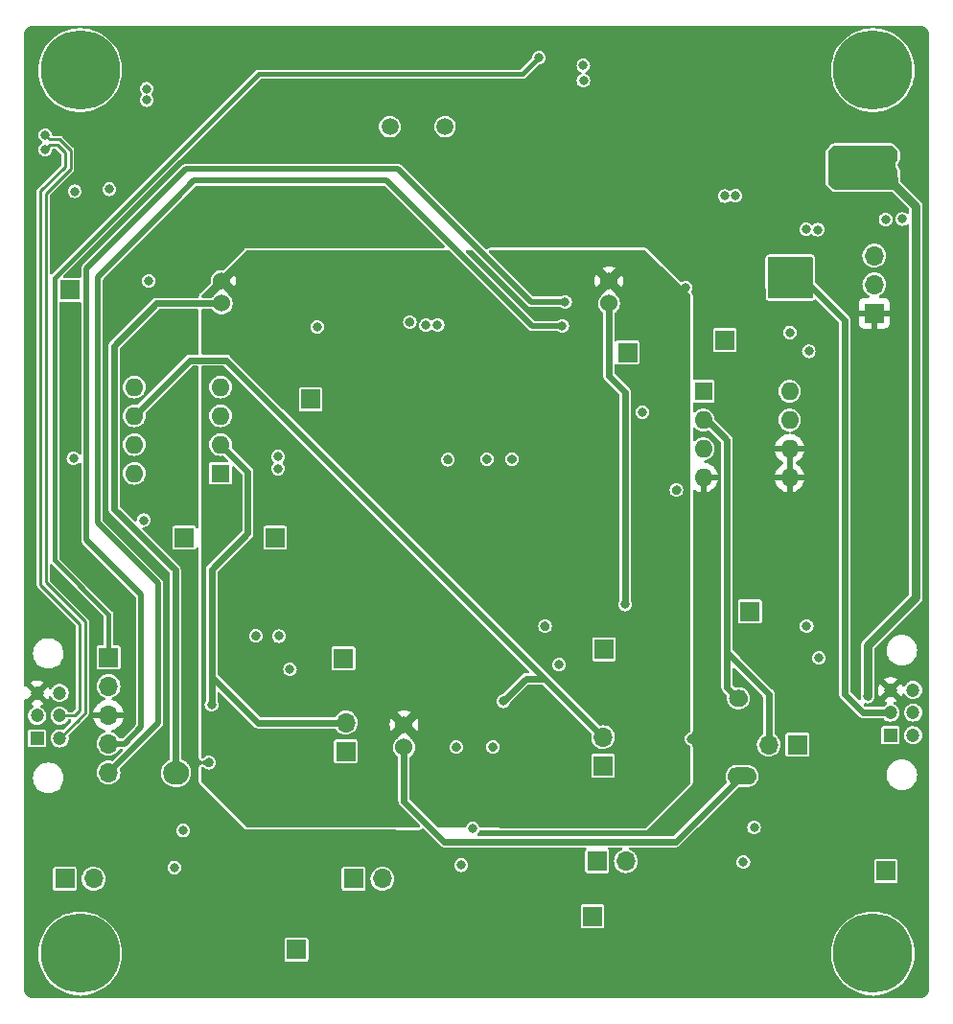
<source format=gbl>
G04 #@! TF.GenerationSoftware,KiCad,Pcbnew,6.0.0*
G04 #@! TF.CreationDate,2022-02-03T14:52:19-05:00*
G04 #@! TF.ProjectId,mama_board,6d616d61-5f62-46f6-9172-642e6b696361,rev?*
G04 #@! TF.SameCoordinates,Original*
G04 #@! TF.FileFunction,Copper,L4,Bot*
G04 #@! TF.FilePolarity,Positive*
%FSLAX46Y46*%
G04 Gerber Fmt 4.6, Leading zero omitted, Abs format (unit mm)*
G04 Created by KiCad (PCBNEW 6.0.0) date 2022-02-03 14:52:19*
%MOMM*%
%LPD*%
G01*
G04 APERTURE LIST*
G04 #@! TA.AperFunction,ComponentPad*
%ADD10C,1.524000*%
G04 #@! TD*
G04 #@! TA.AperFunction,ComponentPad*
%ADD11O,1.600000X1.600000*%
G04 #@! TD*
G04 #@! TA.AperFunction,ComponentPad*
%ADD12R,1.600000X1.600000*%
G04 #@! TD*
G04 #@! TA.AperFunction,ComponentPad*
%ADD13C,7.000000*%
G04 #@! TD*
G04 #@! TA.AperFunction,ComponentPad*
%ADD14R,1.700000X1.700000*%
G04 #@! TD*
G04 #@! TA.AperFunction,ComponentPad*
%ADD15O,1.700000X1.700000*%
G04 #@! TD*
G04 #@! TA.AperFunction,ComponentPad*
%ADD16C,1.500000*%
G04 #@! TD*
G04 #@! TA.AperFunction,ComponentPad*
%ADD17C,1.200000*%
G04 #@! TD*
G04 #@! TA.AperFunction,ComponentPad*
%ADD18R,1.200000X1.200000*%
G04 #@! TD*
G04 #@! TA.AperFunction,ViaPad*
%ADD19C,0.800000*%
G04 #@! TD*
G04 #@! TA.AperFunction,Conductor*
%ADD20C,0.600000*%
G04 #@! TD*
G04 #@! TA.AperFunction,Conductor*
%ADD21C,0.420000*%
G04 #@! TD*
G04 #@! TA.AperFunction,Conductor*
%ADD22C,0.250000*%
G04 #@! TD*
G04 #@! TA.AperFunction,Conductor*
%ADD23C,0.500000*%
G04 #@! TD*
G04 #@! TA.AperFunction,Conductor*
%ADD24C,0.800000*%
G04 #@! TD*
G04 APERTURE END LIST*
D10*
X141600000Y-127800000D03*
X141600000Y-129800000D03*
D11*
X117780000Y-105600000D03*
X125400000Y-97980000D03*
X117780000Y-103060000D03*
X125400000Y-100520000D03*
X117780000Y-100520000D03*
X125400000Y-103060000D03*
X117780000Y-97980000D03*
D12*
X125400000Y-105600000D03*
D13*
X183000000Y-70000000D03*
X113000000Y-70000000D03*
X113000000Y-148000000D03*
X183000000Y-148000000D03*
D10*
X159700000Y-88600000D03*
X159700000Y-90600000D03*
X125500000Y-88600000D03*
X125500000Y-90600000D03*
D14*
X172148500Y-117792500D03*
X158250000Y-144725000D03*
D15*
X161190000Y-139850000D03*
D14*
X158650000Y-139850000D03*
D15*
X136450000Y-127610000D03*
D14*
X136450000Y-130150000D03*
D16*
X140340000Y-75000000D03*
X145220000Y-75000000D03*
D11*
X175645000Y-98350000D03*
X168025000Y-105970000D03*
X175645000Y-100890000D03*
X168025000Y-103430000D03*
X175645000Y-103430000D03*
X168025000Y-100890000D03*
X175645000Y-105970000D03*
D12*
X168025000Y-98350000D03*
D14*
X161350000Y-94925000D03*
X133350000Y-99060000D03*
X130223260Y-111295180D03*
X169935000Y-93845000D03*
X112141000Y-89408000D03*
X122190000Y-111290000D03*
X184150000Y-140716000D03*
X159258000Y-121137680D03*
X136250000Y-121950000D03*
X132100000Y-147650000D03*
D15*
X173810000Y-129560000D03*
D14*
X176350000Y-129560000D03*
X159176720Y-131434840D03*
D15*
X159176720Y-128894840D03*
X139690000Y-141400000D03*
D14*
X137150000Y-141400000D03*
X111650000Y-141400000D03*
D15*
X114190000Y-141400000D03*
D17*
X109190500Y-127000000D03*
D18*
X109190500Y-129000000D03*
D17*
X109190500Y-125000000D03*
X111190500Y-125000000D03*
X111190500Y-127000000D03*
X111190500Y-129000000D03*
D15*
X183124840Y-86374280D03*
X183124840Y-88914280D03*
D14*
X183124840Y-91454280D03*
D17*
X184556400Y-126727200D03*
D18*
X184556400Y-128727200D03*
D17*
X184556400Y-124727200D03*
X186556400Y-124727200D03*
X186556400Y-126727200D03*
X186556400Y-128727200D03*
D14*
X115500000Y-121860000D03*
D15*
X115500000Y-124400000D03*
X115500000Y-126940000D03*
X115500000Y-129480000D03*
X115500000Y-132020000D03*
D19*
X123108720Y-82351880D03*
X152115520Y-149644100D03*
X155850000Y-140900000D03*
X139548360Y-68656660D03*
X185602880Y-78364080D03*
X151132306Y-104352679D03*
X145478500Y-104394000D03*
X146320000Y-68710000D03*
X165656260Y-107091480D03*
X117400000Y-95400000D03*
X176629840Y-79999280D03*
X164534840Y-80469280D03*
X112537240Y-81724500D03*
X142108000Y-92230000D03*
X144648000Y-79276000D03*
X177779680Y-141239240D03*
X166989760Y-129047240D03*
X170299040Y-128993260D03*
X178183540Y-147662900D03*
X170942000Y-144018000D03*
X149445980Y-129758440D03*
X146212560Y-129778760D03*
X146116040Y-149796500D03*
X118350000Y-131250000D03*
X124350000Y-131150000D03*
X128513840Y-119954040D03*
X127828040Y-141980920D03*
X119266679Y-140400000D03*
X120035320Y-149509480D03*
X126527560Y-148544280D03*
X144593418Y-140208000D03*
X169519182Y-139957240D03*
X175125040Y-119087260D03*
X149265640Y-75854560D03*
X148909806Y-104352679D03*
X120908500Y-72644000D03*
X121076720Y-87505540D03*
X169994840Y-87299280D03*
X181504840Y-74194280D03*
X173646820Y-93139680D03*
X136331960Y-77388720D03*
X136291320Y-75890120D03*
X136337040Y-74295000D03*
X136316720Y-72953880D03*
X137459720Y-71775320D03*
X149270720Y-77343000D03*
X149230080Y-74269600D03*
X149250400Y-72765920D03*
X148193760Y-71661020D03*
X136306560Y-71798180D03*
X149275800Y-71666100D03*
X151457660Y-74874120D03*
X119811800Y-109804200D03*
X154051000Y-119100600D03*
X175854360Y-89458800D03*
X175821340Y-87398860D03*
X174300000Y-87375000D03*
X177217940Y-87399000D03*
X147655280Y-136982200D03*
X121322873Y-140400000D03*
X146643418Y-140208000D03*
X171569182Y-139934182D03*
X177157040Y-119087260D03*
X130548380Y-119979440D03*
X185610500Y-83146900D03*
X184124600Y-83197700D03*
X122097800Y-137154920D03*
X178247040Y-121899680D03*
X131526280Y-122915680D03*
X172511720Y-136875520D03*
X155305760Y-122504200D03*
X164854840Y-89179280D03*
X163111180Y-89168480D03*
X166469060Y-89183720D03*
X133925000Y-92675000D03*
X112400000Y-104300000D03*
X162650000Y-100200000D03*
X178124840Y-84084280D03*
X177104840Y-84064280D03*
X169914840Y-81119280D03*
X144570000Y-92500000D03*
X157445000Y-70927000D03*
X157435000Y-69597000D03*
X118863000Y-71644000D03*
X143540000Y-92530000D03*
X118863000Y-72644000D03*
X119054880Y-88615520D03*
X115570000Y-80518000D03*
X112500000Y-80700000D03*
X170874840Y-81091280D03*
X175676560Y-93157040D03*
X177342800Y-94828360D03*
X118592600Y-109740700D03*
X130480000Y-104120000D03*
X130475000Y-105175000D03*
X124600000Y-126050000D03*
X150368000Y-125730000D03*
X171061040Y-125437260D03*
X121410000Y-132040000D03*
X161137600Y-117180360D03*
X171350000Y-132360000D03*
X153515000Y-68897000D03*
X155824000Y-90452000D03*
X155575000Y-92583000D03*
X184594500Y-78371700D03*
X179650000Y-79850000D03*
X184584840Y-77177900D03*
X179675000Y-78875000D03*
X182537100Y-125310900D03*
X109910000Y-77010000D03*
X109910000Y-75730000D03*
D20*
X180525420Y-92102940D02*
X175821340Y-87398860D01*
X180525420Y-125095000D02*
X180525420Y-92102940D01*
X184556400Y-126727200D02*
X182157620Y-126727200D01*
X182157620Y-126727200D02*
X181734460Y-126304040D01*
X181734460Y-126304040D02*
X180525420Y-125095000D01*
X127800000Y-110914998D02*
X124600000Y-114114998D01*
X127800000Y-110914998D02*
X127800000Y-105460000D01*
X125400000Y-103060000D02*
X127800000Y-105460000D01*
X124600000Y-126050000D02*
X124600000Y-123547840D01*
X124600000Y-123547840D02*
X124600000Y-114114998D01*
X128662160Y-127610000D02*
X124600000Y-123547840D01*
X136450000Y-127610000D02*
X128662160Y-127610000D01*
X117780000Y-100520000D02*
X122700000Y-95600000D01*
X150368000Y-125730000D02*
X152364440Y-123733560D01*
D21*
X154015440Y-123733560D02*
X154617420Y-124335540D01*
D20*
X152364440Y-123733560D02*
X154015440Y-123733560D01*
X151196040Y-120914160D02*
X154617420Y-124335540D01*
X154617420Y-124335540D02*
X159176720Y-128894840D01*
D21*
X151196040Y-120914160D02*
X151190960Y-120914160D01*
D20*
X125876800Y-95600000D02*
X122700000Y-95600000D01*
X151190960Y-120914160D02*
X125876800Y-95600000D01*
X170119040Y-124495260D02*
X171061040Y-125437260D01*
X170119040Y-107659040D02*
X170119040Y-110199040D01*
X170119040Y-102634040D02*
X170119040Y-107659040D01*
X168025000Y-100540000D02*
X170119040Y-102634040D01*
X173810000Y-129560000D02*
X173810000Y-125097880D01*
X170119040Y-124495260D02*
X170119040Y-121406920D01*
X173810000Y-125097880D02*
X170119040Y-121406920D01*
X170119040Y-121406920D02*
X170119040Y-110199040D01*
X125500000Y-90600000D02*
X119740000Y-90600000D01*
X119740000Y-90600000D02*
X115980000Y-94360000D01*
X115980000Y-94360000D02*
X115980000Y-108730000D01*
X115980000Y-108730000D02*
X121380000Y-114130000D01*
X121380000Y-114130000D02*
X121380000Y-132010000D01*
D22*
X121380000Y-132010000D02*
X121410000Y-132040000D01*
D20*
X161137600Y-117180360D02*
X161137600Y-98445320D01*
X159700000Y-97007720D02*
X159700000Y-90600000D01*
X161137600Y-98445320D02*
X159700000Y-97007720D01*
X171350000Y-132360000D02*
X165589880Y-138120120D01*
X165589880Y-138120120D02*
X145155920Y-138120120D01*
X141600000Y-134564200D02*
X141600000Y-129800000D01*
X145155920Y-138120120D02*
X141600000Y-134564200D01*
D21*
X128778000Y-70358000D02*
X152054000Y-70358000D01*
X121539000Y-77597000D02*
X128778000Y-70358000D01*
X115500000Y-118040000D02*
X110744000Y-113284000D01*
X152054000Y-70358000D02*
X153515000Y-68897000D01*
X115500000Y-121860000D02*
X115500000Y-118040000D01*
X110744000Y-88366998D02*
X121513998Y-77597000D01*
X110744000Y-113284000D02*
X110744000Y-88366998D01*
X121513998Y-77597000D02*
X121539000Y-77597000D01*
D23*
X118364000Y-116332000D02*
X118364000Y-128016000D01*
X113538000Y-111506000D02*
X118364000Y-116332000D01*
X113538000Y-87515174D02*
X122313174Y-78740000D01*
X113538000Y-111506000D02*
X113538000Y-87515174D01*
X122313174Y-78740000D02*
X141097000Y-78740000D01*
X152809000Y-90452000D02*
X155824000Y-90452000D01*
X141097000Y-78740000D02*
X152809000Y-90452000D01*
X116900000Y-129480000D02*
X118364000Y-128016000D01*
X115500000Y-129480000D02*
X116900000Y-129480000D01*
X119888000Y-115316000D02*
X114808000Y-110236000D01*
X114808000Y-110236000D02*
X114554000Y-109982000D01*
X114554000Y-109982000D02*
X114554000Y-89662000D01*
X119888000Y-127632000D02*
X119888000Y-115316000D01*
X152268000Y-91943000D02*
X140081000Y-79756000D01*
X114554000Y-89662000D02*
X114554000Y-88265000D01*
X114554000Y-88265000D02*
X121412000Y-81407000D01*
X140081000Y-79756000D02*
X123063000Y-79756000D01*
X121412000Y-81407000D02*
X123063000Y-79756000D01*
X152908000Y-92583000D02*
X152268000Y-91943000D01*
X155575000Y-92583000D02*
X152908000Y-92583000D01*
X115500000Y-132020000D02*
X119888000Y-127632000D01*
D21*
X184928000Y-128873000D02*
X184873000Y-128873000D01*
D24*
X184594500Y-78371700D02*
X184594500Y-79819500D01*
X184594500Y-79819500D02*
X186804300Y-82029300D01*
X186804300Y-82029300D02*
X186804300Y-115481100D01*
X186804300Y-115481100D02*
X186804300Y-116560600D01*
X186804300Y-116560600D02*
X182537100Y-120827800D01*
X182537100Y-120827800D02*
X182537100Y-125310900D01*
D22*
X112960000Y-118913554D02*
X109490000Y-115443554D01*
X109490000Y-115443554D02*
X109490000Y-80676446D01*
X109490000Y-80676446D02*
X111650000Y-78516446D01*
X111650000Y-78516446D02*
X111650000Y-77293554D01*
X110976446Y-76620000D02*
X110300000Y-76620000D01*
X110300000Y-76620000D02*
X109910000Y-77010000D01*
X111650000Y-77293554D02*
X110976446Y-76620000D01*
X112483393Y-127000000D02*
X111190500Y-127000000D01*
X112960000Y-126523393D02*
X112483393Y-127000000D01*
X112960000Y-118913554D02*
X112960000Y-126523393D01*
X113460000Y-118706446D02*
X109990000Y-115236446D01*
X109990000Y-115236446D02*
X109990000Y-80883554D01*
X109990000Y-80883554D02*
X112150000Y-78723554D01*
X112150000Y-78723554D02*
X112150000Y-77086446D01*
X111183554Y-76120000D02*
X110300000Y-76120000D01*
X112150000Y-77086446D02*
X111183554Y-76120000D01*
X110300000Y-76120000D02*
X109910000Y-75730000D01*
X113460000Y-126730500D02*
X112836947Y-127353553D01*
X113460000Y-118706446D02*
X113460000Y-126730500D01*
X112836947Y-127353553D02*
X111190500Y-129000000D01*
G04 #@! TA.AperFunction,Conductor*
G36*
X112920234Y-66070002D02*
G01*
X112966727Y-66123658D01*
X112976831Y-66193932D01*
X112947337Y-66258512D01*
X112887611Y-66296896D01*
X112858707Y-66301827D01*
X112612662Y-66314722D01*
X112609422Y-66315235D01*
X112609414Y-66315236D01*
X112433201Y-66343146D01*
X112229567Y-66375398D01*
X111854913Y-66475786D01*
X111492806Y-66614786D01*
X111147211Y-66790875D01*
X110821916Y-67002124D01*
X110520484Y-67246219D01*
X110246219Y-67520484D01*
X110002124Y-67821916D01*
X109790875Y-68147211D01*
X109614786Y-68492806D01*
X109475786Y-68854913D01*
X109375398Y-69229567D01*
X109359443Y-69330305D01*
X109315906Y-69605188D01*
X109314722Y-69612662D01*
X109294422Y-70000000D01*
X109314722Y-70387338D01*
X109315235Y-70390578D01*
X109315236Y-70390586D01*
X109343146Y-70566799D01*
X109375398Y-70770433D01*
X109475786Y-71145087D01*
X109476971Y-71148175D01*
X109476972Y-71148177D01*
X109508320Y-71229841D01*
X109614786Y-71507194D01*
X109790875Y-71852789D01*
X110002124Y-72178084D01*
X110246219Y-72479516D01*
X110520484Y-72753781D01*
X110821916Y-72997876D01*
X111147211Y-73209125D01*
X111492806Y-73385214D01*
X111854913Y-73524214D01*
X112229567Y-73624602D01*
X112433201Y-73656854D01*
X112609414Y-73684764D01*
X112609422Y-73684765D01*
X112612662Y-73685278D01*
X113000000Y-73705578D01*
X113387338Y-73685278D01*
X113390578Y-73684765D01*
X113390586Y-73684764D01*
X113566799Y-73656854D01*
X113770433Y-73624602D01*
X114145087Y-73524214D01*
X114507194Y-73385214D01*
X114852789Y-73209125D01*
X115178084Y-72997876D01*
X115479516Y-72753781D01*
X115589297Y-72644000D01*
X118257318Y-72644000D01*
X118277956Y-72800762D01*
X118338464Y-72946841D01*
X118434718Y-73072282D01*
X118560159Y-73168536D01*
X118706238Y-73229044D01*
X118863000Y-73249682D01*
X118871188Y-73248604D01*
X119011574Y-73230122D01*
X119019762Y-73229044D01*
X119165841Y-73168536D01*
X119291282Y-73072282D01*
X119387536Y-72946841D01*
X119448044Y-72800762D01*
X119468682Y-72644000D01*
X119448044Y-72487238D01*
X119387536Y-72341159D01*
X119295108Y-72220704D01*
X119269508Y-72154483D01*
X119283773Y-72084935D01*
X119295108Y-72067296D01*
X119382509Y-71953392D01*
X119387536Y-71946841D01*
X119448044Y-71800762D01*
X119468682Y-71644000D01*
X119448044Y-71487238D01*
X119387536Y-71341159D01*
X119291282Y-71215718D01*
X119165841Y-71119464D01*
X119019762Y-71058956D01*
X118863000Y-71038318D01*
X118706238Y-71058956D01*
X118560159Y-71119464D01*
X118434718Y-71215718D01*
X118338464Y-71341159D01*
X118277956Y-71487238D01*
X118257318Y-71644000D01*
X118277956Y-71800762D01*
X118338464Y-71946841D01*
X118343491Y-71953392D01*
X118430892Y-72067296D01*
X118456492Y-72133517D01*
X118442227Y-72203065D01*
X118430892Y-72220704D01*
X118338464Y-72341159D01*
X118277956Y-72487238D01*
X118257318Y-72644000D01*
X115589297Y-72644000D01*
X115753781Y-72479516D01*
X115997876Y-72178084D01*
X116209125Y-71852789D01*
X116385214Y-71507194D01*
X116491680Y-71229841D01*
X116523028Y-71148177D01*
X116523029Y-71148175D01*
X116524214Y-71145087D01*
X116624602Y-70770433D01*
X116656854Y-70566799D01*
X116684764Y-70390586D01*
X116684765Y-70390578D01*
X116685278Y-70387338D01*
X116705578Y-70000000D01*
X116685278Y-69612662D01*
X116684095Y-69605188D01*
X116640557Y-69330305D01*
X116624602Y-69229567D01*
X116524214Y-68854913D01*
X116385214Y-68492806D01*
X116209125Y-68147211D01*
X115997876Y-67821916D01*
X115753781Y-67520484D01*
X115479516Y-67246219D01*
X115178084Y-67002124D01*
X114852789Y-66790875D01*
X114507194Y-66614786D01*
X114145087Y-66475786D01*
X113770433Y-66375398D01*
X113566799Y-66343146D01*
X113390586Y-66315236D01*
X113390578Y-66315235D01*
X113387338Y-66314722D01*
X113141293Y-66301827D01*
X113074312Y-66278287D01*
X113030691Y-66222272D01*
X113024279Y-66151566D01*
X113057112Y-66088617D01*
X113118765Y-66053412D01*
X113147887Y-66050000D01*
X182852113Y-66050000D01*
X182920234Y-66070002D01*
X182966727Y-66123658D01*
X182976831Y-66193932D01*
X182947337Y-66258512D01*
X182887611Y-66296896D01*
X182858707Y-66301827D01*
X182612662Y-66314722D01*
X182609422Y-66315235D01*
X182609414Y-66315236D01*
X182433201Y-66343146D01*
X182229567Y-66375398D01*
X181854913Y-66475786D01*
X181492806Y-66614786D01*
X181147211Y-66790875D01*
X180821916Y-67002124D01*
X180520484Y-67246219D01*
X180246219Y-67520484D01*
X180002124Y-67821916D01*
X179790875Y-68147211D01*
X179614786Y-68492806D01*
X179475786Y-68854913D01*
X179375398Y-69229567D01*
X179359443Y-69330305D01*
X179315906Y-69605188D01*
X179314722Y-69612662D01*
X179294422Y-70000000D01*
X179314722Y-70387338D01*
X179315235Y-70390578D01*
X179315236Y-70390586D01*
X179343146Y-70566799D01*
X179375398Y-70770433D01*
X179475786Y-71145087D01*
X179476971Y-71148175D01*
X179476972Y-71148177D01*
X179508320Y-71229841D01*
X179614786Y-71507194D01*
X179790875Y-71852789D01*
X180002124Y-72178084D01*
X180246219Y-72479516D01*
X180520484Y-72753781D01*
X180821916Y-72997876D01*
X181147211Y-73209125D01*
X181492806Y-73385214D01*
X181854913Y-73524214D01*
X182229567Y-73624602D01*
X182433201Y-73656854D01*
X182609414Y-73684764D01*
X182609422Y-73684765D01*
X182612662Y-73685278D01*
X183000000Y-73705578D01*
X183387338Y-73685278D01*
X183390578Y-73684765D01*
X183390586Y-73684764D01*
X183566799Y-73656854D01*
X183770433Y-73624602D01*
X184145087Y-73524214D01*
X184507194Y-73385214D01*
X184852789Y-73209125D01*
X185178084Y-72997876D01*
X185479516Y-72753781D01*
X185753781Y-72479516D01*
X185997876Y-72178084D01*
X186209125Y-71852789D01*
X186385214Y-71507194D01*
X186491680Y-71229841D01*
X186523028Y-71148177D01*
X186523029Y-71148175D01*
X186524214Y-71145087D01*
X186624602Y-70770433D01*
X186656854Y-70566799D01*
X186684764Y-70390586D01*
X186684765Y-70390578D01*
X186685278Y-70387338D01*
X186705578Y-70000000D01*
X186685278Y-69612662D01*
X186684095Y-69605188D01*
X186640557Y-69330305D01*
X186624602Y-69229567D01*
X186524214Y-68854913D01*
X186385214Y-68492806D01*
X186209125Y-68147211D01*
X185997876Y-67821916D01*
X185753781Y-67520484D01*
X185479516Y-67246219D01*
X185178084Y-67002124D01*
X184852789Y-66790875D01*
X184507194Y-66614786D01*
X184145087Y-66475786D01*
X183770433Y-66375398D01*
X183566799Y-66343146D01*
X183390586Y-66315236D01*
X183390578Y-66315235D01*
X183387338Y-66314722D01*
X183141293Y-66301827D01*
X183074312Y-66278287D01*
X183030691Y-66222272D01*
X183024279Y-66151566D01*
X183057112Y-66088617D01*
X183118765Y-66053412D01*
X183147887Y-66050000D01*
X187277884Y-66050000D01*
X187314461Y-66055426D01*
X187370811Y-66072520D01*
X187393629Y-66081972D01*
X187544627Y-66162681D01*
X187565158Y-66176399D01*
X187697521Y-66285026D01*
X187714974Y-66302479D01*
X187823601Y-66434842D01*
X187837319Y-66455373D01*
X187918028Y-66606371D01*
X187927480Y-66629189D01*
X187944574Y-66685539D01*
X187950000Y-66722116D01*
X187950000Y-151277884D01*
X187944574Y-151314461D01*
X187927480Y-151370811D01*
X187918028Y-151393629D01*
X187837319Y-151544627D01*
X187823601Y-151565158D01*
X187714974Y-151697521D01*
X187697521Y-151714974D01*
X187565158Y-151823601D01*
X187544627Y-151837319D01*
X187393629Y-151918028D01*
X187370811Y-151927480D01*
X187314461Y-151944574D01*
X187277884Y-151950000D01*
X183147887Y-151950000D01*
X183079766Y-151929998D01*
X183033273Y-151876342D01*
X183023169Y-151806068D01*
X183052663Y-151741488D01*
X183112389Y-151703104D01*
X183141293Y-151698173D01*
X183155189Y-151697445D01*
X183387338Y-151685278D01*
X183390578Y-151684765D01*
X183390586Y-151684764D01*
X183566799Y-151656854D01*
X183770433Y-151624602D01*
X184145087Y-151524214D01*
X184507194Y-151385214D01*
X184852789Y-151209125D01*
X185178084Y-150997876D01*
X185479516Y-150753781D01*
X185753781Y-150479516D01*
X185997876Y-150178084D01*
X186209125Y-149852789D01*
X186385214Y-149507194D01*
X186524214Y-149145087D01*
X186624602Y-148770433D01*
X186663345Y-148525816D01*
X186684764Y-148390586D01*
X186684765Y-148390578D01*
X186685278Y-148387338D01*
X186705578Y-148000000D01*
X186685278Y-147612662D01*
X186624602Y-147229567D01*
X186524214Y-146854913D01*
X186385214Y-146492806D01*
X186209125Y-146147211D01*
X185997876Y-145821916D01*
X185753781Y-145520484D01*
X185479516Y-145246219D01*
X185178084Y-145002124D01*
X184852789Y-144790875D01*
X184507194Y-144614786D01*
X184145087Y-144475786D01*
X183770433Y-144375398D01*
X183566799Y-144343146D01*
X183390586Y-144315236D01*
X183390578Y-144315235D01*
X183387338Y-144314722D01*
X183000000Y-144294422D01*
X182612662Y-144314722D01*
X182609422Y-144315235D01*
X182609414Y-144315236D01*
X182433201Y-144343146D01*
X182229567Y-144375398D01*
X181854913Y-144475786D01*
X181492806Y-144614786D01*
X181147211Y-144790875D01*
X180821916Y-145002124D01*
X180520484Y-145246219D01*
X180246219Y-145520484D01*
X180002124Y-145821916D01*
X179790875Y-146147211D01*
X179614786Y-146492806D01*
X179475786Y-146854913D01*
X179375398Y-147229567D01*
X179314722Y-147612662D01*
X179294422Y-148000000D01*
X179314722Y-148387338D01*
X179315235Y-148390578D01*
X179315236Y-148390586D01*
X179336655Y-148525816D01*
X179375398Y-148770433D01*
X179475786Y-149145087D01*
X179614786Y-149507194D01*
X179790875Y-149852789D01*
X180002124Y-150178084D01*
X180246219Y-150479516D01*
X180520484Y-150753781D01*
X180821916Y-150997876D01*
X181147211Y-151209125D01*
X181492806Y-151385214D01*
X181854913Y-151524214D01*
X182229567Y-151624602D01*
X182433201Y-151656854D01*
X182609414Y-151684764D01*
X182609422Y-151684765D01*
X182612662Y-151685278D01*
X182844811Y-151697445D01*
X182858707Y-151698173D01*
X182925688Y-151721713D01*
X182969309Y-151777728D01*
X182975721Y-151848434D01*
X182942888Y-151911383D01*
X182881235Y-151946588D01*
X182852113Y-151950000D01*
X113147887Y-151950000D01*
X113079766Y-151929998D01*
X113033273Y-151876342D01*
X113023169Y-151806068D01*
X113052663Y-151741488D01*
X113112389Y-151703104D01*
X113141293Y-151698173D01*
X113155189Y-151697445D01*
X113387338Y-151685278D01*
X113390578Y-151684765D01*
X113390586Y-151684764D01*
X113566799Y-151656854D01*
X113770433Y-151624602D01*
X114145087Y-151524214D01*
X114507194Y-151385214D01*
X114852789Y-151209125D01*
X115178084Y-150997876D01*
X115479516Y-150753781D01*
X115753781Y-150479516D01*
X115997876Y-150178084D01*
X116209125Y-149852789D01*
X116385214Y-149507194D01*
X116524214Y-149145087D01*
X116624602Y-148770433D01*
X116663345Y-148525816D01*
X116664306Y-148519748D01*
X131049500Y-148519748D01*
X131061133Y-148578231D01*
X131105448Y-148644552D01*
X131171769Y-148688867D01*
X131183938Y-148691288D01*
X131183939Y-148691288D01*
X131224184Y-148699293D01*
X131230252Y-148700500D01*
X132969748Y-148700500D01*
X132975816Y-148699293D01*
X133016061Y-148691288D01*
X133016062Y-148691288D01*
X133028231Y-148688867D01*
X133094552Y-148644552D01*
X133138867Y-148578231D01*
X133150500Y-148519748D01*
X133150500Y-146780252D01*
X133138867Y-146721769D01*
X133094552Y-146655448D01*
X133028231Y-146611133D01*
X133016062Y-146608712D01*
X133016061Y-146608712D01*
X132975816Y-146600707D01*
X132969748Y-146599500D01*
X131230252Y-146599500D01*
X131224184Y-146600707D01*
X131183939Y-146608712D01*
X131183938Y-146608712D01*
X131171769Y-146611133D01*
X131105448Y-146655448D01*
X131061133Y-146721769D01*
X131049500Y-146780252D01*
X131049500Y-148519748D01*
X116664306Y-148519748D01*
X116684764Y-148390586D01*
X116684765Y-148390578D01*
X116685278Y-148387338D01*
X116705578Y-148000000D01*
X116685278Y-147612662D01*
X116624602Y-147229567D01*
X116524214Y-146854913D01*
X116385214Y-146492806D01*
X116209125Y-146147211D01*
X115997876Y-145821916D01*
X115813919Y-145594748D01*
X157199500Y-145594748D01*
X157211133Y-145653231D01*
X157255448Y-145719552D01*
X157321769Y-145763867D01*
X157333938Y-145766288D01*
X157333939Y-145766288D01*
X157374184Y-145774293D01*
X157380252Y-145775500D01*
X159119748Y-145775500D01*
X159125816Y-145774293D01*
X159166061Y-145766288D01*
X159166062Y-145766288D01*
X159178231Y-145763867D01*
X159244552Y-145719552D01*
X159288867Y-145653231D01*
X159300500Y-145594748D01*
X159300500Y-143855252D01*
X159288867Y-143796769D01*
X159244552Y-143730448D01*
X159178231Y-143686133D01*
X159166062Y-143683712D01*
X159166061Y-143683712D01*
X159125816Y-143675707D01*
X159119748Y-143674500D01*
X157380252Y-143674500D01*
X157374184Y-143675707D01*
X157333939Y-143683712D01*
X157333938Y-143683712D01*
X157321769Y-143686133D01*
X157255448Y-143730448D01*
X157211133Y-143796769D01*
X157199500Y-143855252D01*
X157199500Y-145594748D01*
X115813919Y-145594748D01*
X115753781Y-145520484D01*
X115479516Y-145246219D01*
X115178084Y-145002124D01*
X114852789Y-144790875D01*
X114507194Y-144614786D01*
X114145087Y-144475786D01*
X113770433Y-144375398D01*
X113566799Y-144343146D01*
X113390586Y-144315236D01*
X113390578Y-144315235D01*
X113387338Y-144314722D01*
X113000000Y-144294422D01*
X112612662Y-144314722D01*
X112609422Y-144315235D01*
X112609414Y-144315236D01*
X112433201Y-144343146D01*
X112229567Y-144375398D01*
X111854913Y-144475786D01*
X111492806Y-144614786D01*
X111147211Y-144790875D01*
X110821916Y-145002124D01*
X110520484Y-145246219D01*
X110246219Y-145520484D01*
X110002124Y-145821916D01*
X109790875Y-146147211D01*
X109614786Y-146492806D01*
X109475786Y-146854913D01*
X109375398Y-147229567D01*
X109314722Y-147612662D01*
X109294422Y-148000000D01*
X109314722Y-148387338D01*
X109315235Y-148390578D01*
X109315236Y-148390586D01*
X109336655Y-148525816D01*
X109375398Y-148770433D01*
X109475786Y-149145087D01*
X109614786Y-149507194D01*
X109790875Y-149852789D01*
X110002124Y-150178084D01*
X110246219Y-150479516D01*
X110520484Y-150753781D01*
X110821916Y-150997876D01*
X111147211Y-151209125D01*
X111492806Y-151385214D01*
X111854913Y-151524214D01*
X112229567Y-151624602D01*
X112433201Y-151656854D01*
X112609414Y-151684764D01*
X112609422Y-151684765D01*
X112612662Y-151685278D01*
X112844811Y-151697445D01*
X112858707Y-151698173D01*
X112925688Y-151721713D01*
X112969309Y-151777728D01*
X112975721Y-151848434D01*
X112942888Y-151911383D01*
X112881235Y-151946588D01*
X112852113Y-151950000D01*
X108722116Y-151950000D01*
X108685539Y-151944574D01*
X108629189Y-151927480D01*
X108606371Y-151918028D01*
X108455373Y-151837319D01*
X108434842Y-151823601D01*
X108302479Y-151714974D01*
X108285026Y-151697521D01*
X108176399Y-151565158D01*
X108162681Y-151544627D01*
X108081972Y-151393629D01*
X108072520Y-151370811D01*
X108055426Y-151314461D01*
X108050000Y-151277884D01*
X108050000Y-142269748D01*
X110599500Y-142269748D01*
X110600707Y-142275816D01*
X110604331Y-142294033D01*
X110611133Y-142328231D01*
X110655448Y-142394552D01*
X110721769Y-142438867D01*
X110733938Y-142441288D01*
X110733939Y-142441288D01*
X110774184Y-142449293D01*
X110780252Y-142450500D01*
X112519748Y-142450500D01*
X112525816Y-142449293D01*
X112566061Y-142441288D01*
X112566062Y-142441288D01*
X112578231Y-142438867D01*
X112644552Y-142394552D01*
X112688867Y-142328231D01*
X112695670Y-142294033D01*
X112699293Y-142275816D01*
X112700500Y-142269748D01*
X112700500Y-141385262D01*
X113134520Y-141385262D01*
X113151759Y-141590553D01*
X113153458Y-141596478D01*
X113196899Y-141747974D01*
X113208544Y-141788586D01*
X113211359Y-141794063D01*
X113211360Y-141794066D01*
X113232247Y-141834707D01*
X113302712Y-141971818D01*
X113430677Y-142133270D01*
X113587564Y-142266791D01*
X113767398Y-142367297D01*
X113851280Y-142394552D01*
X113957471Y-142429056D01*
X113957475Y-142429057D01*
X113963329Y-142430959D01*
X114167894Y-142455351D01*
X114174029Y-142454879D01*
X114174031Y-142454879D01*
X114246625Y-142449293D01*
X114373300Y-142439546D01*
X114379230Y-142437890D01*
X114379232Y-142437890D01*
X114565797Y-142385800D01*
X114565796Y-142385800D01*
X114571725Y-142384145D01*
X114577214Y-142381372D01*
X114577220Y-142381370D01*
X114750116Y-142294033D01*
X114755610Y-142291258D01*
X114783142Y-142269748D01*
X136099500Y-142269748D01*
X136100707Y-142275816D01*
X136104331Y-142294033D01*
X136111133Y-142328231D01*
X136155448Y-142394552D01*
X136221769Y-142438867D01*
X136233938Y-142441288D01*
X136233939Y-142441288D01*
X136274184Y-142449293D01*
X136280252Y-142450500D01*
X138019748Y-142450500D01*
X138025816Y-142449293D01*
X138066061Y-142441288D01*
X138066062Y-142441288D01*
X138078231Y-142438867D01*
X138144552Y-142394552D01*
X138188867Y-142328231D01*
X138195670Y-142294033D01*
X138199293Y-142275816D01*
X138200500Y-142269748D01*
X138200500Y-141385262D01*
X138634520Y-141385262D01*
X138651759Y-141590553D01*
X138653458Y-141596478D01*
X138696899Y-141747974D01*
X138708544Y-141788586D01*
X138711359Y-141794063D01*
X138711360Y-141794066D01*
X138732247Y-141834707D01*
X138802712Y-141971818D01*
X138930677Y-142133270D01*
X139087564Y-142266791D01*
X139267398Y-142367297D01*
X139351280Y-142394552D01*
X139457471Y-142429056D01*
X139457475Y-142429057D01*
X139463329Y-142430959D01*
X139667894Y-142455351D01*
X139674029Y-142454879D01*
X139674031Y-142454879D01*
X139746625Y-142449293D01*
X139873300Y-142439546D01*
X139879230Y-142437890D01*
X139879232Y-142437890D01*
X140065797Y-142385800D01*
X140065796Y-142385800D01*
X140071725Y-142384145D01*
X140077214Y-142381372D01*
X140077220Y-142381370D01*
X140250116Y-142294033D01*
X140255610Y-142291258D01*
X140417951Y-142164424D01*
X140552564Y-142008472D01*
X140573387Y-141971818D01*
X140651276Y-141834707D01*
X140654323Y-141829344D01*
X140719351Y-141633863D01*
X140725429Y-141585748D01*
X183099500Y-141585748D01*
X183100707Y-141591816D01*
X183107854Y-141627744D01*
X183111133Y-141644231D01*
X183155448Y-141710552D01*
X183221769Y-141754867D01*
X183233938Y-141757288D01*
X183233939Y-141757288D01*
X183274184Y-141765293D01*
X183280252Y-141766500D01*
X185019748Y-141766500D01*
X185025816Y-141765293D01*
X185066061Y-141757288D01*
X185066062Y-141757288D01*
X185078231Y-141754867D01*
X185144552Y-141710552D01*
X185188867Y-141644231D01*
X185192147Y-141627744D01*
X185199293Y-141591816D01*
X185200500Y-141585748D01*
X185200500Y-139846252D01*
X185197096Y-139829137D01*
X185191288Y-139799939D01*
X185191288Y-139799938D01*
X185188867Y-139787769D01*
X185144552Y-139721448D01*
X185078231Y-139677133D01*
X185066062Y-139674712D01*
X185066061Y-139674712D01*
X185025816Y-139666707D01*
X185019748Y-139665500D01*
X183280252Y-139665500D01*
X183274184Y-139666707D01*
X183233939Y-139674712D01*
X183233938Y-139674712D01*
X183221769Y-139677133D01*
X183155448Y-139721448D01*
X183111133Y-139787769D01*
X183108712Y-139799938D01*
X183108712Y-139799939D01*
X183102904Y-139829137D01*
X183099500Y-139846252D01*
X183099500Y-141585748D01*
X140725429Y-141585748D01*
X140745171Y-141429474D01*
X140745583Y-141400000D01*
X140725480Y-141194970D01*
X140665935Y-140997749D01*
X140569218Y-140815849D01*
X140485171Y-140712798D01*
X140442906Y-140660975D01*
X140442903Y-140660972D01*
X140439011Y-140656200D01*
X140421006Y-140641305D01*
X140285025Y-140528811D01*
X140285021Y-140528809D01*
X140280275Y-140524882D01*
X140099055Y-140426897D01*
X139902254Y-140365977D01*
X139896129Y-140365333D01*
X139896128Y-140365333D01*
X139703498Y-140345087D01*
X139703496Y-140345087D01*
X139697369Y-140344443D01*
X139610529Y-140352346D01*
X139498342Y-140362555D01*
X139498339Y-140362556D01*
X139492203Y-140363114D01*
X139294572Y-140421280D01*
X139112002Y-140516726D01*
X139107201Y-140520586D01*
X139107198Y-140520588D01*
X138985777Y-140618213D01*
X138951447Y-140645815D01*
X138819024Y-140803630D01*
X138816056Y-140809028D01*
X138816053Y-140809033D01*
X138750818Y-140927696D01*
X138719776Y-140984162D01*
X138657484Y-141180532D01*
X138656798Y-141186649D01*
X138656797Y-141186653D01*
X138635207Y-141379137D01*
X138634520Y-141385262D01*
X138200500Y-141385262D01*
X138200500Y-140530252D01*
X138188867Y-140471769D01*
X138144552Y-140405448D01*
X138078231Y-140361133D01*
X138066062Y-140358712D01*
X138066061Y-140358712D01*
X138025816Y-140350707D01*
X138019748Y-140349500D01*
X136280252Y-140349500D01*
X136274184Y-140350707D01*
X136233939Y-140358712D01*
X136233938Y-140358712D01*
X136221769Y-140361133D01*
X136155448Y-140405448D01*
X136111133Y-140471769D01*
X136099500Y-140530252D01*
X136099500Y-142269748D01*
X114783142Y-142269748D01*
X114917951Y-142164424D01*
X115052564Y-142008472D01*
X115073387Y-141971818D01*
X115151276Y-141834707D01*
X115154323Y-141829344D01*
X115219351Y-141633863D01*
X115245171Y-141429474D01*
X115245583Y-141400000D01*
X115225480Y-141194970D01*
X115165935Y-140997749D01*
X115069218Y-140815849D01*
X114985171Y-140712798D01*
X114942906Y-140660975D01*
X114942903Y-140660972D01*
X114939011Y-140656200D01*
X114921006Y-140641305D01*
X114785025Y-140528811D01*
X114785021Y-140528809D01*
X114780275Y-140524882D01*
X114599055Y-140426897D01*
X114512165Y-140400000D01*
X120717191Y-140400000D01*
X120737829Y-140556762D01*
X120798337Y-140702841D01*
X120894591Y-140828282D01*
X120901137Y-140833305D01*
X120924775Y-140851443D01*
X121020032Y-140924536D01*
X121166111Y-140985044D01*
X121174299Y-140986122D01*
X121221302Y-140992310D01*
X121322873Y-141005682D01*
X121331061Y-141004604D01*
X121471447Y-140986122D01*
X121479635Y-140985044D01*
X121625714Y-140924536D01*
X121720971Y-140851443D01*
X121744609Y-140833305D01*
X121751155Y-140828282D01*
X121847409Y-140702841D01*
X121907917Y-140556762D01*
X121928555Y-140400000D01*
X121907917Y-140243238D01*
X121893321Y-140208000D01*
X146037736Y-140208000D01*
X146058374Y-140364762D01*
X146118882Y-140510841D01*
X146215136Y-140636282D01*
X146340577Y-140732536D01*
X146486656Y-140793044D01*
X146643418Y-140813682D01*
X146651606Y-140812604D01*
X146791992Y-140794122D01*
X146800180Y-140793044D01*
X146946259Y-140732536D01*
X147071700Y-140636282D01*
X147167954Y-140510841D01*
X147228462Y-140364762D01*
X147249100Y-140208000D01*
X147228462Y-140051238D01*
X147167954Y-139905159D01*
X147071700Y-139779718D01*
X146946259Y-139683464D01*
X146800180Y-139622956D01*
X146643418Y-139602318D01*
X146486656Y-139622956D01*
X146340577Y-139683464D01*
X146215136Y-139779718D01*
X146118882Y-139905159D01*
X146058374Y-140051238D01*
X146037736Y-140208000D01*
X121893321Y-140208000D01*
X121847409Y-140097159D01*
X121751155Y-139971718D01*
X121625714Y-139875464D01*
X121479635Y-139814956D01*
X121322873Y-139794318D01*
X121166111Y-139814956D01*
X121020032Y-139875464D01*
X120894591Y-139971718D01*
X120798337Y-140097159D01*
X120737829Y-140243238D01*
X120717191Y-140400000D01*
X114512165Y-140400000D01*
X114402254Y-140365977D01*
X114396129Y-140365333D01*
X114396128Y-140365333D01*
X114203498Y-140345087D01*
X114203496Y-140345087D01*
X114197369Y-140344443D01*
X114110529Y-140352346D01*
X113998342Y-140362555D01*
X113998339Y-140362556D01*
X113992203Y-140363114D01*
X113794572Y-140421280D01*
X113612002Y-140516726D01*
X113607201Y-140520586D01*
X113607198Y-140520588D01*
X113485777Y-140618213D01*
X113451447Y-140645815D01*
X113319024Y-140803630D01*
X113316056Y-140809028D01*
X113316053Y-140809033D01*
X113250818Y-140927696D01*
X113219776Y-140984162D01*
X113157484Y-141180532D01*
X113156798Y-141186649D01*
X113156797Y-141186653D01*
X113135207Y-141379137D01*
X113134520Y-141385262D01*
X112700500Y-141385262D01*
X112700500Y-140530252D01*
X112688867Y-140471769D01*
X112644552Y-140405448D01*
X112578231Y-140361133D01*
X112566062Y-140358712D01*
X112566061Y-140358712D01*
X112525816Y-140350707D01*
X112519748Y-140349500D01*
X110780252Y-140349500D01*
X110774184Y-140350707D01*
X110733939Y-140358712D01*
X110733938Y-140358712D01*
X110721769Y-140361133D01*
X110655448Y-140405448D01*
X110611133Y-140471769D01*
X110599500Y-140530252D01*
X110599500Y-142269748D01*
X108050000Y-142269748D01*
X108050000Y-137154920D01*
X121492118Y-137154920D01*
X121512756Y-137311682D01*
X121573264Y-137457761D01*
X121669518Y-137583202D01*
X121794959Y-137679456D01*
X121941038Y-137739964D01*
X122097800Y-137760602D01*
X122105988Y-137759524D01*
X122246374Y-137741042D01*
X122254562Y-137739964D01*
X122400641Y-137679456D01*
X122526082Y-137583202D01*
X122622336Y-137457761D01*
X122682844Y-137311682D01*
X122703482Y-137154920D01*
X122687529Y-137033744D01*
X122683922Y-137006346D01*
X122682844Y-136998158D01*
X122622336Y-136852079D01*
X122526082Y-136726638D01*
X122400641Y-136630384D01*
X122254562Y-136569876D01*
X122097800Y-136549238D01*
X121941038Y-136569876D01*
X121794959Y-136630384D01*
X121669518Y-136726638D01*
X121573264Y-136852079D01*
X121512756Y-136998158D01*
X121511678Y-137006346D01*
X121508071Y-137033744D01*
X121492118Y-137154920D01*
X108050000Y-137154920D01*
X108050000Y-132500000D01*
X108834841Y-132500000D01*
X108855437Y-132735408D01*
X108856861Y-132740722D01*
X108856861Y-132740723D01*
X108915054Y-132957903D01*
X108916597Y-132963663D01*
X108918919Y-132968643D01*
X108918920Y-132968645D01*
X109004676Y-133152547D01*
X109016465Y-133177829D01*
X109152005Y-133371401D01*
X109319099Y-133538495D01*
X109512671Y-133674035D01*
X109517649Y-133676356D01*
X109517652Y-133676358D01*
X109721855Y-133771580D01*
X109726837Y-133773903D01*
X109732145Y-133775325D01*
X109732147Y-133775326D01*
X109949777Y-133833639D01*
X109955092Y-133835063D01*
X110058182Y-133844082D01*
X110128810Y-133850262D01*
X110128817Y-133850262D01*
X110131534Y-133850500D01*
X110249466Y-133850500D01*
X110252183Y-133850262D01*
X110252190Y-133850262D01*
X110322818Y-133844082D01*
X110425908Y-133835063D01*
X110431223Y-133833639D01*
X110648853Y-133775326D01*
X110648855Y-133775325D01*
X110654163Y-133773903D01*
X110659145Y-133771580D01*
X110863348Y-133676358D01*
X110863351Y-133676356D01*
X110868329Y-133674035D01*
X111061901Y-133538495D01*
X111228995Y-133371401D01*
X111232155Y-133366889D01*
X111361378Y-133182339D01*
X111361379Y-133182337D01*
X111364535Y-133177830D01*
X111366858Y-133172848D01*
X111366861Y-133172843D01*
X111462080Y-132968645D01*
X111462081Y-132968644D01*
X111464403Y-132963663D01*
X111465947Y-132957903D01*
X111524139Y-132740723D01*
X111524139Y-132740722D01*
X111525563Y-132735408D01*
X111546159Y-132500000D01*
X111525563Y-132264592D01*
X111512671Y-132216478D01*
X111465826Y-132041647D01*
X111465825Y-132041645D01*
X111464403Y-132036337D01*
X111452778Y-132011406D01*
X111366857Y-131827151D01*
X111364535Y-131822171D01*
X111228995Y-131628599D01*
X111061901Y-131461505D01*
X110868329Y-131325965D01*
X110863351Y-131323644D01*
X110863348Y-131323642D01*
X110659145Y-131228420D01*
X110659143Y-131228419D01*
X110654163Y-131226097D01*
X110648855Y-131224675D01*
X110648853Y-131224674D01*
X110431223Y-131166361D01*
X110431222Y-131166361D01*
X110425908Y-131164937D01*
X110322818Y-131155918D01*
X110252190Y-131149738D01*
X110252183Y-131149738D01*
X110249466Y-131149500D01*
X110131534Y-131149500D01*
X110128817Y-131149738D01*
X110128810Y-131149738D01*
X110058182Y-131155918D01*
X109955092Y-131164937D01*
X109949778Y-131166361D01*
X109949777Y-131166361D01*
X109732147Y-131224674D01*
X109732145Y-131224675D01*
X109726837Y-131226097D01*
X109721857Y-131228419D01*
X109721855Y-131228420D01*
X109517652Y-131323642D01*
X109517649Y-131323644D01*
X109512671Y-131325965D01*
X109319099Y-131461505D01*
X109152005Y-131628599D01*
X109148848Y-131633107D01*
X109148846Y-131633110D01*
X109035728Y-131794659D01*
X109016465Y-131822170D01*
X109014142Y-131827151D01*
X109014139Y-131827157D01*
X108925850Y-132016494D01*
X108916597Y-132036337D01*
X108915175Y-132041645D01*
X108915174Y-132041647D01*
X108868329Y-132216478D01*
X108855437Y-132264592D01*
X108834841Y-132500000D01*
X108050000Y-132500000D01*
X108050000Y-129619748D01*
X108390000Y-129619748D01*
X108401633Y-129678231D01*
X108445948Y-129744552D01*
X108512269Y-129788867D01*
X108524438Y-129791288D01*
X108524439Y-129791288D01*
X108544137Y-129795206D01*
X108570752Y-129800500D01*
X109810248Y-129800500D01*
X109836863Y-129795206D01*
X109856561Y-129791288D01*
X109856562Y-129791288D01*
X109868731Y-129788867D01*
X109935052Y-129744552D01*
X109979367Y-129678231D01*
X109991000Y-129619748D01*
X109991000Y-128380252D01*
X109988007Y-128365206D01*
X109981788Y-128333939D01*
X109981788Y-128333938D01*
X109979367Y-128321769D01*
X109935052Y-128255448D01*
X109892215Y-128226825D01*
X109879047Y-128218026D01*
X109868731Y-128211133D01*
X109856562Y-128208712D01*
X109856561Y-128208712D01*
X109816316Y-128200707D01*
X109810248Y-128199500D01*
X108570752Y-128199500D01*
X108564684Y-128200707D01*
X108524439Y-128208712D01*
X108524438Y-128208712D01*
X108512269Y-128211133D01*
X108501953Y-128218026D01*
X108488785Y-128226825D01*
X108445948Y-128255448D01*
X108401633Y-128321769D01*
X108399212Y-128333938D01*
X108399212Y-128333939D01*
X108392993Y-128365206D01*
X108390000Y-128380252D01*
X108390000Y-129619748D01*
X108050000Y-129619748D01*
X108050000Y-126988753D01*
X108385014Y-126988753D01*
X108385701Y-126995760D01*
X108385701Y-126995763D01*
X108393090Y-127071118D01*
X108402539Y-127167486D01*
X108404762Y-127174168D01*
X108404762Y-127174169D01*
X108423671Y-127231011D01*
X108459226Y-127337896D01*
X108462873Y-127343918D01*
X108534987Y-127462992D01*
X108552259Y-127491512D01*
X108557148Y-127496575D01*
X108557149Y-127496576D01*
X108571982Y-127511936D01*
X108677014Y-127620699D01*
X108827289Y-127719036D01*
X108995616Y-127781636D01*
X109002597Y-127782567D01*
X109002599Y-127782568D01*
X109166649Y-127804457D01*
X109166653Y-127804457D01*
X109173630Y-127805388D01*
X109180642Y-127804750D01*
X109180646Y-127804750D01*
X109345460Y-127789751D01*
X109345461Y-127789751D01*
X109352481Y-127789112D01*
X109523282Y-127733615D01*
X109574187Y-127703270D01*
X109671492Y-127645265D01*
X109671494Y-127645264D01*
X109677544Y-127641657D01*
X109807599Y-127517807D01*
X109813560Y-127508836D01*
X109890383Y-127393207D01*
X109906983Y-127368222D01*
X109945748Y-127266173D01*
X109968257Y-127206919D01*
X109968258Y-127206914D01*
X109970757Y-127200336D01*
X109972071Y-127190984D01*
X109995200Y-127026416D01*
X109995200Y-127026411D01*
X109995751Y-127022493D01*
X109996065Y-127000000D01*
X109976046Y-126821528D01*
X109969927Y-126803955D01*
X109943198Y-126727200D01*
X109916985Y-126651927D01*
X109908030Y-126637595D01*
X109825549Y-126505599D01*
X109821816Y-126499625D01*
X109756398Y-126433749D01*
X109700233Y-126377190D01*
X109700229Y-126377187D01*
X109695270Y-126372193D01*
X109684261Y-126365206D01*
X109549589Y-126279741D01*
X109549590Y-126279741D01*
X109543636Y-126275963D01*
X109543011Y-126275741D01*
X109492421Y-126229601D01*
X109474157Y-126160994D01*
X109495883Y-126093404D01*
X109550703Y-126048289D01*
X109559615Y-126044883D01*
X109637628Y-126018401D01*
X109648128Y-126013726D01*
X109758532Y-125951898D01*
X109768395Y-125941821D01*
X109765440Y-125934151D01*
X109203311Y-125372021D01*
X109189368Y-125364408D01*
X109187534Y-125364539D01*
X109180920Y-125368790D01*
X108619759Y-125929952D01*
X108613566Y-125941294D01*
X108623448Y-125953783D01*
X108654739Y-125974691D01*
X108664853Y-125980183D01*
X108827735Y-126050162D01*
X108882429Y-126095430D01*
X108903966Y-126163081D01*
X108885509Y-126231637D01*
X108844020Y-126273247D01*
X108700551Y-126361510D01*
X108700545Y-126361515D01*
X108694545Y-126365206D01*
X108689514Y-126370132D01*
X108689511Y-126370135D01*
X108640878Y-126417760D01*
X108566232Y-126490859D01*
X108562413Y-126496784D01*
X108562412Y-126496786D01*
X108533226Y-126542074D01*
X108468946Y-126641817D01*
X108466537Y-126648437D01*
X108466535Y-126648440D01*
X108444506Y-126708966D01*
X108407522Y-126810578D01*
X108385014Y-126988753D01*
X108050000Y-126988753D01*
X108050000Y-125682739D01*
X108070002Y-125614618D01*
X108123658Y-125568125D01*
X108193932Y-125558021D01*
X108242723Y-125579019D01*
X108244821Y-125579227D01*
X108260176Y-125571113D01*
X108818479Y-125012811D01*
X108824856Y-125001132D01*
X109554908Y-125001132D01*
X109555039Y-125002966D01*
X109559290Y-125009580D01*
X110120739Y-125571028D01*
X110133114Y-125577785D01*
X110139694Y-125572859D01*
X110204226Y-125457628D01*
X110208901Y-125447128D01*
X110235620Y-125368417D01*
X110276457Y-125310340D01*
X110342210Y-125283562D01*
X110412002Y-125296583D01*
X110462709Y-125343647D01*
X110534987Y-125462992D01*
X110552259Y-125491512D01*
X110557148Y-125496575D01*
X110557149Y-125496576D01*
X110574105Y-125514134D01*
X110677014Y-125620699D01*
X110827289Y-125719036D01*
X110995616Y-125781636D01*
X111002597Y-125782567D01*
X111002599Y-125782568D01*
X111166649Y-125804457D01*
X111166653Y-125804457D01*
X111173630Y-125805388D01*
X111180642Y-125804750D01*
X111180646Y-125804750D01*
X111345460Y-125789751D01*
X111345461Y-125789751D01*
X111352481Y-125789112D01*
X111523282Y-125733615D01*
X111543619Y-125721492D01*
X111671492Y-125645265D01*
X111671494Y-125645264D01*
X111677544Y-125641657D01*
X111807599Y-125517807D01*
X111811756Y-125511551D01*
X111862356Y-125435391D01*
X111906983Y-125368222D01*
X111931868Y-125302712D01*
X111968257Y-125206919D01*
X111968258Y-125206914D01*
X111970757Y-125200336D01*
X111972410Y-125188575D01*
X111995200Y-125026416D01*
X111995200Y-125026411D01*
X111995751Y-125022493D01*
X111996065Y-125000000D01*
X111976046Y-124821528D01*
X111964575Y-124788586D01*
X111946135Y-124735635D01*
X111916985Y-124651927D01*
X111905698Y-124633863D01*
X111825549Y-124505599D01*
X111821816Y-124499625D01*
X111740854Y-124418096D01*
X111700233Y-124377190D01*
X111700229Y-124377187D01*
X111695270Y-124372193D01*
X111684261Y-124365206D01*
X111618139Y-124323244D01*
X111543636Y-124275963D01*
X111505937Y-124262539D01*
X111381086Y-124218081D01*
X111381081Y-124218080D01*
X111374451Y-124215719D01*
X111367465Y-124214886D01*
X111367461Y-124214885D01*
X111239677Y-124199648D01*
X111196124Y-124194455D01*
X111189121Y-124195191D01*
X111189120Y-124195191D01*
X111024525Y-124212490D01*
X111024521Y-124212491D01*
X111017517Y-124213227D01*
X111010846Y-124215498D01*
X110854177Y-124268832D01*
X110854174Y-124268833D01*
X110847507Y-124271103D01*
X110841509Y-124274793D01*
X110841507Y-124274794D01*
X110773722Y-124316496D01*
X110694545Y-124365206D01*
X110689514Y-124370132D01*
X110689511Y-124370135D01*
X110633010Y-124425465D01*
X110566232Y-124490859D01*
X110562413Y-124496784D01*
X110562412Y-124496786D01*
X110527238Y-124551366D01*
X110468946Y-124641817D01*
X110467998Y-124644423D01*
X110420941Y-124695305D01*
X110352209Y-124713092D01*
X110284771Y-124690896D01*
X110240039Y-124635764D01*
X110235017Y-124621361D01*
X110230906Y-124606786D01*
X110226783Y-124596044D01*
X110142663Y-124425465D01*
X110135369Y-124419990D01*
X110122949Y-124426762D01*
X109562521Y-124987189D01*
X109554908Y-125001132D01*
X108824856Y-125001132D01*
X108826092Y-124998868D01*
X108825961Y-124997034D01*
X108821710Y-124990420D01*
X108259038Y-124427749D01*
X108245100Y-124420138D01*
X108243827Y-124420229D01*
X108184989Y-124442175D01*
X108115615Y-124427084D01*
X108065413Y-124376882D01*
X108050000Y-124316496D01*
X108050000Y-124058675D01*
X108613288Y-124058675D01*
X108616775Y-124067064D01*
X109177689Y-124627979D01*
X109191632Y-124635592D01*
X109193466Y-124635461D01*
X109200080Y-124631210D01*
X109760785Y-124070504D01*
X109767542Y-124058129D01*
X109761512Y-124050073D01*
X109700561Y-124011616D01*
X109690313Y-124006395D01*
X109511901Y-123935216D01*
X109500873Y-123931949D01*
X109312482Y-123894476D01*
X109301035Y-123893273D01*
X109108977Y-123890759D01*
X109097497Y-123891662D01*
X108908197Y-123924190D01*
X108897077Y-123927170D01*
X108716865Y-123993653D01*
X108706491Y-123998601D01*
X108622885Y-124048342D01*
X108613288Y-124058675D01*
X108050000Y-124058675D01*
X108050000Y-121500000D01*
X108834841Y-121500000D01*
X108855437Y-121735408D01*
X108856861Y-121740722D01*
X108856861Y-121740723D01*
X108900887Y-121905030D01*
X108916597Y-121963663D01*
X108918919Y-121968643D01*
X108918920Y-121968645D01*
X108977417Y-122094090D01*
X109016465Y-122177829D01*
X109152005Y-122371401D01*
X109319099Y-122538495D01*
X109512671Y-122674035D01*
X109517649Y-122676356D01*
X109517652Y-122676358D01*
X109721855Y-122771580D01*
X109726837Y-122773903D01*
X109732145Y-122775325D01*
X109732147Y-122775326D01*
X109914550Y-122824200D01*
X109955092Y-122835063D01*
X110058182Y-122844082D01*
X110128810Y-122850262D01*
X110128817Y-122850262D01*
X110131534Y-122850500D01*
X110249466Y-122850500D01*
X110252183Y-122850262D01*
X110252190Y-122850262D01*
X110322818Y-122844082D01*
X110425908Y-122835063D01*
X110466450Y-122824200D01*
X110648853Y-122775326D01*
X110648855Y-122775325D01*
X110654163Y-122773903D01*
X110659145Y-122771580D01*
X110863348Y-122676358D01*
X110863351Y-122676356D01*
X110868329Y-122674035D01*
X111061901Y-122538495D01*
X111228995Y-122371401D01*
X111232155Y-122366889D01*
X111361378Y-122182339D01*
X111361381Y-122182334D01*
X111364535Y-122177830D01*
X111366858Y-122172848D01*
X111366861Y-122172843D01*
X111462080Y-121968645D01*
X111462081Y-121968644D01*
X111464403Y-121963663D01*
X111480114Y-121905030D01*
X111524139Y-121740723D01*
X111524139Y-121740722D01*
X111525563Y-121735408D01*
X111546159Y-121500000D01*
X111525563Y-121264592D01*
X111464403Y-121036337D01*
X111441153Y-120986477D01*
X111366858Y-120827152D01*
X111366856Y-120827149D01*
X111364535Y-120822171D01*
X111228995Y-120628599D01*
X111061901Y-120461505D01*
X110868329Y-120325965D01*
X110863351Y-120323644D01*
X110863348Y-120323642D01*
X110659145Y-120228420D01*
X110659143Y-120228419D01*
X110654163Y-120226097D01*
X110648855Y-120224675D01*
X110648853Y-120224674D01*
X110431223Y-120166361D01*
X110431222Y-120166361D01*
X110425908Y-120164937D01*
X110322818Y-120155918D01*
X110252190Y-120149738D01*
X110252183Y-120149738D01*
X110249466Y-120149500D01*
X110131534Y-120149500D01*
X110128817Y-120149738D01*
X110128810Y-120149738D01*
X110058182Y-120155918D01*
X109955092Y-120164937D01*
X109949778Y-120166361D01*
X109949777Y-120166361D01*
X109732147Y-120224674D01*
X109732145Y-120224675D01*
X109726837Y-120226097D01*
X109721857Y-120228419D01*
X109721855Y-120228420D01*
X109517652Y-120323642D01*
X109517649Y-120323644D01*
X109512671Y-120325965D01*
X109319099Y-120461505D01*
X109152005Y-120628599D01*
X109148848Y-120633107D01*
X109148846Y-120633110D01*
X109024491Y-120810707D01*
X109016465Y-120822170D01*
X109014142Y-120827152D01*
X109014139Y-120827157D01*
X108991475Y-120875761D01*
X108916597Y-121036337D01*
X108855437Y-121264592D01*
X108834841Y-121500000D01*
X108050000Y-121500000D01*
X108050000Y-115472361D01*
X109160736Y-115472361D01*
X109163590Y-115483010D01*
X109170491Y-115508764D01*
X109172870Y-115519496D01*
X109179412Y-115556599D01*
X109184923Y-115566144D01*
X109186115Y-115569420D01*
X109187592Y-115572588D01*
X109190446Y-115583238D01*
X109196770Y-115592269D01*
X109212055Y-115614098D01*
X109217961Y-115623369D01*
X109231293Y-115646460D01*
X109236806Y-115656009D01*
X109245251Y-115663095D01*
X109265682Y-115680239D01*
X109273785Y-115687665D01*
X112597595Y-119011475D01*
X112631621Y-119073787D01*
X112634500Y-119100570D01*
X112634500Y-126336377D01*
X112614498Y-126404498D01*
X112597595Y-126425472D01*
X112385472Y-126637595D01*
X112323160Y-126671621D01*
X112296377Y-126674500D01*
X112000933Y-126674500D01*
X111932812Y-126654498D01*
X111894079Y-126615270D01*
X111825549Y-126505599D01*
X111821816Y-126499625D01*
X111756398Y-126433749D01*
X111700233Y-126377190D01*
X111700229Y-126377187D01*
X111695270Y-126372193D01*
X111684261Y-126365206D01*
X111621048Y-126325090D01*
X111543636Y-126275963D01*
X111467365Y-126248804D01*
X111381086Y-126218081D01*
X111381081Y-126218080D01*
X111374451Y-126215719D01*
X111367465Y-126214886D01*
X111367461Y-126214885D01*
X111239070Y-126199576D01*
X111196124Y-126194455D01*
X111189121Y-126195191D01*
X111189120Y-126195191D01*
X111024525Y-126212490D01*
X111024521Y-126212491D01*
X111017517Y-126213227D01*
X111010846Y-126215498D01*
X110854177Y-126268832D01*
X110854174Y-126268833D01*
X110847507Y-126271103D01*
X110841509Y-126274793D01*
X110841507Y-126274794D01*
X110771026Y-126318154D01*
X110694545Y-126365206D01*
X110689514Y-126370132D01*
X110689511Y-126370135D01*
X110640878Y-126417760D01*
X110566232Y-126490859D01*
X110562413Y-126496784D01*
X110562412Y-126496786D01*
X110533226Y-126542074D01*
X110468946Y-126641817D01*
X110466537Y-126648437D01*
X110466535Y-126648440D01*
X110444506Y-126708966D01*
X110407522Y-126810578D01*
X110385014Y-126988753D01*
X110385701Y-126995760D01*
X110385701Y-126995763D01*
X110393090Y-127071118D01*
X110402539Y-127167486D01*
X110404762Y-127174168D01*
X110404762Y-127174169D01*
X110423671Y-127231011D01*
X110459226Y-127337896D01*
X110462873Y-127343918D01*
X110534987Y-127462992D01*
X110552259Y-127491512D01*
X110557148Y-127496575D01*
X110557149Y-127496576D01*
X110571982Y-127511936D01*
X110677014Y-127620699D01*
X110827289Y-127719036D01*
X110995616Y-127781636D01*
X111002597Y-127782567D01*
X111002599Y-127782568D01*
X111166649Y-127804457D01*
X111166653Y-127804457D01*
X111173630Y-127805388D01*
X111180642Y-127804750D01*
X111180646Y-127804750D01*
X111345460Y-127789751D01*
X111345461Y-127789751D01*
X111352481Y-127789112D01*
X111523282Y-127733615D01*
X111574187Y-127703270D01*
X111671492Y-127645265D01*
X111671494Y-127645264D01*
X111677544Y-127641657D01*
X111807599Y-127517807D01*
X111813560Y-127508836D01*
X111897980Y-127381773D01*
X111952338Y-127336102D01*
X112002928Y-127325500D01*
X112100484Y-127325500D01*
X112168605Y-127345502D01*
X112215098Y-127399158D01*
X112225202Y-127469432D01*
X112195708Y-127534012D01*
X112189579Y-127540595D01*
X111534016Y-128196158D01*
X111471704Y-128230184D01*
X111402655Y-128225762D01*
X111374451Y-128215719D01*
X111367465Y-128214886D01*
X111367461Y-128214885D01*
X111238433Y-128199500D01*
X111196124Y-128194455D01*
X111189121Y-128195191D01*
X111189120Y-128195191D01*
X111024525Y-128212490D01*
X111024521Y-128212491D01*
X111017517Y-128213227D01*
X111010846Y-128215498D01*
X110854177Y-128268832D01*
X110854174Y-128268833D01*
X110847507Y-128271103D01*
X110694545Y-128365206D01*
X110689514Y-128370132D01*
X110689511Y-128370135D01*
X110655294Y-128403643D01*
X110566232Y-128490859D01*
X110562413Y-128496784D01*
X110562412Y-128496786D01*
X110472765Y-128635891D01*
X110468946Y-128641817D01*
X110466537Y-128648437D01*
X110466535Y-128648440D01*
X110451842Y-128688810D01*
X110407522Y-128810578D01*
X110385014Y-128988753D01*
X110385701Y-128995760D01*
X110385701Y-128995763D01*
X110392984Y-129070035D01*
X110402539Y-129167486D01*
X110404762Y-129174168D01*
X110404762Y-129174169D01*
X110413467Y-129200336D01*
X110459226Y-129337896D01*
X110462873Y-129343918D01*
X110541286Y-129473393D01*
X110552259Y-129491512D01*
X110557148Y-129496575D01*
X110557149Y-129496576D01*
X110591027Y-129531657D01*
X110677014Y-129620699D01*
X110827289Y-129719036D01*
X110995616Y-129781636D01*
X111002597Y-129782567D01*
X111002599Y-129782568D01*
X111166649Y-129804457D01*
X111166653Y-129804457D01*
X111173630Y-129805388D01*
X111180642Y-129804750D01*
X111180646Y-129804750D01*
X111345460Y-129789751D01*
X111345461Y-129789751D01*
X111352481Y-129789112D01*
X111523282Y-129733615D01*
X111595342Y-129690659D01*
X111671492Y-129645265D01*
X111671494Y-129645264D01*
X111677544Y-129641657D01*
X111807599Y-129517807D01*
X111813560Y-129508836D01*
X111870870Y-129422576D01*
X111906983Y-129368222D01*
X111925407Y-129319720D01*
X111968257Y-129206919D01*
X111968258Y-129206914D01*
X111970757Y-129200336D01*
X111977507Y-129152310D01*
X111995200Y-129026416D01*
X111995200Y-129026411D01*
X111995751Y-129022493D01*
X111996065Y-129000000D01*
X111976046Y-128821528D01*
X111972823Y-128812271D01*
X111964136Y-128787327D01*
X111960622Y-128716417D01*
X111994032Y-128656794D01*
X113676215Y-126974611D01*
X113684319Y-126967184D01*
X113704749Y-126950041D01*
X113713194Y-126942955D01*
X113722096Y-126927536D01*
X113732039Y-126910315D01*
X113737945Y-126901044D01*
X113742397Y-126894686D01*
X113759554Y-126870184D01*
X113762408Y-126859534D01*
X113763885Y-126856366D01*
X113765077Y-126853090D01*
X113770588Y-126843545D01*
X113777130Y-126806442D01*
X113779509Y-126795710D01*
X113786410Y-126769956D01*
X113789264Y-126759307D01*
X113788077Y-126745732D01*
X113785980Y-126721772D01*
X113785500Y-126710790D01*
X113785500Y-126674183D01*
X114164389Y-126674183D01*
X114165912Y-126682607D01*
X114178292Y-126686000D01*
X116818344Y-126686000D01*
X116831875Y-126682027D01*
X116833180Y-126672947D01*
X116791214Y-126505875D01*
X116787894Y-126496124D01*
X116702972Y-126300814D01*
X116698105Y-126291739D01*
X116582426Y-126112926D01*
X116576136Y-126104757D01*
X116432806Y-125947240D01*
X116425273Y-125940215D01*
X116258139Y-125808222D01*
X116249552Y-125802517D01*
X116063117Y-125699599D01*
X116053705Y-125695369D01*
X115862031Y-125627493D01*
X115804495Y-125585899D01*
X115778579Y-125519801D01*
X115792513Y-125450185D01*
X115841872Y-125399154D01*
X115870206Y-125387362D01*
X115875790Y-125385803D01*
X115875799Y-125385800D01*
X115881725Y-125384145D01*
X115887214Y-125381372D01*
X115887220Y-125381370D01*
X116042935Y-125302712D01*
X116065610Y-125291258D01*
X116072228Y-125286088D01*
X116170008Y-125209694D01*
X116227951Y-125164424D01*
X116235071Y-125156176D01*
X116358540Y-125013134D01*
X116358540Y-125013133D01*
X116362564Y-125008472D01*
X116374655Y-124987189D01*
X116426739Y-124895504D01*
X116464323Y-124829344D01*
X116529351Y-124633863D01*
X116555171Y-124429474D01*
X116555583Y-124400000D01*
X116535480Y-124194970D01*
X116475935Y-123997749D01*
X116379218Y-123815849D01*
X116254081Y-123662416D01*
X116252906Y-123660975D01*
X116252903Y-123660972D01*
X116249011Y-123656200D01*
X116205825Y-123620473D01*
X116095025Y-123528811D01*
X116095021Y-123528809D01*
X116090275Y-123524882D01*
X115909055Y-123426897D01*
X115712254Y-123365977D01*
X115706129Y-123365333D01*
X115706128Y-123365333D01*
X115513498Y-123345087D01*
X115513496Y-123345087D01*
X115507369Y-123344443D01*
X115420529Y-123352346D01*
X115308342Y-123362555D01*
X115308339Y-123362556D01*
X115302203Y-123363114D01*
X115104572Y-123421280D01*
X114922002Y-123516726D01*
X114917201Y-123520586D01*
X114917198Y-123520588D01*
X114906971Y-123528811D01*
X114761447Y-123645815D01*
X114629024Y-123803630D01*
X114626056Y-123809028D01*
X114626053Y-123809033D01*
X114553819Y-123940427D01*
X114529776Y-123984162D01*
X114467484Y-124180532D01*
X114466798Y-124186649D01*
X114466797Y-124186653D01*
X114452233Y-124316496D01*
X114444520Y-124385262D01*
X114447864Y-124425079D01*
X114458835Y-124555727D01*
X114461759Y-124590553D01*
X114463883Y-124597959D01*
X114512552Y-124767688D01*
X114518544Y-124788586D01*
X114521359Y-124794063D01*
X114521360Y-124794066D01*
X114589954Y-124927536D01*
X114612712Y-124971818D01*
X114740677Y-125133270D01*
X114745370Y-125137264D01*
X114745371Y-125137265D01*
X114876767Y-125249091D01*
X114897564Y-125266791D01*
X114902942Y-125269797D01*
X114902944Y-125269798D01*
X114955367Y-125299096D01*
X115077398Y-125367297D01*
X115142437Y-125388429D01*
X115201042Y-125428502D01*
X115228680Y-125493898D01*
X115216574Y-125563855D01*
X115168568Y-125616162D01*
X115142646Y-125628027D01*
X114976868Y-125682212D01*
X114967359Y-125686209D01*
X114778463Y-125784542D01*
X114769738Y-125790036D01*
X114599433Y-125917905D01*
X114591726Y-125924748D01*
X114444590Y-126078717D01*
X114438104Y-126086727D01*
X114318098Y-126262649D01*
X114313000Y-126271623D01*
X114223338Y-126464783D01*
X114219775Y-126474470D01*
X114164389Y-126674183D01*
X113785500Y-126674183D01*
X113785500Y-118726156D01*
X113785980Y-118715174D01*
X113788303Y-118688626D01*
X113788303Y-118688624D01*
X113789264Y-118677639D01*
X113779508Y-118641231D01*
X113777130Y-118630504D01*
X113776538Y-118627145D01*
X113770588Y-118593401D01*
X113765077Y-118583856D01*
X113763885Y-118580580D01*
X113762408Y-118577412D01*
X113759554Y-118566762D01*
X113737945Y-118535902D01*
X113732039Y-118526631D01*
X113718707Y-118503540D01*
X113713194Y-118493991D01*
X113684317Y-118469761D01*
X113676215Y-118462335D01*
X110352405Y-115138525D01*
X110318379Y-115076213D01*
X110315500Y-115049430D01*
X110315500Y-113740225D01*
X110335502Y-113672104D01*
X110389158Y-113625611D01*
X110459432Y-113615507D01*
X110524012Y-113645001D01*
X110530595Y-113651130D01*
X115052595Y-118173130D01*
X115086621Y-118235442D01*
X115089500Y-118262225D01*
X115089500Y-120683500D01*
X115069498Y-120751621D01*
X115015842Y-120798114D01*
X114963500Y-120809500D01*
X114630252Y-120809500D01*
X114624184Y-120810707D01*
X114583939Y-120818712D01*
X114583938Y-120818712D01*
X114571769Y-120821133D01*
X114505448Y-120865448D01*
X114461133Y-120931769D01*
X114449500Y-120990252D01*
X114449500Y-122729748D01*
X114461133Y-122788231D01*
X114505448Y-122854552D01*
X114571769Y-122898867D01*
X114583938Y-122901288D01*
X114583939Y-122901288D01*
X114624184Y-122909293D01*
X114630252Y-122910500D01*
X116369748Y-122910500D01*
X116375816Y-122909293D01*
X116416061Y-122901288D01*
X116416062Y-122901288D01*
X116428231Y-122898867D01*
X116494552Y-122854552D01*
X116538867Y-122788231D01*
X116550500Y-122729748D01*
X116550500Y-120990252D01*
X116538867Y-120931769D01*
X116494552Y-120865448D01*
X116428231Y-120821133D01*
X116416062Y-120818712D01*
X116416061Y-120818712D01*
X116375816Y-120810707D01*
X116369748Y-120809500D01*
X116036500Y-120809500D01*
X115968379Y-120789498D01*
X115921886Y-120735842D01*
X115910500Y-120683500D01*
X115910500Y-117974984D01*
X115903457Y-117953307D01*
X115898843Y-117934087D01*
X115896827Y-117921363D01*
X115896826Y-117921360D01*
X115895275Y-117911567D01*
X115884928Y-117891260D01*
X115877362Y-117872995D01*
X115873382Y-117860745D01*
X115870318Y-117851314D01*
X115864489Y-117843291D01*
X115864488Y-117843289D01*
X115856919Y-117832872D01*
X115846591Y-117816019D01*
X115836241Y-117795706D01*
X111191405Y-113150870D01*
X111157379Y-113088558D01*
X111154500Y-113061775D01*
X111154500Y-90584500D01*
X111174502Y-90516379D01*
X111228158Y-90469886D01*
X111280500Y-90458500D01*
X112961500Y-90458500D01*
X113029621Y-90478502D01*
X113076114Y-90532158D01*
X113087500Y-90584500D01*
X113087500Y-103838353D01*
X113067498Y-103906474D01*
X113013842Y-103952967D01*
X112943568Y-103963071D01*
X112878988Y-103933577D01*
X112861537Y-103915057D01*
X112833305Y-103878264D01*
X112828282Y-103871718D01*
X112702841Y-103775464D01*
X112556762Y-103714956D01*
X112400000Y-103694318D01*
X112243238Y-103714956D01*
X112097159Y-103775464D01*
X111971718Y-103871718D01*
X111966695Y-103878264D01*
X111946143Y-103905048D01*
X111875464Y-103997159D01*
X111814956Y-104143238D01*
X111813878Y-104151426D01*
X111813007Y-104158040D01*
X111794318Y-104300000D01*
X111814956Y-104456762D01*
X111875464Y-104602841D01*
X111902534Y-104638119D01*
X111956817Y-104708862D01*
X111971718Y-104728282D01*
X111978264Y-104733305D01*
X111982206Y-104736330D01*
X112097159Y-104824536D01*
X112243238Y-104885044D01*
X112251426Y-104886122D01*
X112263238Y-104887677D01*
X112400000Y-104905682D01*
X112408188Y-104904604D01*
X112548574Y-104886122D01*
X112556762Y-104885044D01*
X112702841Y-104824536D01*
X112817794Y-104736330D01*
X112821736Y-104733305D01*
X112828282Y-104728282D01*
X112861537Y-104684943D01*
X112918875Y-104643076D01*
X112989746Y-104638854D01*
X113051649Y-104673618D01*
X113084930Y-104736330D01*
X113087500Y-104761647D01*
X113087500Y-111471780D01*
X113086627Y-111486589D01*
X113082636Y-111520310D01*
X113084328Y-111529574D01*
X113084328Y-111529575D01*
X113093172Y-111578001D01*
X113093822Y-111581904D01*
X113102551Y-111639962D01*
X113105679Y-111646475D01*
X113106975Y-111653573D01*
X113134025Y-111705647D01*
X113135768Y-111709137D01*
X113161191Y-111762079D01*
X113166077Y-111767365D01*
X113166110Y-111767413D01*
X113169421Y-111773788D01*
X113173725Y-111778828D01*
X113210952Y-111816055D01*
X113214381Y-111819620D01*
X113253146Y-111861556D01*
X113259505Y-111865249D01*
X113265663Y-111870766D01*
X117876595Y-116481698D01*
X117910621Y-116544010D01*
X117913500Y-116570793D01*
X117913500Y-127777207D01*
X117893498Y-127845328D01*
X117876595Y-127866302D01*
X116750302Y-128992595D01*
X116687990Y-129026621D01*
X116661207Y-129029500D01*
X116525990Y-129029500D01*
X116457869Y-129009498D01*
X116414738Y-128962653D01*
X116412868Y-128959135D01*
X116379218Y-128895849D01*
X116269727Y-128761600D01*
X116252906Y-128740975D01*
X116252903Y-128740972D01*
X116249011Y-128736200D01*
X116244262Y-128732271D01*
X116095025Y-128608811D01*
X116095021Y-128608809D01*
X116090275Y-128604882D01*
X115930906Y-128518712D01*
X115914474Y-128509827D01*
X115909055Y-128506897D01*
X115858183Y-128491150D01*
X115799025Y-128451899D01*
X115770477Y-128386895D01*
X115781605Y-128316776D01*
X115828876Y-128263804D01*
X115859235Y-128250099D01*
X115992255Y-128210191D01*
X116001842Y-128206433D01*
X116193095Y-128112739D01*
X116201945Y-128107464D01*
X116375328Y-127983792D01*
X116383200Y-127977139D01*
X116534052Y-127826812D01*
X116540730Y-127818965D01*
X116665003Y-127646020D01*
X116670313Y-127637183D01*
X116764670Y-127446267D01*
X116768469Y-127436672D01*
X116830377Y-127232910D01*
X116832555Y-127222837D01*
X116833986Y-127211962D01*
X116831775Y-127197778D01*
X116818617Y-127194000D01*
X114183225Y-127194000D01*
X114169694Y-127197973D01*
X114168257Y-127207966D01*
X114198565Y-127342446D01*
X114201645Y-127352275D01*
X114281770Y-127549603D01*
X114286413Y-127558794D01*
X114397694Y-127740388D01*
X114403777Y-127748699D01*
X114543213Y-127909667D01*
X114550580Y-127916883D01*
X114714434Y-128052916D01*
X114722881Y-128058831D01*
X114906756Y-128166279D01*
X114916042Y-128170729D01*
X115115001Y-128246703D01*
X115129866Y-128251022D01*
X115129289Y-128253008D01*
X115184260Y-128282082D01*
X115219110Y-128343936D01*
X115214988Y-128414813D01*
X115173201Y-128472209D01*
X115131930Y-128493228D01*
X115110489Y-128499538D01*
X115110484Y-128499540D01*
X115104572Y-128501280D01*
X115099107Y-128504137D01*
X115013813Y-128548728D01*
X114922002Y-128596726D01*
X114917201Y-128600586D01*
X114917198Y-128600588D01*
X114782403Y-128708966D01*
X114761447Y-128725815D01*
X114629024Y-128883630D01*
X114626056Y-128889028D01*
X114626053Y-128889033D01*
X114548121Y-129030792D01*
X114529776Y-129064162D01*
X114467484Y-129260532D01*
X114466798Y-129266649D01*
X114466797Y-129266653D01*
X114447184Y-129441515D01*
X114444520Y-129465262D01*
X114446219Y-129485489D01*
X114460360Y-129653889D01*
X114461759Y-129670553D01*
X114463458Y-129676478D01*
X114512224Y-129846544D01*
X114518544Y-129868586D01*
X114521359Y-129874063D01*
X114521360Y-129874066D01*
X114609897Y-130046341D01*
X114612712Y-130051818D01*
X114740677Y-130213270D01*
X114745370Y-130217264D01*
X114745371Y-130217265D01*
X114865810Y-130319766D01*
X114897564Y-130346791D01*
X115077398Y-130447297D01*
X115165924Y-130476061D01*
X115267471Y-130509056D01*
X115267475Y-130509057D01*
X115273329Y-130510959D01*
X115477894Y-130535351D01*
X115484029Y-130534879D01*
X115484031Y-130534879D01*
X115540039Y-130530569D01*
X115683300Y-130519546D01*
X115689230Y-130517890D01*
X115689232Y-130517890D01*
X115875797Y-130465800D01*
X115875796Y-130465800D01*
X115881725Y-130464145D01*
X115887214Y-130461372D01*
X115887220Y-130461370D01*
X116060116Y-130374033D01*
X116065610Y-130371258D01*
X116227951Y-130244424D01*
X116281216Y-130182716D01*
X116358540Y-130093134D01*
X116358540Y-130093133D01*
X116362564Y-130088472D01*
X116382048Y-130054175D01*
X116416082Y-129994263D01*
X116467121Y-129944913D01*
X116525638Y-129930500D01*
X116648207Y-129930500D01*
X116716328Y-129950502D01*
X116762821Y-130004158D01*
X116772925Y-130074432D01*
X116743431Y-130139012D01*
X116737302Y-130145595D01*
X115907015Y-130975882D01*
X115844703Y-131009908D01*
X115780662Y-131007152D01*
X115718142Y-130987799D01*
X115718136Y-130987798D01*
X115712254Y-130985977D01*
X115706129Y-130985333D01*
X115706128Y-130985333D01*
X115513498Y-130965087D01*
X115513496Y-130965087D01*
X115507369Y-130964443D01*
X115420529Y-130972346D01*
X115308342Y-130982555D01*
X115308339Y-130982556D01*
X115302203Y-130983114D01*
X115104572Y-131041280D01*
X115099107Y-131044137D01*
X115013287Y-131089003D01*
X114922002Y-131136726D01*
X114917201Y-131140586D01*
X114917198Y-131140588D01*
X114852911Y-131192276D01*
X114761447Y-131265815D01*
X114629024Y-131423630D01*
X114626056Y-131429028D01*
X114626053Y-131429033D01*
X114548288Y-131570488D01*
X114529776Y-131604162D01*
X114527913Y-131610035D01*
X114469817Y-131793179D01*
X114467484Y-131800532D01*
X114466798Y-131806649D01*
X114466797Y-131806653D01*
X114448397Y-131970699D01*
X114444520Y-132005262D01*
X114447575Y-132041647D01*
X114452882Y-132104836D01*
X114461759Y-132210553D01*
X114463458Y-132216478D01*
X114508126Y-132372253D01*
X114518544Y-132408586D01*
X114521359Y-132414063D01*
X114521360Y-132414066D01*
X114609897Y-132586341D01*
X114612712Y-132591818D01*
X114740677Y-132753270D01*
X114745370Y-132757264D01*
X114745371Y-132757265D01*
X114773843Y-132781496D01*
X114897564Y-132886791D01*
X114902942Y-132889797D01*
X114902944Y-132889798D01*
X114967963Y-132926136D01*
X115077398Y-132987297D01*
X115140669Y-133007855D01*
X115267471Y-133049056D01*
X115267475Y-133049057D01*
X115273329Y-133050959D01*
X115477894Y-133075351D01*
X115484029Y-133074879D01*
X115484031Y-133074879D01*
X115553064Y-133069567D01*
X115683300Y-133059546D01*
X115689230Y-133057890D01*
X115689232Y-133057890D01*
X115875797Y-133005800D01*
X115875796Y-133005800D01*
X115881725Y-133004145D01*
X115887214Y-133001372D01*
X115887220Y-133001370D01*
X116022012Y-132933281D01*
X116065610Y-132911258D01*
X116077107Y-132902276D01*
X116223101Y-132788213D01*
X116227951Y-132784424D01*
X116235222Y-132776001D01*
X116358540Y-132633134D01*
X116358540Y-132633133D01*
X116362564Y-132628472D01*
X116383387Y-132591818D01*
X116420802Y-132525954D01*
X116464323Y-132449344D01*
X116529351Y-132253863D01*
X116555171Y-132049474D01*
X116555583Y-132020000D01*
X116535480Y-131814970D01*
X116521617Y-131769054D01*
X116512438Y-131738651D01*
X116511897Y-131667656D01*
X116543965Y-131613138D01*
X120182350Y-127974753D01*
X120193439Y-127964899D01*
X120212709Y-127949707D01*
X120212711Y-127949705D01*
X120220110Y-127943872D01*
X120225612Y-127935912D01*
X120253455Y-127895625D01*
X120255757Y-127892403D01*
X120285040Y-127852758D01*
X120285041Y-127852757D01*
X120290634Y-127845184D01*
X120293027Y-127838368D01*
X120297131Y-127832431D01*
X120314826Y-127776481D01*
X120316071Y-127772750D01*
X120332396Y-127726263D01*
X120332396Y-127726261D01*
X120335519Y-127717369D01*
X120335801Y-127710181D01*
X120335812Y-127710122D01*
X120337980Y-127703270D01*
X120338500Y-127696663D01*
X120338500Y-127643984D01*
X120338597Y-127639037D01*
X120339166Y-127624557D01*
X120340838Y-127582006D01*
X120338954Y-127574900D01*
X120338500Y-127566653D01*
X120338500Y-115350220D01*
X120339373Y-115335411D01*
X120342257Y-115311043D01*
X120343364Y-115301690D01*
X120332828Y-115243999D01*
X120332178Y-115240096D01*
X120324850Y-115191355D01*
X120324850Y-115191354D01*
X120323449Y-115182038D01*
X120320321Y-115175525D01*
X120319025Y-115168427D01*
X120291975Y-115116353D01*
X120290225Y-115112850D01*
X120264809Y-115059921D01*
X120259923Y-115054635D01*
X120259890Y-115054587D01*
X120256579Y-115048212D01*
X120252275Y-115043172D01*
X120215048Y-115005945D01*
X120211618Y-115002379D01*
X120179246Y-114967359D01*
X120172854Y-114960444D01*
X120166495Y-114956751D01*
X120160337Y-114951234D01*
X115041405Y-109832302D01*
X115007379Y-109769990D01*
X115004500Y-109743207D01*
X115004500Y-88615520D01*
X118449198Y-88615520D01*
X118469836Y-88772282D01*
X118530344Y-88918361D01*
X118626598Y-89043802D01*
X118752039Y-89140056D01*
X118898118Y-89200564D01*
X119054880Y-89221202D01*
X119063068Y-89220124D01*
X119203454Y-89201642D01*
X119211642Y-89200564D01*
X119357721Y-89140056D01*
X119483162Y-89043802D01*
X119579416Y-88918361D01*
X119639924Y-88772282D01*
X119660562Y-88615520D01*
X119644308Y-88492057D01*
X119641002Y-88466946D01*
X119639924Y-88458758D01*
X119579416Y-88312679D01*
X119483162Y-88187238D01*
X119461323Y-88170480D01*
X119364272Y-88096011D01*
X119357721Y-88090984D01*
X119211642Y-88030476D01*
X119054880Y-88009838D01*
X118898118Y-88030476D01*
X118752039Y-88090984D01*
X118745488Y-88096011D01*
X118648438Y-88170480D01*
X118626598Y-88187238D01*
X118530344Y-88312679D01*
X118469836Y-88458758D01*
X118468758Y-88466946D01*
X118465452Y-88492057D01*
X118449198Y-88615520D01*
X115004500Y-88615520D01*
X115004500Y-88503793D01*
X115024502Y-88435672D01*
X115041405Y-88414698D01*
X123212698Y-80243405D01*
X123275010Y-80209379D01*
X123301793Y-80206500D01*
X139842207Y-80206500D01*
X139910328Y-80226502D01*
X139931302Y-80243405D01*
X145166913Y-85479016D01*
X145200939Y-85541328D01*
X145195874Y-85612143D01*
X145153327Y-85668979D01*
X145086807Y-85693790D01*
X145077919Y-85694111D01*
X127740552Y-85707384D01*
X127738900Y-85707474D01*
X127738886Y-85707474D01*
X127720917Y-85708449D01*
X127720913Y-85708449D01*
X127719223Y-85708541D01*
X127717551Y-85708722D01*
X127717534Y-85708723D01*
X127698660Y-85710762D01*
X127698655Y-85710763D01*
X127692509Y-85711427D01*
X127618102Y-85734755D01*
X127612675Y-85737720D01*
X127612670Y-85737722D01*
X127571288Y-85760331D01*
X127555797Y-85768794D01*
X127552195Y-85771492D01*
X127552190Y-85771495D01*
X127533688Y-85785353D01*
X127510233Y-85802920D01*
X127507053Y-85806101D01*
X127507050Y-85806104D01*
X126211023Y-87102719D01*
X126042774Y-87271044D01*
X126042768Y-87271049D01*
X125747257Y-87566695D01*
X125707038Y-87606932D01*
X125644733Y-87640971D01*
X125604752Y-87643167D01*
X125512882Y-87633511D01*
X125512879Y-87633511D01*
X125506752Y-87632867D01*
X125417702Y-87640971D01*
X125324914Y-87649415D01*
X125324913Y-87649415D01*
X125318773Y-87649974D01*
X125137697Y-87703268D01*
X124970420Y-87790718D01*
X124823316Y-87908993D01*
X124819352Y-87913717D01*
X124807782Y-87927506D01*
X124701986Y-88053588D01*
X124699016Y-88058991D01*
X124699015Y-88058992D01*
X124663989Y-88122704D01*
X124611052Y-88218996D01*
X124553978Y-88398917D01*
X124553292Y-88405036D01*
X124553291Y-88405039D01*
X124542814Y-88498442D01*
X124532937Y-88586496D01*
X124533453Y-88592640D01*
X124543155Y-88708181D01*
X124528923Y-88777736D01*
X124506713Y-88807799D01*
X124168215Y-89146451D01*
X124168214Y-89146450D01*
X124168195Y-89146471D01*
X124168182Y-89146484D01*
X123612298Y-89702620D01*
X123582717Y-89732214D01*
X123581579Y-89733481D01*
X123574843Y-89740981D01*
X123568451Y-89748097D01*
X123551594Y-89769012D01*
X123548727Y-89774490D01*
X123543711Y-89784075D01*
X123515435Y-89838101D01*
X123509639Y-89857814D01*
X123500832Y-89887768D01*
X123495408Y-89906214D01*
X123494767Y-89910664D01*
X123494765Y-89910671D01*
X123492269Y-89927988D01*
X123487286Y-89962557D01*
X123487282Y-89973379D01*
X123485547Y-89973378D01*
X123470781Y-90035853D01*
X123419690Y-90085149D01*
X123361291Y-90099500D01*
X119810181Y-90099500D01*
X119798296Y-90098172D01*
X119798255Y-90098682D01*
X119789309Y-90097962D01*
X119780553Y-90095981D01*
X119745240Y-90098172D01*
X119727736Y-90099258D01*
X119719933Y-90099500D01*
X119704060Y-90099500D01*
X119693948Y-90100948D01*
X119683894Y-90101978D01*
X119655903Y-90103715D01*
X119637462Y-90104859D01*
X119629018Y-90107907D01*
X119625306Y-90108676D01*
X119610601Y-90112343D01*
X119606973Y-90113404D01*
X119598082Y-90114677D01*
X119555718Y-90133939D01*
X119546363Y-90137746D01*
X119511057Y-90150491D01*
X119511053Y-90150493D01*
X119502613Y-90153540D01*
X119495365Y-90158835D01*
X119492025Y-90160611D01*
X119478911Y-90168274D01*
X119475739Y-90170303D01*
X119467572Y-90174016D01*
X119460777Y-90179871D01*
X119460774Y-90179873D01*
X119432325Y-90204387D01*
X119424405Y-90210675D01*
X119413664Y-90218522D01*
X119402921Y-90229265D01*
X119396075Y-90235623D01*
X119358963Y-90267600D01*
X119354080Y-90275134D01*
X119348181Y-90281896D01*
X119348176Y-90281892D01*
X119339200Y-90292986D01*
X115675720Y-93956466D01*
X115666376Y-93963932D01*
X115666708Y-93964322D01*
X115659872Y-93970140D01*
X115652280Y-93974930D01*
X115646338Y-93981658D01*
X115646337Y-93981659D01*
X115617245Y-94014600D01*
X115611898Y-94020288D01*
X115600680Y-94031506D01*
X115597991Y-94035094D01*
X115597990Y-94035095D01*
X115594550Y-94039684D01*
X115588168Y-94047523D01*
X115557377Y-94082388D01*
X115553563Y-94090511D01*
X115551492Y-94093664D01*
X115543673Y-94106676D01*
X115541856Y-94109995D01*
X115536474Y-94117176D01*
X115533325Y-94125577D01*
X115533324Y-94125578D01*
X115520144Y-94160736D01*
X115516217Y-94170053D01*
X115500263Y-94204034D01*
X115500262Y-94204037D01*
X115496447Y-94212163D01*
X115495065Y-94221037D01*
X115493961Y-94224650D01*
X115490115Y-94239307D01*
X115489301Y-94243010D01*
X115486148Y-94251420D01*
X115482698Y-94297843D01*
X115481548Y-94307856D01*
X115479500Y-94321009D01*
X115479500Y-94336204D01*
X115479154Y-94345541D01*
X115475524Y-94394392D01*
X115477397Y-94403168D01*
X115478008Y-94412125D01*
X115478002Y-94412125D01*
X115479500Y-94426318D01*
X115479500Y-108659819D01*
X115478172Y-108671704D01*
X115478682Y-108671745D01*
X115477962Y-108680691D01*
X115475981Y-108689447D01*
X115476537Y-108698407D01*
X115479258Y-108742264D01*
X115479500Y-108750067D01*
X115479500Y-108765940D01*
X115480135Y-108770374D01*
X115480948Y-108776050D01*
X115481978Y-108786106D01*
X115484859Y-108832538D01*
X115487907Y-108840982D01*
X115488676Y-108844694D01*
X115492343Y-108859399D01*
X115493404Y-108863027D01*
X115494677Y-108871918D01*
X115513939Y-108914282D01*
X115517746Y-108923637D01*
X115530491Y-108958943D01*
X115530493Y-108958947D01*
X115533540Y-108967387D01*
X115538835Y-108974635D01*
X115540611Y-108977975D01*
X115548274Y-108991089D01*
X115550303Y-108994261D01*
X115554016Y-109002428D01*
X115559871Y-109009223D01*
X115559873Y-109009226D01*
X115584387Y-109037675D01*
X115590675Y-109045595D01*
X115598522Y-109056336D01*
X115609265Y-109067079D01*
X115615623Y-109073925D01*
X115647600Y-109111037D01*
X115655134Y-109115920D01*
X115661896Y-109121819D01*
X115661892Y-109121824D01*
X115672986Y-109130800D01*
X120842595Y-114300409D01*
X120876621Y-114362721D01*
X120879500Y-114389504D01*
X120879500Y-130840864D01*
X120859498Y-130908985D01*
X120812727Y-130952076D01*
X120755496Y-130982555D01*
X120713024Y-131005174D01*
X120696226Y-131015204D01*
X120675728Y-131028846D01*
X120674504Y-131029750D01*
X120674484Y-131029764D01*
X120661248Y-131039540D01*
X120659989Y-131040470D01*
X120527816Y-131148470D01*
X120526674Y-131149500D01*
X120526657Y-131149515D01*
X120514423Y-131160553D01*
X120513288Y-131161577D01*
X120495834Y-131178946D01*
X120482657Y-131193409D01*
X120481689Y-131194582D01*
X120481682Y-131194590D01*
X120377917Y-131320322D01*
X120374013Y-131325053D01*
X120362311Y-131340737D01*
X120361454Y-131342011D01*
X120361452Y-131342014D01*
X120354802Y-131351902D01*
X120348568Y-131361170D01*
X120338456Y-131377919D01*
X120257492Y-131528179D01*
X120249067Y-131545831D01*
X120248464Y-131547272D01*
X120240154Y-131567125D01*
X120240146Y-131567145D01*
X120239564Y-131568536D01*
X120232900Y-131586938D01*
X120232448Y-131588408D01*
X120232441Y-131588428D01*
X120183892Y-131746217D01*
X120182702Y-131750086D01*
X120179274Y-131763537D01*
X120178394Y-131766992D01*
X120177868Y-131769054D01*
X120172963Y-131793179D01*
X120170008Y-131812514D01*
X120169849Y-131814057D01*
X120151945Y-131987690D01*
X120151941Y-131987732D01*
X120151865Y-131988471D01*
X120151100Y-131998211D01*
X120150436Y-132010520D01*
X120150148Y-132020318D01*
X120149879Y-132075491D01*
X120150070Y-132085240D01*
X120150608Y-132097492D01*
X120151270Y-132107192D01*
X120151337Y-132107917D01*
X120151340Y-132107951D01*
X120166380Y-132270072D01*
X120167527Y-132282441D01*
X120170267Y-132301717D01*
X120174892Y-132325780D01*
X120179493Y-132344698D01*
X120227614Y-132507573D01*
X120234033Y-132525954D01*
X120234601Y-132527358D01*
X120234604Y-132527365D01*
X120241534Y-132544482D01*
X120243227Y-132548665D01*
X120243878Y-132550071D01*
X120243881Y-132550079D01*
X120249135Y-132561434D01*
X120251402Y-132566334D01*
X120330140Y-132716825D01*
X120339990Y-132733609D01*
X120353405Y-132754112D01*
X120354302Y-132755347D01*
X120354317Y-132755369D01*
X120363940Y-132768620D01*
X120363951Y-132768634D01*
X120364849Y-132769871D01*
X120471222Y-132902276D01*
X120484142Y-132916844D01*
X120501272Y-132934362D01*
X120502378Y-132935388D01*
X120502382Y-132935392D01*
X120514415Y-132946556D01*
X120514428Y-132946567D01*
X120515542Y-132947601D01*
X120579479Y-133001370D01*
X120639312Y-133051688D01*
X120645527Y-133056915D01*
X120661022Y-133068707D01*
X120681219Y-133082579D01*
X120682511Y-133083377D01*
X120682516Y-133083380D01*
X120696465Y-133091993D01*
X120696477Y-133092000D01*
X120697784Y-133092807D01*
X120699134Y-133093553D01*
X120699142Y-133093557D01*
X120708278Y-133098601D01*
X120846472Y-133174898D01*
X120847824Y-133175561D01*
X120847840Y-133175569D01*
X120858915Y-133180997D01*
X120863957Y-133183468D01*
X120865358Y-133184072D01*
X120865371Y-133184078D01*
X120884487Y-133192319D01*
X120886449Y-133193165D01*
X120887881Y-133193701D01*
X120887885Y-133193703D01*
X120903246Y-133199457D01*
X120903260Y-133199462D01*
X120904678Y-133199993D01*
X120985562Y-133225875D01*
X121066441Y-133251755D01*
X121067931Y-133252153D01*
X121067938Y-133252155D01*
X121074580Y-133253929D01*
X121085248Y-133256778D01*
X121109199Y-133261941D01*
X121110694Y-133262188D01*
X121110700Y-133262189D01*
X121113844Y-133262708D01*
X121128409Y-133265113D01*
X121129908Y-133265286D01*
X121129922Y-133265288D01*
X121176884Y-133270709D01*
X121234830Y-133277398D01*
X121234832Y-133277398D01*
X121265480Y-133280936D01*
X121302473Y-133285206D01*
X121302506Y-133285209D01*
X121303265Y-133285297D01*
X121304050Y-133285368D01*
X121304057Y-133285369D01*
X121305421Y-133285493D01*
X121312946Y-133286176D01*
X121313653Y-133286223D01*
X121313679Y-133286225D01*
X121324368Y-133286935D01*
X121324410Y-133286937D01*
X121325174Y-133286988D01*
X121334918Y-133287397D01*
X121335673Y-133287410D01*
X121335698Y-133287411D01*
X121415181Y-133288805D01*
X121569074Y-133291505D01*
X121569089Y-133291505D01*
X121569883Y-133291519D01*
X121570683Y-133291513D01*
X121570718Y-133291513D01*
X121574900Y-133291480D01*
X121579991Y-133291441D01*
X121584857Y-133291280D01*
X121591878Y-133291049D01*
X121591913Y-133291047D01*
X121592712Y-133291021D01*
X121602797Y-133290433D01*
X121622244Y-133288805D01*
X121732926Y-133279539D01*
X121784426Y-133275228D01*
X121785978Y-133275019D01*
X121785984Y-133275018D01*
X121802873Y-133272740D01*
X121802886Y-133272738D01*
X121804457Y-133272526D01*
X121806020Y-133272234D01*
X121806027Y-133272233D01*
X121816953Y-133270192D01*
X121829449Y-133267859D01*
X121831001Y-133267487D01*
X121831007Y-133267486D01*
X121847554Y-133263523D01*
X121847568Y-133263519D01*
X121849093Y-133263154D01*
X121910543Y-133245107D01*
X122017828Y-133213599D01*
X122019323Y-133213077D01*
X122019334Y-133213073D01*
X122025146Y-133211041D01*
X122036902Y-133206933D01*
X122038388Y-133206328D01*
X122058984Y-133197941D01*
X122058998Y-133197935D01*
X122060449Y-133197344D01*
X122069355Y-133193181D01*
X122077308Y-133189464D01*
X122077324Y-133189456D01*
X122078751Y-133188789D01*
X122144806Y-133153744D01*
X122232696Y-133107115D01*
X122232698Y-133107114D01*
X122234102Y-133106369D01*
X122240588Y-133102496D01*
X122250105Y-133096814D01*
X122250119Y-133096805D01*
X122251449Y-133096011D01*
X122272592Y-133081890D01*
X122288806Y-133069833D01*
X122417467Y-132963663D01*
X122423234Y-132958904D01*
X122423235Y-132958903D01*
X122424447Y-132957903D01*
X122425592Y-132956857D01*
X122425602Y-132956848D01*
X122438197Y-132945338D01*
X122438200Y-132945335D01*
X122439359Y-132944276D01*
X122449163Y-132934362D01*
X122456133Y-132927315D01*
X122456145Y-132927302D01*
X122457237Y-132926198D01*
X122470702Y-132911130D01*
X122581116Y-132774243D01*
X122582052Y-132772955D01*
X122582063Y-132772940D01*
X122592059Y-132759177D01*
X122592060Y-132759175D01*
X122592993Y-132757891D01*
X122606877Y-132736591D01*
X122607664Y-132735240D01*
X122607677Y-132735218D01*
X122616237Y-132720513D01*
X122616249Y-132720491D01*
X122617039Y-132719134D01*
X122618001Y-132717272D01*
X122696987Y-132564294D01*
X122696989Y-132564290D01*
X122697718Y-132562878D01*
X122706068Y-132544482D01*
X122715394Y-132520829D01*
X122721847Y-132501680D01*
X122769517Y-132332397D01*
X122771368Y-132324269D01*
X122773648Y-132314260D01*
X122773650Y-132314252D01*
X122774004Y-132312696D01*
X122778391Y-132287653D01*
X122779035Y-132282441D01*
X122780670Y-132269208D01*
X122780671Y-132269197D01*
X122780868Y-132267603D01*
X122788948Y-132156151D01*
X122793989Y-132086605D01*
X122793990Y-132086595D01*
X122794046Y-132085817D01*
X122794521Y-132075725D01*
X122794542Y-132074794D01*
X122794781Y-132063816D01*
X122794799Y-132063000D01*
X122794765Y-132052894D01*
X122794743Y-132052114D01*
X122794742Y-132052075D01*
X122793028Y-131992365D01*
X122793027Y-131992336D01*
X122793007Y-131991646D01*
X122792499Y-131982030D01*
X122792443Y-131981301D01*
X122792440Y-131981257D01*
X122791627Y-131970699D01*
X122791624Y-131970660D01*
X122791567Y-131969926D01*
X122790594Y-131960329D01*
X122768860Y-131787478D01*
X122765538Y-131768496D01*
X122760211Y-131744838D01*
X122755078Y-131726268D01*
X122705091Y-131574330D01*
X122703015Y-131568019D01*
X122703012Y-131568012D01*
X122702545Y-131566591D01*
X122700927Y-131562368D01*
X122696195Y-131550023D01*
X122696190Y-131550011D01*
X122695650Y-131548602D01*
X122692905Y-131542357D01*
X122686497Y-131527783D01*
X122685890Y-131526402D01*
X122685221Y-131525059D01*
X122677963Y-131510496D01*
X122677952Y-131510475D01*
X122677293Y-131509153D01*
X122663660Y-131484814D01*
X122602174Y-131375048D01*
X122595869Y-131363792D01*
X122595867Y-131363788D01*
X122595139Y-131362489D01*
X122593777Y-131360311D01*
X122585727Y-131347437D01*
X122585721Y-131347427D01*
X122584920Y-131346147D01*
X122571088Y-131326230D01*
X122559350Y-131310955D01*
X122554516Y-131305254D01*
X122451615Y-131183919D01*
X122450622Y-131182748D01*
X122437462Y-131168666D01*
X122436393Y-131167627D01*
X122436378Y-131167612D01*
X122421167Y-131152833D01*
X122420073Y-131151770D01*
X122407397Y-131140588D01*
X122406751Y-131140018D01*
X122406739Y-131140008D01*
X122405627Y-131139027D01*
X122404463Y-131138096D01*
X122404444Y-131138080D01*
X122275550Y-131034981D01*
X122275538Y-131034972D01*
X122274353Y-131034024D01*
X122273128Y-131033138D01*
X122273113Y-131033126D01*
X122259964Y-131023610D01*
X122259958Y-131023606D01*
X122258745Y-131022728D01*
X122238438Y-131009473D01*
X122221813Y-130999730D01*
X122122952Y-130948022D01*
X122074220Y-130922533D01*
X122074211Y-130922528D01*
X122072862Y-130921823D01*
X122055379Y-130913726D01*
X122032910Y-130904607D01*
X122031468Y-130904101D01*
X122031457Y-130904097D01*
X122016174Y-130898736D01*
X122016163Y-130898733D01*
X122014725Y-130898228D01*
X122013280Y-130897798D01*
X122013261Y-130897792D01*
X121970574Y-130885094D01*
X121910984Y-130846499D01*
X121881720Y-130781814D01*
X121880500Y-130764324D01*
X121880500Y-114200175D01*
X121881828Y-114188295D01*
X121881317Y-114188254D01*
X121882037Y-114179309D01*
X121884018Y-114170552D01*
X121880742Y-114117746D01*
X121880500Y-114109944D01*
X121880500Y-114094060D01*
X121879863Y-114089610D01*
X121879052Y-114083942D01*
X121878022Y-114073891D01*
X121875697Y-114036419D01*
X121875697Y-114036417D01*
X121875141Y-114027462D01*
X121872095Y-114019025D01*
X121871329Y-114015325D01*
X121867657Y-114000601D01*
X121866596Y-113996973D01*
X121865323Y-113988082D01*
X121846061Y-113945718D01*
X121842254Y-113936363D01*
X121829509Y-113901057D01*
X121829507Y-113901053D01*
X121826460Y-113892613D01*
X121821165Y-113885365D01*
X121819389Y-113882025D01*
X121811726Y-113868911D01*
X121809697Y-113865739D01*
X121805984Y-113857572D01*
X121800129Y-113850777D01*
X121800127Y-113850774D01*
X121775613Y-113822325D01*
X121769324Y-113814404D01*
X121764352Y-113807598D01*
X121761478Y-113803664D01*
X121750735Y-113792921D01*
X121744377Y-113786074D01*
X121718259Y-113755763D01*
X121712400Y-113748963D01*
X121704866Y-113744080D01*
X121698104Y-113738181D01*
X121698108Y-113738176D01*
X121687014Y-113729200D01*
X118518213Y-110560399D01*
X118484187Y-110498087D01*
X118489252Y-110427272D01*
X118531799Y-110370436D01*
X118592773Y-110347694D01*
X118592600Y-110346382D01*
X118749362Y-110325744D01*
X118895441Y-110265236D01*
X119020882Y-110168982D01*
X119117136Y-110043541D01*
X119177644Y-109897462D01*
X119198282Y-109740700D01*
X119177644Y-109583938D01*
X119117136Y-109437859D01*
X119020882Y-109312418D01*
X118895441Y-109216164D01*
X118749362Y-109155656D01*
X118592600Y-109135018D01*
X118435838Y-109155656D01*
X118289759Y-109216164D01*
X118164318Y-109312418D01*
X118068064Y-109437859D01*
X118007556Y-109583938D01*
X117986918Y-109740700D01*
X117983798Y-109740289D01*
X117967994Y-109794113D01*
X117914338Y-109840606D01*
X117844064Y-109850710D01*
X117779484Y-109821216D01*
X117772901Y-109815087D01*
X116517405Y-108559591D01*
X116483379Y-108497279D01*
X116480500Y-108470496D01*
X116480500Y-105585963D01*
X116774757Y-105585963D01*
X116791175Y-105781483D01*
X116845258Y-105970091D01*
X116848076Y-105975574D01*
X116932123Y-106139113D01*
X116932126Y-106139117D01*
X116934944Y-106144601D01*
X117056818Y-106298369D01*
X117061511Y-106302363D01*
X117061512Y-106302364D01*
X117192404Y-106413761D01*
X117206238Y-106425535D01*
X117211616Y-106428541D01*
X117211618Y-106428542D01*
X117247932Y-106448837D01*
X117377513Y-106521257D01*
X117564118Y-106581889D01*
X117758946Y-106605121D01*
X117765081Y-106604649D01*
X117765083Y-106604649D01*
X117948434Y-106590541D01*
X117948438Y-106590540D01*
X117954576Y-106590068D01*
X118143556Y-106537303D01*
X118318689Y-106448837D01*
X118348515Y-106425535D01*
X118468453Y-106331829D01*
X118473303Y-106328040D01*
X118503084Y-106293539D01*
X118597485Y-106184173D01*
X118597485Y-106184172D01*
X118601509Y-106179511D01*
X118698425Y-106008909D01*
X118760358Y-105822732D01*
X118784949Y-105628071D01*
X118785341Y-105600000D01*
X118766194Y-105404728D01*
X118764413Y-105398829D01*
X118764412Y-105398824D01*
X118711265Y-105222793D01*
X118709484Y-105216894D01*
X118617370Y-105043653D01*
X118493361Y-104891602D01*
X118342180Y-104766535D01*
X118169585Y-104673213D01*
X118058589Y-104638854D01*
X117988039Y-104617015D01*
X117988036Y-104617014D01*
X117982152Y-104615193D01*
X117976027Y-104614549D01*
X117976026Y-104614549D01*
X117793147Y-104595327D01*
X117793146Y-104595327D01*
X117787019Y-104594683D01*
X117664383Y-104605844D01*
X117597759Y-104611907D01*
X117597758Y-104611907D01*
X117591618Y-104612466D01*
X117585704Y-104614207D01*
X117585702Y-104614207D01*
X117501960Y-104638854D01*
X117403393Y-104667864D01*
X117397928Y-104670721D01*
X117234972Y-104755912D01*
X117234968Y-104755915D01*
X117229512Y-104758767D01*
X117224712Y-104762627D01*
X117224711Y-104762627D01*
X117211240Y-104773458D01*
X117076600Y-104881711D01*
X116950480Y-105032016D01*
X116947516Y-105037408D01*
X116947513Y-105037412D01*
X116868813Y-105180567D01*
X116855956Y-105203954D01*
X116796628Y-105390978D01*
X116774757Y-105585963D01*
X116480500Y-105585963D01*
X116480500Y-103045963D01*
X116774757Y-103045963D01*
X116791175Y-103241483D01*
X116845258Y-103430091D01*
X116848076Y-103435574D01*
X116932123Y-103599113D01*
X116932126Y-103599117D01*
X116934944Y-103604601D01*
X117056818Y-103758369D01*
X117061511Y-103762363D01*
X117061512Y-103762364D01*
X117197695Y-103878264D01*
X117206238Y-103885535D01*
X117211616Y-103888541D01*
X117211618Y-103888542D01*
X117291875Y-103933396D01*
X117377513Y-103981257D01*
X117564118Y-104041889D01*
X117758946Y-104065121D01*
X117765081Y-104064649D01*
X117765083Y-104064649D01*
X117948434Y-104050541D01*
X117948438Y-104050540D01*
X117954576Y-104050068D01*
X118143556Y-103997303D01*
X118318689Y-103908837D01*
X118348515Y-103885535D01*
X118468453Y-103791829D01*
X118473303Y-103788040D01*
X118484159Y-103775464D01*
X118597485Y-103644173D01*
X118597485Y-103644172D01*
X118601509Y-103639511D01*
X118698425Y-103468909D01*
X118760358Y-103282732D01*
X118784949Y-103088071D01*
X118785341Y-103060000D01*
X118766194Y-102864728D01*
X118764413Y-102858829D01*
X118764412Y-102858824D01*
X118711265Y-102682793D01*
X118709484Y-102676894D01*
X118617370Y-102503653D01*
X118493361Y-102351602D01*
X118342180Y-102226535D01*
X118169585Y-102133213D01*
X118056214Y-102098119D01*
X117988039Y-102077015D01*
X117988036Y-102077014D01*
X117982152Y-102075193D01*
X117976027Y-102074549D01*
X117976026Y-102074549D01*
X117793147Y-102055327D01*
X117793146Y-102055327D01*
X117787019Y-102054683D01*
X117664383Y-102065844D01*
X117597759Y-102071907D01*
X117597758Y-102071907D01*
X117591618Y-102072466D01*
X117585704Y-102074207D01*
X117585702Y-102074207D01*
X117504457Y-102098119D01*
X117403393Y-102127864D01*
X117397928Y-102130721D01*
X117234972Y-102215912D01*
X117234968Y-102215915D01*
X117229512Y-102218767D01*
X117224712Y-102222627D01*
X117224711Y-102222627D01*
X117211511Y-102233240D01*
X117076600Y-102341711D01*
X116950480Y-102492016D01*
X116947516Y-102497408D01*
X116947513Y-102497412D01*
X116890859Y-102600465D01*
X116855956Y-102663954D01*
X116854095Y-102669821D01*
X116854094Y-102669823D01*
X116843383Y-102703589D01*
X116796628Y-102850978D01*
X116774757Y-103045963D01*
X116480500Y-103045963D01*
X116480500Y-97965963D01*
X116774757Y-97965963D01*
X116791175Y-98161483D01*
X116845258Y-98350091D01*
X116848076Y-98355574D01*
X116932123Y-98519113D01*
X116932126Y-98519117D01*
X116934944Y-98524601D01*
X117056818Y-98678369D01*
X117061511Y-98682363D01*
X117061512Y-98682364D01*
X117159336Y-98765618D01*
X117206238Y-98805535D01*
X117211616Y-98808541D01*
X117211618Y-98808542D01*
X117247932Y-98828837D01*
X117377513Y-98901257D01*
X117564118Y-98961889D01*
X117758946Y-98985121D01*
X117765081Y-98984649D01*
X117765083Y-98984649D01*
X117948434Y-98970541D01*
X117948438Y-98970540D01*
X117954576Y-98970068D01*
X118143556Y-98917303D01*
X118318689Y-98828837D01*
X118348515Y-98805535D01*
X118468453Y-98711829D01*
X118473303Y-98708040D01*
X118503084Y-98673539D01*
X118597485Y-98564173D01*
X118597485Y-98564172D01*
X118601509Y-98559511D01*
X118605484Y-98552515D01*
X118637644Y-98495902D01*
X118698425Y-98388909D01*
X118760358Y-98202732D01*
X118784949Y-98008071D01*
X118785341Y-97980000D01*
X118766194Y-97784728D01*
X118764413Y-97778829D01*
X118764412Y-97778824D01*
X118711265Y-97602793D01*
X118709484Y-97596894D01*
X118617370Y-97423653D01*
X118493361Y-97271602D01*
X118342180Y-97146535D01*
X118169585Y-97053213D01*
X118075868Y-97024203D01*
X117988039Y-96997015D01*
X117988036Y-96997014D01*
X117982152Y-96995193D01*
X117976027Y-96994549D01*
X117976026Y-96994549D01*
X117793147Y-96975327D01*
X117793146Y-96975327D01*
X117787019Y-96974683D01*
X117664383Y-96985844D01*
X117597759Y-96991907D01*
X117597758Y-96991907D01*
X117591618Y-96992466D01*
X117585704Y-96994207D01*
X117585702Y-96994207D01*
X117456734Y-97032165D01*
X117403393Y-97047864D01*
X117397928Y-97050721D01*
X117234972Y-97135912D01*
X117234968Y-97135915D01*
X117229512Y-97138767D01*
X117224712Y-97142627D01*
X117224711Y-97142627D01*
X117190326Y-97170273D01*
X117076600Y-97261711D01*
X116950480Y-97412016D01*
X116947516Y-97417408D01*
X116947513Y-97417412D01*
X116895168Y-97512627D01*
X116855956Y-97583954D01*
X116854095Y-97589821D01*
X116854094Y-97589823D01*
X116840806Y-97631711D01*
X116796628Y-97770978D01*
X116774757Y-97965963D01*
X116480500Y-97965963D01*
X116480500Y-94619504D01*
X116500502Y-94551383D01*
X116517405Y-94530409D01*
X119910409Y-91137405D01*
X119972721Y-91103379D01*
X119999504Y-91100500D01*
X123360890Y-91100500D01*
X123429011Y-91120502D01*
X123475504Y-91174158D01*
X123486890Y-91226540D01*
X123486606Y-92132000D01*
X123486436Y-92674937D01*
X123486018Y-94008876D01*
X123485715Y-94973397D01*
X123483904Y-94973396D01*
X123469360Y-95035594D01*
X123418386Y-95085011D01*
X123359723Y-95099500D01*
X122770181Y-95099500D01*
X122758296Y-95098172D01*
X122758255Y-95098682D01*
X122749309Y-95097962D01*
X122740553Y-95095981D01*
X122705240Y-95098172D01*
X122687736Y-95099258D01*
X122679933Y-95099500D01*
X122664060Y-95099500D01*
X122653948Y-95100948D01*
X122643894Y-95101978D01*
X122615903Y-95103715D01*
X122597462Y-95104859D01*
X122589018Y-95107907D01*
X122585306Y-95108676D01*
X122570601Y-95112343D01*
X122566973Y-95113404D01*
X122558082Y-95114677D01*
X122515718Y-95133939D01*
X122506363Y-95137746D01*
X122471057Y-95150491D01*
X122471053Y-95150493D01*
X122462613Y-95153540D01*
X122455365Y-95158835D01*
X122452025Y-95160611D01*
X122438911Y-95168274D01*
X122435739Y-95170303D01*
X122427572Y-95174016D01*
X122420777Y-95179871D01*
X122420774Y-95179873D01*
X122392325Y-95204387D01*
X122384405Y-95210675D01*
X122373664Y-95218522D01*
X122362921Y-95229265D01*
X122356075Y-95235623D01*
X122318963Y-95267600D01*
X122314080Y-95275134D01*
X122308181Y-95281896D01*
X122308176Y-95281892D01*
X122299200Y-95292986D01*
X118091711Y-99500475D01*
X118029399Y-99534501D01*
X117982196Y-99534778D01*
X117982152Y-99535193D01*
X117978416Y-99534800D01*
X117978413Y-99534800D01*
X117853206Y-99521640D01*
X117793147Y-99515327D01*
X117793146Y-99515327D01*
X117787019Y-99514683D01*
X117664383Y-99525844D01*
X117597759Y-99531907D01*
X117597758Y-99531907D01*
X117591618Y-99532466D01*
X117585704Y-99534207D01*
X117585702Y-99534207D01*
X117522244Y-99552884D01*
X117403393Y-99587864D01*
X117397928Y-99590721D01*
X117234972Y-99675912D01*
X117234968Y-99675915D01*
X117229512Y-99678767D01*
X117076600Y-99801711D01*
X116950480Y-99952016D01*
X116947516Y-99957408D01*
X116947513Y-99957412D01*
X116895168Y-100052627D01*
X116855956Y-100123954D01*
X116854095Y-100129821D01*
X116854094Y-100129823D01*
X116840806Y-100171711D01*
X116796628Y-100310978D01*
X116774757Y-100505963D01*
X116791175Y-100701483D01*
X116845258Y-100890091D01*
X116848076Y-100895574D01*
X116932123Y-101059113D01*
X116932126Y-101059117D01*
X116934944Y-101064601D01*
X117056818Y-101218369D01*
X117206238Y-101345535D01*
X117211616Y-101348541D01*
X117211618Y-101348542D01*
X117247932Y-101368837D01*
X117377513Y-101441257D01*
X117564118Y-101501889D01*
X117758946Y-101525121D01*
X117765081Y-101524649D01*
X117765083Y-101524649D01*
X117948434Y-101510541D01*
X117948438Y-101510540D01*
X117954576Y-101510068D01*
X118143556Y-101457303D01*
X118318689Y-101368837D01*
X118348515Y-101345535D01*
X118468453Y-101251829D01*
X118473303Y-101248040D01*
X118503084Y-101213539D01*
X118597485Y-101104173D01*
X118597485Y-101104172D01*
X118601509Y-101099511D01*
X118698425Y-100928909D01*
X118760358Y-100742732D01*
X118784949Y-100548071D01*
X118785341Y-100520000D01*
X118766194Y-100324728D01*
X118765088Y-100321064D01*
X118771402Y-100251160D01*
X118799519Y-100208295D01*
X122870409Y-96137405D01*
X122932721Y-96103379D01*
X122959504Y-96100500D01*
X123359323Y-96100500D01*
X123427444Y-96120502D01*
X123473937Y-96174158D01*
X123485323Y-96226539D01*
X123484778Y-97965900D01*
X123483982Y-100505900D01*
X123480899Y-110347694D01*
X123480898Y-110349552D01*
X123460875Y-110417667D01*
X123407204Y-110464143D01*
X123336927Y-110474225D01*
X123272356Y-110444712D01*
X123233991Y-110384973D01*
X123231320Y-110374098D01*
X123231289Y-110373942D01*
X123231288Y-110373939D01*
X123228867Y-110361769D01*
X123184552Y-110295448D01*
X123144518Y-110268698D01*
X123128547Y-110258026D01*
X123118231Y-110251133D01*
X123106062Y-110248712D01*
X123106061Y-110248712D01*
X123065816Y-110240707D01*
X123059748Y-110239500D01*
X121320252Y-110239500D01*
X121314184Y-110240707D01*
X121273939Y-110248712D01*
X121273938Y-110248712D01*
X121261769Y-110251133D01*
X121251453Y-110258026D01*
X121235482Y-110268698D01*
X121195448Y-110295448D01*
X121151133Y-110361769D01*
X121148712Y-110373938D01*
X121148712Y-110373939D01*
X121146517Y-110384973D01*
X121139500Y-110420252D01*
X121139500Y-112159748D01*
X121140707Y-112165816D01*
X121146432Y-112194595D01*
X121151133Y-112218231D01*
X121195448Y-112284552D01*
X121261769Y-112328867D01*
X121273938Y-112331288D01*
X121273939Y-112331288D01*
X121314184Y-112339293D01*
X121320252Y-112340500D01*
X123059748Y-112340500D01*
X123065816Y-112339293D01*
X123106061Y-112331288D01*
X123106062Y-112331288D01*
X123118231Y-112328867D01*
X123184552Y-112284552D01*
X123228867Y-112218231D01*
X123231288Y-112206061D01*
X123236037Y-112194595D01*
X123237812Y-112195330D01*
X123263633Y-112145966D01*
X123325328Y-112110833D01*
X123396223Y-112114631D01*
X123453810Y-112156155D01*
X123479805Y-112222222D01*
X123480307Y-112233494D01*
X123475978Y-126049937D01*
X123474547Y-130615351D01*
X123474529Y-130672574D01*
X123475548Y-130692798D01*
X123478117Y-130718153D01*
X123500434Y-130791746D01*
X123503287Y-130797122D01*
X123503289Y-130797127D01*
X123524907Y-130837863D01*
X123533715Y-130854459D01*
X123534722Y-130856105D01*
X123534725Y-130856110D01*
X123536065Y-130858299D01*
X123546484Y-130875328D01*
X123612448Y-130935088D01*
X123618613Y-130938550D01*
X123618617Y-130938553D01*
X123664719Y-130964443D01*
X123674351Y-130969852D01*
X123696375Y-130980504D01*
X123705263Y-130981983D01*
X123705266Y-130981984D01*
X123777198Y-130993954D01*
X123777200Y-130993954D01*
X123784176Y-130995115D01*
X123855047Y-130990893D01*
X123856958Y-130990661D01*
X123856961Y-130990661D01*
X123870386Y-130989033D01*
X123870387Y-130989033D01*
X123879332Y-130987948D01*
X123921393Y-130969852D01*
X123954594Y-130955568D01*
X123954597Y-130955566D01*
X123961094Y-130952771D01*
X123985312Y-130935088D01*
X124014800Y-130913556D01*
X124018432Y-130910904D01*
X124059161Y-130871133D01*
X124059627Y-130870525D01*
X124075110Y-130856110D01*
X124077262Y-130854459D01*
X124134862Y-130810262D01*
X124163346Y-130793817D01*
X124230127Y-130766156D01*
X124261897Y-130757643D01*
X124305816Y-130751861D01*
X124333555Y-130748209D01*
X124366445Y-130748209D01*
X124394184Y-130751861D01*
X124438103Y-130757643D01*
X124469874Y-130766156D01*
X124536652Y-130793816D01*
X124565139Y-130810263D01*
X124622480Y-130854263D01*
X124645737Y-130877520D01*
X124689737Y-130934861D01*
X124706184Y-130963348D01*
X124733844Y-131030125D01*
X124742357Y-131061896D01*
X124751791Y-131133553D01*
X124751791Y-131166445D01*
X124751499Y-131168666D01*
X124742357Y-131238103D01*
X124733844Y-131269874D01*
X124706184Y-131336652D01*
X124689737Y-131365139D01*
X124645737Y-131422480D01*
X124622480Y-131445737D01*
X124565139Y-131489737D01*
X124536652Y-131506184D01*
X124469874Y-131533844D01*
X124438103Y-131542357D01*
X124400771Y-131547272D01*
X124366444Y-131551791D01*
X124333554Y-131551791D01*
X124261896Y-131542357D01*
X124230125Y-131533844D01*
X124163347Y-131506183D01*
X124134862Y-131489738D01*
X124128445Y-131484814D01*
X124076682Y-131445095D01*
X124057425Y-131426786D01*
X124046801Y-131414300D01*
X124046779Y-131414276D01*
X124045778Y-131413099D01*
X124040596Y-131407597D01*
X124039364Y-131406289D01*
X124028357Y-131394604D01*
X123996828Y-131372000D01*
X123970864Y-131353385D01*
X123970862Y-131353384D01*
X123965912Y-131349835D01*
X123901341Y-131320322D01*
X123878510Y-131311531D01*
X123789800Y-131304249D01*
X123744178Y-131310794D01*
X123721438Y-131314056D01*
X123721429Y-131314058D01*
X123719523Y-131314331D01*
X123695566Y-131319279D01*
X123687613Y-131323514D01*
X123687612Y-131323514D01*
X123642938Y-131347301D01*
X123617000Y-131361112D01*
X123563329Y-131407588D01*
X123545848Y-131424706D01*
X123502372Y-131502374D01*
X123482349Y-131570488D01*
X123481707Y-131574943D01*
X123477497Y-131604162D01*
X123474230Y-131626831D01*
X123474020Y-132298338D01*
X123473869Y-132777657D01*
X123474992Y-132798887D01*
X123477823Y-132825486D01*
X123500989Y-132899847D01*
X123534899Y-132962220D01*
X123568931Y-133007855D01*
X126839598Y-136290476D01*
X127429333Y-136882367D01*
X127478661Y-136931875D01*
X127494141Y-136947412D01*
X127509927Y-136961655D01*
X127530711Y-136978492D01*
X127599618Y-137014796D01*
X127667671Y-137035025D01*
X127672114Y-137035679D01*
X127672119Y-137035680D01*
X127695831Y-137039170D01*
X127723990Y-137043314D01*
X138506681Y-137079277D01*
X138843387Y-137080400D01*
X142916057Y-137093983D01*
X142916071Y-137093983D01*
X142916696Y-137093985D01*
X142920062Y-137093933D01*
X142923608Y-137093879D01*
X142923657Y-137093878D01*
X142924161Y-137093870D01*
X142924716Y-137093851D01*
X142924721Y-137093851D01*
X142925306Y-137093831D01*
X142933570Y-137093550D01*
X142948716Y-137090551D01*
X142991674Y-137082045D01*
X142991680Y-137082043D01*
X142996666Y-137081056D01*
X143001431Y-137079279D01*
X143001437Y-137079277D01*
X143061366Y-137056924D01*
X143061371Y-137056922D01*
X143063186Y-137056245D01*
X143066470Y-137054785D01*
X143077304Y-137049971D01*
X143077306Y-137049970D01*
X143085541Y-137046310D01*
X143153201Y-136988880D01*
X143218077Y-136960047D01*
X143288245Y-136970867D01*
X143323832Y-136995846D01*
X144752386Y-138424400D01*
X144759852Y-138433744D01*
X144760242Y-138433412D01*
X144766060Y-138440248D01*
X144770850Y-138447840D01*
X144777578Y-138453782D01*
X144777579Y-138453783D01*
X144810520Y-138482875D01*
X144816208Y-138488222D01*
X144827426Y-138499440D01*
X144831014Y-138502129D01*
X144831015Y-138502130D01*
X144835604Y-138505570D01*
X144843443Y-138511952D01*
X144871581Y-138536802D01*
X144878308Y-138542743D01*
X144886431Y-138546557D01*
X144889584Y-138548628D01*
X144902596Y-138556447D01*
X144905914Y-138558263D01*
X144913096Y-138563646D01*
X144956661Y-138579978D01*
X144965970Y-138583900D01*
X145008083Y-138603673D01*
X145016956Y-138605055D01*
X145020578Y-138606162D01*
X145035248Y-138610011D01*
X145038937Y-138610822D01*
X145047339Y-138613972D01*
X145056284Y-138614637D01*
X145056294Y-138614639D01*
X145093748Y-138617422D01*
X145103775Y-138618572D01*
X145116929Y-138620620D01*
X145132123Y-138620620D01*
X145141461Y-138620966D01*
X145190311Y-138624596D01*
X145199087Y-138622723D01*
X145208044Y-138622112D01*
X145208044Y-138622118D01*
X145222237Y-138620620D01*
X157591526Y-138620620D01*
X157659647Y-138640622D01*
X157706140Y-138694278D01*
X157716244Y-138764552D01*
X157686750Y-138829132D01*
X157673463Y-138840855D01*
X157665761Y-138848557D01*
X157655448Y-138855448D01*
X157611133Y-138921769D01*
X157599500Y-138980252D01*
X157599500Y-140719748D01*
X157600707Y-140725816D01*
X157604331Y-140744033D01*
X157611133Y-140778231D01*
X157655448Y-140844552D01*
X157721769Y-140888867D01*
X157733938Y-140891288D01*
X157733939Y-140891288D01*
X157774184Y-140899293D01*
X157780252Y-140900500D01*
X159519748Y-140900500D01*
X159525816Y-140899293D01*
X159566061Y-140891288D01*
X159566062Y-140891288D01*
X159578231Y-140888867D01*
X159644552Y-140844552D01*
X159688867Y-140778231D01*
X159695670Y-140744033D01*
X159699293Y-140725816D01*
X159700500Y-140719748D01*
X159700500Y-138980252D01*
X159688867Y-138921769D01*
X159644552Y-138855448D01*
X159634239Y-138848557D01*
X159625460Y-138839778D01*
X159627264Y-138837974D01*
X159592945Y-138796911D01*
X159584096Y-138726468D01*
X159614736Y-138662423D01*
X159675137Y-138625110D01*
X159708474Y-138620620D01*
X160771861Y-138620620D01*
X160839982Y-138640622D01*
X160886475Y-138694278D01*
X160896579Y-138764552D01*
X160867085Y-138829132D01*
X160807435Y-138867494D01*
X160800486Y-138869539D01*
X160800482Y-138869541D01*
X160794572Y-138871280D01*
X160612002Y-138966726D01*
X160607201Y-138970586D01*
X160607198Y-138970588D01*
X160456254Y-139091950D01*
X160451447Y-139095815D01*
X160319024Y-139253630D01*
X160316056Y-139259028D01*
X160316053Y-139259033D01*
X160266518Y-139349138D01*
X160219776Y-139434162D01*
X160157484Y-139630532D01*
X160156798Y-139636649D01*
X160156797Y-139636653D01*
X160138992Y-139795396D01*
X160134520Y-139835262D01*
X160151759Y-140040553D01*
X160153458Y-140046478D01*
X160199774Y-140208000D01*
X160208544Y-140238586D01*
X160211359Y-140244063D01*
X160211360Y-140244066D01*
X160291499Y-140400000D01*
X160302712Y-140421818D01*
X160430677Y-140583270D01*
X160435370Y-140587264D01*
X160435371Y-140587265D01*
X160562208Y-140695211D01*
X160587564Y-140716791D01*
X160592942Y-140719797D01*
X160592944Y-140719798D01*
X160615736Y-140732536D01*
X160767398Y-140817297D01*
X160851280Y-140844552D01*
X160957471Y-140879056D01*
X160957475Y-140879057D01*
X160963329Y-140880959D01*
X161167894Y-140905351D01*
X161174029Y-140904879D01*
X161174031Y-140904879D01*
X161246625Y-140899293D01*
X161373300Y-140889546D01*
X161379230Y-140887890D01*
X161379232Y-140887890D01*
X161565797Y-140835800D01*
X161565796Y-140835800D01*
X161571725Y-140834145D01*
X161577214Y-140831372D01*
X161577220Y-140831370D01*
X161750116Y-140744033D01*
X161755610Y-140741258D01*
X161917951Y-140614424D01*
X161983240Y-140538786D01*
X162048540Y-140463134D01*
X162048540Y-140463133D01*
X162052564Y-140458472D01*
X162073387Y-140421818D01*
X162101465Y-140372391D01*
X162154323Y-140279344D01*
X162219351Y-140083863D01*
X162238260Y-139934182D01*
X170963500Y-139934182D01*
X170984138Y-140090944D01*
X171044646Y-140237023D01*
X171055698Y-140251426D01*
X171131879Y-140350707D01*
X171140900Y-140362464D01*
X171147446Y-140367487D01*
X171153837Y-140372391D01*
X171266341Y-140458718D01*
X171412420Y-140519226D01*
X171420608Y-140520304D01*
X171450080Y-140524184D01*
X171569182Y-140539864D01*
X171577370Y-140538786D01*
X171595198Y-140536439D01*
X171688284Y-140524184D01*
X171717756Y-140520304D01*
X171725944Y-140519226D01*
X171872023Y-140458718D01*
X171984527Y-140372391D01*
X171990918Y-140367487D01*
X171997464Y-140362464D01*
X172006486Y-140350707D01*
X172082666Y-140251426D01*
X172093718Y-140237023D01*
X172154226Y-140090944D01*
X172174864Y-139934182D01*
X172154226Y-139777420D01*
X172093718Y-139631341D01*
X171997464Y-139505900D01*
X171872023Y-139409646D01*
X171725944Y-139349138D01*
X171569182Y-139328500D01*
X171412420Y-139349138D01*
X171266341Y-139409646D01*
X171140900Y-139505900D01*
X171044646Y-139631341D01*
X170984138Y-139777420D01*
X170963500Y-139934182D01*
X162238260Y-139934182D01*
X162245171Y-139879474D01*
X162245583Y-139850000D01*
X162225480Y-139644970D01*
X162165935Y-139447749D01*
X162069218Y-139265849D01*
X161995859Y-139175902D01*
X161942906Y-139110975D01*
X161942903Y-139110972D01*
X161939011Y-139106200D01*
X161921786Y-139091950D01*
X161785025Y-138978811D01*
X161785021Y-138978809D01*
X161780275Y-138974882D01*
X161599055Y-138876897D01*
X161567034Y-138866985D01*
X161507875Y-138827734D01*
X161479327Y-138762730D01*
X161490455Y-138692611D01*
X161537726Y-138639639D01*
X161604293Y-138620620D01*
X165519699Y-138620620D01*
X165531584Y-138621948D01*
X165531625Y-138621438D01*
X165540571Y-138622158D01*
X165549327Y-138624139D01*
X165592860Y-138621438D01*
X165602144Y-138620862D01*
X165609947Y-138620620D01*
X165625820Y-138620620D01*
X165635932Y-138619172D01*
X165645986Y-138618142D01*
X165673977Y-138616405D01*
X165692418Y-138615261D01*
X165700862Y-138612213D01*
X165704574Y-138611444D01*
X165719279Y-138607777D01*
X165722907Y-138606716D01*
X165731798Y-138605443D01*
X165774162Y-138586181D01*
X165783517Y-138582374D01*
X165818823Y-138569629D01*
X165818827Y-138569627D01*
X165827267Y-138566580D01*
X165834515Y-138561285D01*
X165837855Y-138559509D01*
X165850969Y-138551846D01*
X165854141Y-138549817D01*
X165862308Y-138546104D01*
X165869103Y-138540249D01*
X165869106Y-138540247D01*
X165897555Y-138515733D01*
X165905476Y-138509444D01*
X165912282Y-138504472D01*
X165916216Y-138501598D01*
X165926959Y-138490855D01*
X165933806Y-138484497D01*
X165964117Y-138458379D01*
X165970917Y-138452520D01*
X165975800Y-138444986D01*
X165981699Y-138438224D01*
X165981704Y-138438228D01*
X165990680Y-138427134D01*
X167542294Y-136875520D01*
X171906038Y-136875520D01*
X171907116Y-136883708D01*
X171922184Y-136998158D01*
X171926676Y-137032282D01*
X171987184Y-137178361D01*
X171992211Y-137184912D01*
X172063188Y-137277411D01*
X172083438Y-137303802D01*
X172208879Y-137400056D01*
X172354958Y-137460564D01*
X172511720Y-137481202D01*
X172519908Y-137480124D01*
X172660294Y-137461642D01*
X172668482Y-137460564D01*
X172814561Y-137400056D01*
X172940002Y-137303802D01*
X172960253Y-137277411D01*
X173031229Y-137184912D01*
X173036256Y-137178361D01*
X173096764Y-137032282D01*
X173101257Y-136998158D01*
X173116324Y-136883708D01*
X173117402Y-136875520D01*
X173096764Y-136718758D01*
X173036256Y-136572679D01*
X172940002Y-136447238D01*
X172814561Y-136350984D01*
X172668482Y-136290476D01*
X172511720Y-136269838D01*
X172354958Y-136290476D01*
X172208879Y-136350984D01*
X172083438Y-136447238D01*
X171987184Y-136572679D01*
X171926676Y-136718758D01*
X171906038Y-136875520D01*
X167542294Y-136875520D01*
X171084908Y-133332905D01*
X171147220Y-133298879D01*
X171174003Y-133296000D01*
X171950921Y-133296000D01*
X171951764Y-133295976D01*
X171951792Y-133295976D01*
X171961280Y-133295710D01*
X171961292Y-133295710D01*
X171962131Y-133295686D01*
X171962965Y-133295639D01*
X171962993Y-133295638D01*
X171974458Y-133294994D01*
X171976239Y-133294894D01*
X171977148Y-133294817D01*
X171977166Y-133294816D01*
X171986503Y-133294028D01*
X171986533Y-133294025D01*
X171987422Y-133293950D01*
X172045883Y-133287363D01*
X172134096Y-133277424D01*
X172134109Y-133277422D01*
X172135850Y-133277226D01*
X172137601Y-133276929D01*
X172137605Y-133276928D01*
X172156210Y-133273768D01*
X172156229Y-133273764D01*
X172157961Y-133273470D01*
X172159675Y-133273079D01*
X172159684Y-133273077D01*
X172183754Y-133267583D01*
X172183755Y-133267583D01*
X172185467Y-133267192D01*
X172207020Y-133260982D01*
X172208661Y-133260408D01*
X172208676Y-133260403D01*
X172339602Y-133214589D01*
X172339611Y-133214586D01*
X172341273Y-133214004D01*
X172361992Y-133205422D01*
X172387411Y-133193181D01*
X172407041Y-133182332D01*
X172408519Y-133181403D01*
X172408528Y-133181398D01*
X172476228Y-133138859D01*
X172527488Y-133106651D01*
X172533344Y-133102496D01*
X172544359Y-133094681D01*
X172544373Y-133094670D01*
X172545783Y-133093670D01*
X172567843Y-133076077D01*
X172569132Y-133074925D01*
X172569145Y-133074914D01*
X172577304Y-133067622D01*
X172584563Y-133061134D01*
X172685134Y-132960563D01*
X172691622Y-132953304D01*
X172698914Y-132945145D01*
X172698925Y-132945132D01*
X172700077Y-132943843D01*
X172714149Y-132926198D01*
X172716576Y-132923155D01*
X172716579Y-132923151D01*
X172717670Y-132921783D01*
X172718670Y-132920373D01*
X172718681Y-132920359D01*
X172729632Y-132904924D01*
X172730651Y-132903488D01*
X172764161Y-132850157D01*
X172805398Y-132784528D01*
X172805403Y-132784519D01*
X172806332Y-132783041D01*
X172817181Y-132763411D01*
X172829422Y-132737992D01*
X172838004Y-132717272D01*
X172870952Y-132623114D01*
X172884400Y-132584682D01*
X172884402Y-132584675D01*
X172884981Y-132583021D01*
X172891190Y-132561471D01*
X172895068Y-132544482D01*
X172897077Y-132535681D01*
X172897079Y-132535669D01*
X172897469Y-132533962D01*
X172901226Y-132511849D01*
X172906774Y-132462608D01*
X172916955Y-132372253D01*
X172916957Y-132372235D01*
X172917152Y-132370500D01*
X172918410Y-132348107D01*
X172918410Y-132319893D01*
X172917152Y-132297500D01*
X172916957Y-132295765D01*
X172916955Y-132295747D01*
X172909231Y-132227200D01*
X184200741Y-132227200D01*
X184221337Y-132462608D01*
X184222761Y-132467922D01*
X184222761Y-132467923D01*
X184265780Y-132628472D01*
X184282497Y-132690863D01*
X184284819Y-132695843D01*
X184284820Y-132695845D01*
X184379949Y-132899847D01*
X184382365Y-132905029D01*
X184517905Y-133098601D01*
X184684999Y-133265695D01*
X184878571Y-133401235D01*
X184883549Y-133403556D01*
X184883552Y-133403558D01*
X185087755Y-133498780D01*
X185092737Y-133501103D01*
X185098045Y-133502525D01*
X185098047Y-133502526D01*
X185244077Y-133541654D01*
X185320992Y-133562263D01*
X185424082Y-133571282D01*
X185494710Y-133577462D01*
X185494717Y-133577462D01*
X185497434Y-133577700D01*
X185615366Y-133577700D01*
X185618083Y-133577462D01*
X185618090Y-133577462D01*
X185688718Y-133571282D01*
X185791808Y-133562263D01*
X185868723Y-133541654D01*
X186014753Y-133502526D01*
X186014755Y-133502525D01*
X186020063Y-133501103D01*
X186025045Y-133498780D01*
X186229248Y-133403558D01*
X186229251Y-133403556D01*
X186234229Y-133401235D01*
X186427801Y-133265695D01*
X186594895Y-133098601D01*
X186598055Y-133094089D01*
X186727278Y-132909539D01*
X186727281Y-132909534D01*
X186730435Y-132905030D01*
X186732758Y-132900048D01*
X186732761Y-132900043D01*
X186827980Y-132695845D01*
X186827981Y-132695844D01*
X186830303Y-132690863D01*
X186847021Y-132628472D01*
X186890039Y-132467923D01*
X186890039Y-132467922D01*
X186891463Y-132462608D01*
X186912059Y-132227200D01*
X186891463Y-131991792D01*
X186846014Y-131822171D01*
X186831726Y-131768847D01*
X186831725Y-131768845D01*
X186830303Y-131763537D01*
X186822279Y-131746330D01*
X186732758Y-131554352D01*
X186732756Y-131554349D01*
X186730435Y-131549371D01*
X186594895Y-131355799D01*
X186427801Y-131188705D01*
X186234229Y-131053165D01*
X186229251Y-131050844D01*
X186229248Y-131050842D01*
X186025045Y-130955620D01*
X186025043Y-130955619D01*
X186020063Y-130953297D01*
X186014755Y-130951875D01*
X186014753Y-130951874D01*
X185797123Y-130893561D01*
X185797122Y-130893561D01*
X185791808Y-130892137D01*
X185688718Y-130883118D01*
X185618090Y-130876938D01*
X185618083Y-130876938D01*
X185615366Y-130876700D01*
X185497434Y-130876700D01*
X185494717Y-130876938D01*
X185494710Y-130876938D01*
X185424082Y-130883118D01*
X185320992Y-130892137D01*
X185315678Y-130893561D01*
X185315677Y-130893561D01*
X185098047Y-130951874D01*
X185098045Y-130951875D01*
X185092737Y-130953297D01*
X185087757Y-130955619D01*
X185087755Y-130955620D01*
X184883552Y-131050842D01*
X184883549Y-131050844D01*
X184878571Y-131053165D01*
X184684999Y-131188705D01*
X184517905Y-131355799D01*
X184514748Y-131360307D01*
X184514746Y-131360310D01*
X184387275Y-131542358D01*
X184382365Y-131549370D01*
X184380042Y-131554352D01*
X184380039Y-131554357D01*
X184291213Y-131744845D01*
X184282497Y-131763537D01*
X184281075Y-131768845D01*
X184281074Y-131768847D01*
X184266786Y-131822171D01*
X184221337Y-131991792D01*
X184200741Y-132227200D01*
X172909231Y-132227200D01*
X172901424Y-132157909D01*
X172901226Y-132156151D01*
X172897469Y-132134038D01*
X172891190Y-132106529D01*
X172884981Y-132084979D01*
X172857087Y-132005262D01*
X172838582Y-131952380D01*
X172838004Y-131950728D01*
X172829422Y-131930008D01*
X172817181Y-131904589D01*
X172806332Y-131884959D01*
X172730651Y-131764512D01*
X172721477Y-131751582D01*
X172718681Y-131747641D01*
X172718670Y-131747627D01*
X172717670Y-131746217D01*
X172700077Y-131724157D01*
X172698925Y-131722868D01*
X172698914Y-131722855D01*
X172686307Y-131708750D01*
X172685134Y-131707437D01*
X172584563Y-131606866D01*
X172575499Y-131598765D01*
X172569145Y-131593086D01*
X172569132Y-131593075D01*
X172567843Y-131591923D01*
X172545783Y-131574330D01*
X172544373Y-131573330D01*
X172544359Y-131573319D01*
X172528924Y-131562368D01*
X172527488Y-131561349D01*
X172444418Y-131509153D01*
X172408528Y-131486602D01*
X172408519Y-131486597D01*
X172407041Y-131485668D01*
X172387411Y-131474819D01*
X172361992Y-131462578D01*
X172341273Y-131453996D01*
X172339611Y-131453414D01*
X172339602Y-131453411D01*
X172208676Y-131407597D01*
X172208661Y-131407592D01*
X172207020Y-131407018D01*
X172185467Y-131400808D01*
X172183754Y-131400417D01*
X172159684Y-131394923D01*
X172159675Y-131394921D01*
X172157961Y-131394530D01*
X172156229Y-131394236D01*
X172156210Y-131394232D01*
X172137605Y-131391072D01*
X172137601Y-131391071D01*
X172135850Y-131390774D01*
X172134109Y-131390578D01*
X172134096Y-131390576D01*
X172021760Y-131377919D01*
X171987422Y-131374050D01*
X171986533Y-131373975D01*
X171986503Y-131373972D01*
X171977166Y-131373184D01*
X171977148Y-131373183D01*
X171976239Y-131373106D01*
X171974458Y-131373006D01*
X171962993Y-131372362D01*
X171962965Y-131372361D01*
X171962131Y-131372314D01*
X171961292Y-131372290D01*
X171961280Y-131372290D01*
X171951792Y-131372024D01*
X171951764Y-131372024D01*
X171950921Y-131372000D01*
X170949079Y-131372000D01*
X170948236Y-131372024D01*
X170948208Y-131372024D01*
X170938720Y-131372290D01*
X170938708Y-131372290D01*
X170937869Y-131372314D01*
X170937035Y-131372361D01*
X170937007Y-131372362D01*
X170925542Y-131373006D01*
X170923761Y-131373106D01*
X170922852Y-131373183D01*
X170922834Y-131373184D01*
X170913497Y-131373972D01*
X170913467Y-131373975D01*
X170912578Y-131374050D01*
X170878240Y-131377919D01*
X170765904Y-131390576D01*
X170765891Y-131390578D01*
X170764150Y-131390774D01*
X170762399Y-131391071D01*
X170762395Y-131391072D01*
X170743790Y-131394232D01*
X170743771Y-131394236D01*
X170742039Y-131394530D01*
X170740325Y-131394921D01*
X170740316Y-131394923D01*
X170716246Y-131400417D01*
X170714533Y-131400808D01*
X170692980Y-131407018D01*
X170691339Y-131407592D01*
X170691324Y-131407597D01*
X170560398Y-131453411D01*
X170560389Y-131453414D01*
X170558727Y-131453996D01*
X170538008Y-131462578D01*
X170512589Y-131474819D01*
X170492959Y-131485668D01*
X170491481Y-131486597D01*
X170491472Y-131486602D01*
X170455582Y-131509153D01*
X170372512Y-131561349D01*
X170371076Y-131562368D01*
X170355641Y-131573319D01*
X170355627Y-131573330D01*
X170354217Y-131574330D01*
X170332157Y-131591923D01*
X170330868Y-131593075D01*
X170330855Y-131593086D01*
X170324501Y-131598765D01*
X170315437Y-131606866D01*
X170214866Y-131707437D01*
X170213693Y-131708750D01*
X170201086Y-131722855D01*
X170201075Y-131722868D01*
X170199923Y-131724157D01*
X170182330Y-131746217D01*
X170181330Y-131747627D01*
X170181319Y-131747641D01*
X170178523Y-131751582D01*
X170169349Y-131764512D01*
X170093668Y-131884959D01*
X170082819Y-131904589D01*
X170070578Y-131930008D01*
X170061996Y-131950728D01*
X170061418Y-131952380D01*
X170042914Y-132005262D01*
X170015019Y-132084979D01*
X170008810Y-132106529D01*
X170002531Y-132134038D01*
X169998774Y-132156151D01*
X169998576Y-132157909D01*
X169983045Y-132295747D01*
X169983043Y-132295765D01*
X169982848Y-132297500D01*
X169981590Y-132319893D01*
X169981590Y-132348107D01*
X169982848Y-132370500D01*
X169983043Y-132372235D01*
X169983045Y-132372253D01*
X169993226Y-132462608D01*
X169998774Y-132511849D01*
X170002531Y-132533962D01*
X170002921Y-132535669D01*
X170002923Y-132535681D01*
X170004932Y-132544482D01*
X170008810Y-132561471D01*
X170015019Y-132583021D01*
X170015598Y-132584675D01*
X170015600Y-132584682D01*
X170029048Y-132623114D01*
X170061996Y-132717272D01*
X170070578Y-132737992D01*
X170082819Y-132763411D01*
X170092465Y-132780864D01*
X170107909Y-132850157D01*
X170083439Y-132916803D01*
X170071281Y-132930905D01*
X165419471Y-137582715D01*
X165357159Y-137616741D01*
X165330376Y-137619620D01*
X148177091Y-137619620D01*
X148108970Y-137599618D01*
X148062477Y-137545962D01*
X148052373Y-137475688D01*
X148081393Y-137412147D01*
X148083562Y-137410482D01*
X148095420Y-137395029D01*
X148153520Y-137319311D01*
X148179816Y-137285041D01*
X148219976Y-137188086D01*
X148264524Y-137132805D01*
X148331888Y-137110384D01*
X148349080Y-137111334D01*
X148349094Y-137111142D01*
X148353587Y-137111478D01*
X148358035Y-137112133D01*
X151769298Y-137123510D01*
X162842194Y-137160441D01*
X162852442Y-137159922D01*
X162862048Y-137159436D01*
X162862065Y-137159435D01*
X162863737Y-137159350D01*
X162890721Y-137156518D01*
X162965386Y-137133314D01*
X163027757Y-137099399D01*
X163031354Y-137096716D01*
X163031362Y-137096711D01*
X163054735Y-137079277D01*
X163073390Y-137065363D01*
X165192306Y-134953843D01*
X166998710Y-133153744D01*
X166998713Y-133153740D01*
X166999911Y-133152547D01*
X167014346Y-133136521D01*
X167015394Y-133135224D01*
X167015406Y-133135209D01*
X167027495Y-133120236D01*
X167027496Y-133120235D01*
X167031393Y-133115408D01*
X167067674Y-133046143D01*
X167087687Y-132978025D01*
X167092066Y-132947601D01*
X167095156Y-132926136D01*
X167095156Y-132926131D01*
X167095797Y-132921680D01*
X167095799Y-132914033D01*
X167096083Y-131150000D01*
X167096311Y-129742752D01*
X167092098Y-129715176D01*
X167087900Y-129687696D01*
X167087899Y-129687692D01*
X167087178Y-129682972D01*
X167085146Y-129676478D01*
X167067684Y-129620699D01*
X167064677Y-129611092D01*
X167063874Y-129609042D01*
X167063869Y-129609029D01*
X167057837Y-129593638D01*
X167057835Y-129593634D01*
X167054445Y-129584985D01*
X167044031Y-129571788D01*
X167018264Y-129539137D01*
X166999305Y-129515113D01*
X166991516Y-129508836D01*
X166947535Y-129473393D01*
X166947532Y-129473391D01*
X166944024Y-129470564D01*
X166895067Y-129441515D01*
X166832859Y-129415747D01*
X166814803Y-129408268D01*
X166814802Y-129408268D01*
X166814798Y-129408266D01*
X166814795Y-129408266D01*
X166803107Y-129403424D01*
X166774621Y-129386977D01*
X166717281Y-129342978D01*
X166694022Y-129319720D01*
X166650022Y-129262378D01*
X166633576Y-129233892D01*
X166605917Y-129167117D01*
X166597404Y-129135347D01*
X166591280Y-129088835D01*
X166587969Y-129063684D01*
X166587969Y-129030792D01*
X166588140Y-129029500D01*
X166597404Y-128959133D01*
X166605916Y-128927364D01*
X166608733Y-128920564D01*
X166633576Y-128860587D01*
X166650022Y-128832102D01*
X166694023Y-128774760D01*
X166717280Y-128751503D01*
X166774621Y-128707503D01*
X166803108Y-128691056D01*
X166890878Y-128654700D01*
X166890880Y-128654699D01*
X166895293Y-128652871D01*
X166946997Y-128621569D01*
X167004765Y-128573299D01*
X167024950Y-128553876D01*
X167068414Y-128476202D01*
X167088426Y-128408087D01*
X167089066Y-128403643D01*
X167095895Y-128356198D01*
X167095895Y-128356193D01*
X167096536Y-128351742D01*
X167096538Y-128343936D01*
X167099272Y-111425709D01*
X167099427Y-110464143D01*
X167099961Y-107161077D01*
X167119974Y-107092959D01*
X167173637Y-107046475D01*
X167243913Y-107036382D01*
X167298232Y-107057884D01*
X167363994Y-107103931D01*
X167373489Y-107109414D01*
X167570947Y-107201490D01*
X167581239Y-107205236D01*
X167753503Y-107251394D01*
X167767599Y-107251058D01*
X167771000Y-107243116D01*
X167771000Y-107237967D01*
X168279000Y-107237967D01*
X168282973Y-107251498D01*
X168291522Y-107252727D01*
X168468761Y-107205236D01*
X168479053Y-107201490D01*
X168676511Y-107109414D01*
X168686007Y-107103931D01*
X168864467Y-106978972D01*
X168872875Y-106971916D01*
X169026916Y-106817875D01*
X169033972Y-106809467D01*
X169158931Y-106631007D01*
X169164414Y-106621511D01*
X169256490Y-106424053D01*
X169260236Y-106413761D01*
X169306394Y-106241497D01*
X169306058Y-106227401D01*
X169298116Y-106224000D01*
X168297115Y-106224000D01*
X168281876Y-106228475D01*
X168280671Y-106229865D01*
X168279000Y-106237548D01*
X168279000Y-107237967D01*
X167771000Y-107237967D01*
X167771000Y-105842000D01*
X167791002Y-105773879D01*
X167844658Y-105727386D01*
X167897000Y-105716000D01*
X169292967Y-105716000D01*
X169306498Y-105712027D01*
X169307727Y-105703478D01*
X169260236Y-105526239D01*
X169256490Y-105515947D01*
X169164414Y-105318489D01*
X169158931Y-105308993D01*
X169033972Y-105130533D01*
X169026916Y-105122125D01*
X168872875Y-104968084D01*
X168864467Y-104961028D01*
X168686007Y-104836069D01*
X168676511Y-104830586D01*
X168479053Y-104738510D01*
X168468761Y-104734764D01*
X168258312Y-104678375D01*
X168247520Y-104676472D01*
X168192520Y-104671660D01*
X168126402Y-104645797D01*
X168084762Y-104588293D01*
X168080821Y-104517406D01*
X168115830Y-104455642D01*
X168178674Y-104422609D01*
X168192766Y-104420658D01*
X168193430Y-104420541D01*
X168199576Y-104420068D01*
X168388556Y-104367303D01*
X168563689Y-104278837D01*
X168581943Y-104264576D01*
X168713453Y-104161829D01*
X168718303Y-104158040D01*
X168739302Y-104133713D01*
X168842485Y-104014173D01*
X168842485Y-104014172D01*
X168846509Y-104009511D01*
X168857248Y-103990608D01*
X168903700Y-103908837D01*
X168943425Y-103838909D01*
X169005358Y-103652732D01*
X169029949Y-103458071D01*
X169030341Y-103430000D01*
X169011194Y-103234728D01*
X169009413Y-103228829D01*
X169009412Y-103228824D01*
X168956265Y-103052793D01*
X168954484Y-103046894D01*
X168862370Y-102873653D01*
X168738361Y-102721602D01*
X168587180Y-102596535D01*
X168414585Y-102503213D01*
X168320868Y-102474203D01*
X168233039Y-102447015D01*
X168233036Y-102447014D01*
X168227152Y-102445193D01*
X168221027Y-102444549D01*
X168221026Y-102444549D01*
X168038147Y-102425327D01*
X168038146Y-102425327D01*
X168032019Y-102424683D01*
X167909383Y-102435844D01*
X167842759Y-102441907D01*
X167842758Y-102441907D01*
X167836618Y-102442466D01*
X167830704Y-102444207D01*
X167830702Y-102444207D01*
X167701734Y-102482165D01*
X167648393Y-102497864D01*
X167642928Y-102500721D01*
X167479972Y-102585912D01*
X167479968Y-102585915D01*
X167474512Y-102588767D01*
X167469712Y-102592627D01*
X167469711Y-102592627D01*
X167457331Y-102602581D01*
X167321600Y-102711711D01*
X167317634Y-102716437D01*
X167314854Y-102719160D01*
X167252189Y-102752532D01*
X167181430Y-102746727D01*
X167125042Y-102703589D01*
X167100928Y-102636813D01*
X167100694Y-102629118D01*
X167100846Y-101689997D01*
X167120859Y-101621879D01*
X167174522Y-101575395D01*
X167244798Y-101565302D01*
X167308508Y-101594062D01*
X167451238Y-101715535D01*
X167456616Y-101718541D01*
X167456618Y-101718542D01*
X167536875Y-101763396D01*
X167622513Y-101811257D01*
X167809118Y-101871889D01*
X168003946Y-101895121D01*
X168010081Y-101894649D01*
X168010083Y-101894649D01*
X168193434Y-101880541D01*
X168193438Y-101880540D01*
X168199576Y-101880068D01*
X168388556Y-101827303D01*
X168394056Y-101824525D01*
X168394058Y-101824524D01*
X168450610Y-101795958D01*
X168520432Y-101783098D01*
X168586123Y-101810028D01*
X168596515Y-101819329D01*
X169581635Y-102804449D01*
X169615661Y-102866761D01*
X169618540Y-102893544D01*
X169618540Y-121336739D01*
X169617212Y-121348624D01*
X169617722Y-121348665D01*
X169617002Y-121357611D01*
X169615021Y-121366367D01*
X169617638Y-121408540D01*
X169618298Y-121419184D01*
X169618540Y-121426987D01*
X169618540Y-124425079D01*
X169617212Y-124436964D01*
X169617722Y-124437005D01*
X169617002Y-124445951D01*
X169615021Y-124454707D01*
X169615577Y-124463667D01*
X169618298Y-124507524D01*
X169618540Y-124515327D01*
X169618540Y-124531200D01*
X169619175Y-124535634D01*
X169619988Y-124541310D01*
X169621018Y-124551366D01*
X169621289Y-124555727D01*
X169623899Y-124597798D01*
X169626947Y-124606242D01*
X169627716Y-124609954D01*
X169631383Y-124624659D01*
X169632444Y-124628287D01*
X169633717Y-124637178D01*
X169652979Y-124679542D01*
X169656786Y-124688897D01*
X169669531Y-124724203D01*
X169669533Y-124724207D01*
X169672580Y-124732647D01*
X169677875Y-124739895D01*
X169679651Y-124743235D01*
X169687314Y-124756349D01*
X169689343Y-124759521D01*
X169693056Y-124767688D01*
X169698911Y-124774483D01*
X169698913Y-124774486D01*
X169723427Y-124802935D01*
X169729715Y-124810855D01*
X169737562Y-124821596D01*
X169748305Y-124832339D01*
X169754663Y-124839185D01*
X169786640Y-124876297D01*
X169794174Y-124881180D01*
X169800936Y-124887079D01*
X169800932Y-124887084D01*
X169812026Y-124896060D01*
X170092482Y-125176516D01*
X170126508Y-125238828D01*
X170127712Y-125286088D01*
X170125863Y-125297312D01*
X170122002Y-125333378D01*
X170122002Y-125333383D01*
X170112584Y-125421336D01*
X170110735Y-125438608D01*
X170109602Y-125461108D01*
X170109642Y-125467662D01*
X170109755Y-125486396D01*
X170109773Y-125489442D01*
X170111176Y-125511918D01*
X170111388Y-125513692D01*
X170111389Y-125513708D01*
X170121808Y-125601074D01*
X170128125Y-125654043D01*
X170128435Y-125655798D01*
X170131625Y-125673866D01*
X170132022Y-125676116D01*
X170138475Y-125703574D01*
X170144823Y-125725085D01*
X170151652Y-125744205D01*
X170185363Y-125838596D01*
X170192990Y-125859953D01*
X170201705Y-125880617D01*
X170214107Y-125905953D01*
X170225076Y-125925504D01*
X170302034Y-126046269D01*
X170303065Y-126047703D01*
X170303072Y-126047713D01*
X170310254Y-126057700D01*
X170315122Y-126064469D01*
X170332847Y-126086410D01*
X170347895Y-126103037D01*
X170349125Y-126104252D01*
X170349134Y-126104261D01*
X170357909Y-126112926D01*
X170449794Y-126203661D01*
X170453236Y-126206698D01*
X170465294Y-126217339D01*
X170465304Y-126217348D01*
X170466608Y-126218498D01*
X170467979Y-126219577D01*
X170487387Y-126234857D01*
X170487400Y-126234866D01*
X170488771Y-126235946D01*
X170490210Y-126236954D01*
X170490216Y-126236958D01*
X170505692Y-126247794D01*
X170505701Y-126247800D01*
X170507135Y-126248804D01*
X170628862Y-126324237D01*
X170638550Y-126329513D01*
X170646989Y-126334109D01*
X170646999Y-126334114D01*
X170648556Y-126334962D01*
X170674044Y-126347042D01*
X170694808Y-126355493D01*
X170696470Y-126356063D01*
X170828572Y-126401377D01*
X170828584Y-126401381D01*
X170830264Y-126401957D01*
X170831983Y-126402441D01*
X170831990Y-126402443D01*
X170838883Y-126404383D01*
X170851848Y-126408032D01*
X170853586Y-126408418D01*
X170853592Y-126408419D01*
X170877645Y-126413754D01*
X170877650Y-126413755D01*
X170879386Y-126414140D01*
X170881127Y-126414425D01*
X170881133Y-126414426D01*
X170899757Y-126417473D01*
X170899762Y-126417474D01*
X170901512Y-126417760D01*
X170903277Y-126417948D01*
X170903292Y-126417950D01*
X170986910Y-126426855D01*
X171050985Y-126433680D01*
X171051867Y-126433749D01*
X171061286Y-126434486D01*
X171061291Y-126434486D01*
X171062156Y-126434554D01*
X171062994Y-126434596D01*
X171063025Y-126434598D01*
X171071639Y-126435029D01*
X171076263Y-126435261D01*
X171083049Y-126435410D01*
X171086561Y-126435488D01*
X171086583Y-126435488D01*
X171087483Y-126435508D01*
X171088348Y-126435503D01*
X171088376Y-126435503D01*
X171125326Y-126435279D01*
X171127003Y-126435269D01*
X171127011Y-126435269D01*
X171141455Y-126435181D01*
X171202268Y-126434813D01*
X171203101Y-126434785D01*
X171203136Y-126434784D01*
X171211890Y-126434486D01*
X171213450Y-126434433D01*
X171223178Y-126433829D01*
X171226627Y-126433615D01*
X171226639Y-126433614D01*
X171227494Y-126433561D01*
X171228341Y-126433485D01*
X171228375Y-126433482D01*
X171237729Y-126432638D01*
X171237759Y-126432635D01*
X171238611Y-126432558D01*
X171239464Y-126432457D01*
X171239493Y-126432454D01*
X171363618Y-126417760D01*
X171385827Y-126415131D01*
X171387555Y-126414828D01*
X171387574Y-126414825D01*
X171401307Y-126412415D01*
X171407837Y-126411269D01*
X171409555Y-126410867D01*
X171409562Y-126410866D01*
X171424369Y-126407405D01*
X171435205Y-126404872D01*
X171456639Y-126398580D01*
X171589656Y-126351322D01*
X171610254Y-126342681D01*
X171611837Y-126341910D01*
X171611853Y-126341903D01*
X171633932Y-126331152D01*
X171635522Y-126330378D01*
X171655034Y-126319489D01*
X171774265Y-126243922D01*
X171792440Y-126230926D01*
X171814347Y-126213331D01*
X171830956Y-126198391D01*
X171930472Y-126098271D01*
X171945314Y-126081568D01*
X171949511Y-126076277D01*
X171961674Y-126060944D01*
X171961686Y-126060927D01*
X171962779Y-126059550D01*
X171975663Y-126041299D01*
X172027228Y-125958837D01*
X172049580Y-125923093D01*
X172049583Y-125923087D01*
X172050504Y-125921615D01*
X172061273Y-125902041D01*
X172073424Y-125876697D01*
X172081942Y-125856043D01*
X172128390Y-125722748D01*
X172132799Y-125707383D01*
X172134066Y-125702969D01*
X172134069Y-125702956D01*
X172134552Y-125701274D01*
X172139877Y-125677850D01*
X172140394Y-125675578D01*
X172140395Y-125675571D01*
X172140783Y-125673866D01*
X172144511Y-125651836D01*
X172145428Y-125643673D01*
X172160060Y-125513299D01*
X172160061Y-125513292D01*
X172160256Y-125511551D01*
X172160546Y-125506381D01*
X172161405Y-125491025D01*
X172161405Y-125491015D01*
X172161504Y-125489251D01*
X172161505Y-125461156D01*
X172160259Y-125438860D01*
X172152359Y-125368417D01*
X172144714Y-125300239D01*
X172144713Y-125300228D01*
X172144517Y-125298485D01*
X172140796Y-125276476D01*
X172134576Y-125249091D01*
X172133405Y-125245007D01*
X172128921Y-125229361D01*
X172128917Y-125229347D01*
X172128431Y-125227653D01*
X172127538Y-125225087D01*
X172127531Y-125225065D01*
X172081978Y-125094220D01*
X172081312Y-125092604D01*
X172081306Y-125092588D01*
X172074150Y-125075224D01*
X172074149Y-125075221D01*
X172073472Y-125073579D01*
X172072700Y-125071967D01*
X172062103Y-125049843D01*
X172062097Y-125049830D01*
X172061340Y-125048251D01*
X172054994Y-125036704D01*
X172051438Y-125030232D01*
X172051429Y-125030217D01*
X172050590Y-125028690D01*
X172049170Y-125026416D01*
X171985562Y-124924591D01*
X171975751Y-124908885D01*
X171962888Y-124890645D01*
X171945449Y-124868634D01*
X171930636Y-124851942D01*
X171929407Y-124850704D01*
X171929395Y-124850691D01*
X171926103Y-124847375D01*
X171925961Y-124847232D01*
X171832348Y-124752926D01*
X171832345Y-124752923D01*
X171831108Y-124751677D01*
X171814520Y-124736735D01*
X171792637Y-124719133D01*
X171774491Y-124706136D01*
X171655241Y-124630415D01*
X171635760Y-124619520D01*
X171634186Y-124618752D01*
X171634175Y-124618746D01*
X171612113Y-124607978D01*
X171612111Y-124607977D01*
X171610523Y-124607202D01*
X171589945Y-124598544D01*
X171456880Y-124551115D01*
X171455185Y-124550616D01*
X171455177Y-124550613D01*
X171437154Y-124545303D01*
X171437152Y-124545303D01*
X171435467Y-124544806D01*
X171433766Y-124544406D01*
X171433753Y-124544403D01*
X171416390Y-124540325D01*
X171408128Y-124538384D01*
X171386147Y-124534500D01*
X171276979Y-124521441D01*
X171276975Y-124521440D01*
X171276941Y-124521436D01*
X171276934Y-124521435D01*
X171266204Y-124520152D01*
X171238849Y-124516880D01*
X171237976Y-124516800D01*
X171237955Y-124516798D01*
X171228606Y-124515944D01*
X171228609Y-124515944D01*
X171227742Y-124515865D01*
X171213708Y-124514976D01*
X171212797Y-124514944D01*
X171212781Y-124514943D01*
X171203448Y-124514613D01*
X171203430Y-124514613D01*
X171202536Y-124514581D01*
X171201683Y-124514575D01*
X171201650Y-124514574D01*
X171184068Y-124514445D01*
X171184066Y-124514445D01*
X171077807Y-124513661D01*
X171066481Y-124513899D01*
X171052245Y-124514601D01*
X171046903Y-124515016D01*
X171041907Y-124515404D01*
X171041883Y-124515406D01*
X171040972Y-124515477D01*
X171040058Y-124515574D01*
X171040037Y-124515576D01*
X170925533Y-124527737D01*
X170855681Y-124515041D01*
X170823131Y-124491537D01*
X170656445Y-124324851D01*
X170622419Y-124262539D01*
X170619540Y-124235756D01*
X170619540Y-122919424D01*
X170639542Y-122851303D01*
X170693198Y-122804810D01*
X170763472Y-122794706D01*
X170828052Y-122824200D01*
X170834635Y-122830329D01*
X173272595Y-125268289D01*
X173306621Y-125330601D01*
X173309500Y-125357384D01*
X173309500Y-128559903D01*
X173289498Y-128628024D01*
X173241872Y-128671566D01*
X173232002Y-128676726D01*
X173227202Y-128680586D01*
X173227201Y-128680586D01*
X173094442Y-128787327D01*
X173071447Y-128805815D01*
X172939024Y-128963630D01*
X172936056Y-128969028D01*
X172936053Y-128969033D01*
X172879932Y-129071118D01*
X172839776Y-129144162D01*
X172777484Y-129340532D01*
X172776798Y-129346649D01*
X172776797Y-129346653D01*
X172756625Y-129526493D01*
X172754520Y-129545262D01*
X172757167Y-129576782D01*
X172770337Y-129733615D01*
X172771759Y-129750553D01*
X172773458Y-129756478D01*
X172824753Y-129935364D01*
X172828544Y-129948586D01*
X172831359Y-129954063D01*
X172831360Y-129954066D01*
X172915866Y-130118497D01*
X172922712Y-130131818D01*
X173050677Y-130293270D01*
X173207564Y-130426791D01*
X173212942Y-130429797D01*
X173212944Y-130429798D01*
X173244255Y-130447297D01*
X173387398Y-130527297D01*
X173471280Y-130554552D01*
X173577471Y-130589056D01*
X173577475Y-130589057D01*
X173583329Y-130590959D01*
X173787894Y-130615351D01*
X173794029Y-130614879D01*
X173794031Y-130614879D01*
X173866625Y-130609293D01*
X173993300Y-130599546D01*
X173999230Y-130597890D01*
X173999232Y-130597890D01*
X174185797Y-130545800D01*
X174185796Y-130545800D01*
X174191725Y-130544145D01*
X174197214Y-130541372D01*
X174197220Y-130541370D01*
X174350098Y-130464145D01*
X174375610Y-130451258D01*
X174403142Y-130429748D01*
X175299500Y-130429748D01*
X175300707Y-130435816D01*
X175304331Y-130454033D01*
X175311133Y-130488231D01*
X175355448Y-130554552D01*
X175421769Y-130598867D01*
X175433938Y-130601288D01*
X175433939Y-130601288D01*
X175474184Y-130609293D01*
X175480252Y-130610500D01*
X177219748Y-130610500D01*
X177225816Y-130609293D01*
X177266061Y-130601288D01*
X177266062Y-130601288D01*
X177278231Y-130598867D01*
X177344552Y-130554552D01*
X177388867Y-130488231D01*
X177395670Y-130454033D01*
X177399293Y-130435816D01*
X177400500Y-130429748D01*
X177400500Y-129346948D01*
X183755900Y-129346948D01*
X183757107Y-129353016D01*
X183761872Y-129376969D01*
X183767533Y-129405431D01*
X183811848Y-129471752D01*
X183878169Y-129516067D01*
X183890338Y-129518488D01*
X183890339Y-129518488D01*
X183911344Y-129522666D01*
X183936652Y-129527700D01*
X185176148Y-129527700D01*
X185201456Y-129522666D01*
X185222461Y-129518488D01*
X185222462Y-129518488D01*
X185234631Y-129516067D01*
X185300952Y-129471752D01*
X185345267Y-129405431D01*
X185350929Y-129376969D01*
X185355693Y-129353016D01*
X185356900Y-129346948D01*
X185356900Y-128715953D01*
X185750914Y-128715953D01*
X185751601Y-128722960D01*
X185751601Y-128722963D01*
X185752405Y-128731163D01*
X185768439Y-128894686D01*
X185770662Y-128901368D01*
X185770662Y-128901369D01*
X185793171Y-128969033D01*
X185825126Y-129065096D01*
X185828773Y-129071118D01*
X185902808Y-129193364D01*
X185918159Y-129218712D01*
X186042914Y-129347899D01*
X186193189Y-129446236D01*
X186361516Y-129508836D01*
X186368497Y-129509767D01*
X186368499Y-129509768D01*
X186532549Y-129531657D01*
X186532553Y-129531657D01*
X186539530Y-129532588D01*
X186546542Y-129531950D01*
X186546546Y-129531950D01*
X186711360Y-129516951D01*
X186711361Y-129516951D01*
X186718381Y-129516312D01*
X186855522Y-129471752D01*
X186882482Y-129462992D01*
X186889182Y-129460815D01*
X186964785Y-129415747D01*
X187037392Y-129372465D01*
X187037394Y-129372464D01*
X187043444Y-129368857D01*
X187173499Y-129245007D01*
X187190970Y-129218712D01*
X187235087Y-129152310D01*
X187272883Y-129095422D01*
X187297434Y-129030792D01*
X187334157Y-128934119D01*
X187334158Y-128934114D01*
X187336657Y-128927536D01*
X187341274Y-128894686D01*
X187361100Y-128753616D01*
X187361100Y-128753611D01*
X187361651Y-128749693D01*
X187361965Y-128727200D01*
X187341946Y-128548728D01*
X187335827Y-128531155D01*
X187308227Y-128451899D01*
X187282885Y-128379127D01*
X187268558Y-128356198D01*
X187191449Y-128232799D01*
X187187716Y-128226825D01*
X187124171Y-128162835D01*
X187066133Y-128104390D01*
X187066129Y-128104387D01*
X187061170Y-128099393D01*
X187050161Y-128092406D01*
X186987934Y-128052916D01*
X186909536Y-128003163D01*
X186879752Y-127992557D01*
X186746986Y-127945281D01*
X186746981Y-127945280D01*
X186740351Y-127942919D01*
X186733365Y-127942086D01*
X186733361Y-127942085D01*
X186604333Y-127926700D01*
X186562024Y-127921655D01*
X186555021Y-127922391D01*
X186555020Y-127922391D01*
X186390425Y-127939690D01*
X186390421Y-127939691D01*
X186383417Y-127940427D01*
X186376746Y-127942698D01*
X186220077Y-127996032D01*
X186220074Y-127996033D01*
X186213407Y-127998303D01*
X186207409Y-128001993D01*
X186207407Y-128001994D01*
X186169171Y-128025517D01*
X186060445Y-128092406D01*
X186055414Y-128097332D01*
X186055411Y-128097335D01*
X185993283Y-128158176D01*
X185932132Y-128218059D01*
X185928313Y-128223984D01*
X185928312Y-128223986D01*
X185868513Y-128316776D01*
X185834846Y-128369017D01*
X185832437Y-128375637D01*
X185832435Y-128375640D01*
X185807877Y-128443114D01*
X185773422Y-128537778D01*
X185750914Y-128715953D01*
X185356900Y-128715953D01*
X185356900Y-128107452D01*
X185353173Y-128088715D01*
X185347688Y-128061139D01*
X185347688Y-128061138D01*
X185345267Y-128048969D01*
X185300952Y-127982648D01*
X185234631Y-127938333D01*
X185222462Y-127935912D01*
X185222461Y-127935912D01*
X185182216Y-127927907D01*
X185176148Y-127926700D01*
X183936652Y-127926700D01*
X183930584Y-127927907D01*
X183890339Y-127935912D01*
X183890338Y-127935912D01*
X183878169Y-127938333D01*
X183811848Y-127982648D01*
X183767533Y-128048969D01*
X183765112Y-128061138D01*
X183765112Y-128061139D01*
X183759627Y-128088715D01*
X183755900Y-128107452D01*
X183755900Y-129346948D01*
X177400500Y-129346948D01*
X177400500Y-128690252D01*
X177393428Y-128654700D01*
X177391288Y-128643939D01*
X177391288Y-128643938D01*
X177388867Y-128631769D01*
X177344552Y-128565448D01*
X177278231Y-128521133D01*
X177266062Y-128518712D01*
X177266061Y-128518712D01*
X177225816Y-128510707D01*
X177219748Y-128509500D01*
X175480252Y-128509500D01*
X175474184Y-128510707D01*
X175433939Y-128518712D01*
X175433938Y-128518712D01*
X175421769Y-128521133D01*
X175355448Y-128565448D01*
X175311133Y-128631769D01*
X175308712Y-128643938D01*
X175308712Y-128643939D01*
X175306572Y-128654700D01*
X175299500Y-128690252D01*
X175299500Y-130429748D01*
X174403142Y-130429748D01*
X174537951Y-130324424D01*
X174630448Y-130217265D01*
X174668540Y-130173134D01*
X174668540Y-130173133D01*
X174672564Y-130168472D01*
X174675898Y-130162604D01*
X174745681Y-130039763D01*
X174774323Y-129989344D01*
X174839351Y-129793863D01*
X174865171Y-129589474D01*
X174865418Y-129571788D01*
X174865534Y-129563522D01*
X174865534Y-129563518D01*
X174865583Y-129560000D01*
X174845480Y-129354970D01*
X174785935Y-129157749D01*
X174689218Y-128975849D01*
X174614006Y-128883630D01*
X174562906Y-128820975D01*
X174562903Y-128820972D01*
X174559011Y-128816200D01*
X174554262Y-128812271D01*
X174405024Y-128688810D01*
X174405019Y-128688807D01*
X174400275Y-128684882D01*
X174376572Y-128672066D01*
X174326163Y-128622072D01*
X174310500Y-128561230D01*
X174310500Y-125168061D01*
X174311828Y-125156176D01*
X174311318Y-125156135D01*
X174312038Y-125147189D01*
X174314019Y-125138433D01*
X174310742Y-125085616D01*
X174310500Y-125077813D01*
X174310500Y-125061940D01*
X174309052Y-125051828D01*
X174308022Y-125041774D01*
X174305697Y-125004305D01*
X174305141Y-124995342D01*
X174302093Y-124986898D01*
X174301324Y-124983186D01*
X174297657Y-124968481D01*
X174296596Y-124964853D01*
X174295323Y-124955962D01*
X174276061Y-124913598D01*
X174272254Y-124904243D01*
X174259509Y-124868937D01*
X174259507Y-124868933D01*
X174256460Y-124860493D01*
X174251165Y-124853245D01*
X174249389Y-124849905D01*
X174241726Y-124836791D01*
X174239697Y-124833619D01*
X174235984Y-124825452D01*
X174230129Y-124818657D01*
X174230127Y-124818654D01*
X174205613Y-124790205D01*
X174199324Y-124782284D01*
X174194352Y-124775478D01*
X174191478Y-124771544D01*
X174180735Y-124760801D01*
X174174377Y-124753954D01*
X174171401Y-124750500D01*
X174142400Y-124716843D01*
X174134866Y-124711960D01*
X174128104Y-124706061D01*
X174128108Y-124706056D01*
X174117014Y-124697080D01*
X171319614Y-121899680D01*
X177641358Y-121899680D01*
X177661996Y-122056442D01*
X177722504Y-122202521D01*
X177818758Y-122327962D01*
X177944199Y-122424216D01*
X178090278Y-122484724D01*
X178247040Y-122505362D01*
X178255228Y-122504284D01*
X178268582Y-122502526D01*
X178403802Y-122484724D01*
X178549881Y-122424216D01*
X178675322Y-122327962D01*
X178771576Y-122202521D01*
X178832084Y-122056442D01*
X178852722Y-121899680D01*
X178832084Y-121742918D01*
X178771576Y-121596839D01*
X178675322Y-121471398D01*
X178549881Y-121375144D01*
X178403802Y-121314636D01*
X178247040Y-121293998D01*
X178090278Y-121314636D01*
X177944199Y-121375144D01*
X177818758Y-121471398D01*
X177722504Y-121596839D01*
X177661996Y-121742918D01*
X177641358Y-121899680D01*
X171319614Y-121899680D01*
X170656445Y-121236511D01*
X170622419Y-121174199D01*
X170619540Y-121147416D01*
X170619540Y-119087260D01*
X176551358Y-119087260D01*
X176571996Y-119244022D01*
X176632504Y-119390101D01*
X176728758Y-119515542D01*
X176854199Y-119611796D01*
X177000278Y-119672304D01*
X177157040Y-119692942D01*
X177165228Y-119691864D01*
X177305614Y-119673382D01*
X177313802Y-119672304D01*
X177459881Y-119611796D01*
X177585322Y-119515542D01*
X177681576Y-119390101D01*
X177742084Y-119244022D01*
X177762722Y-119087260D01*
X177742084Y-118930498D01*
X177681576Y-118784419D01*
X177585322Y-118658978D01*
X177459881Y-118562724D01*
X177313802Y-118502216D01*
X177157040Y-118481578D01*
X177000278Y-118502216D01*
X176854199Y-118562724D01*
X176728758Y-118658978D01*
X176632504Y-118784419D01*
X176571996Y-118930498D01*
X176551358Y-119087260D01*
X170619540Y-119087260D01*
X170619540Y-118662248D01*
X171098000Y-118662248D01*
X171109633Y-118720731D01*
X171153948Y-118787052D01*
X171220269Y-118831367D01*
X171232438Y-118833788D01*
X171232439Y-118833788D01*
X171272684Y-118841793D01*
X171278752Y-118843000D01*
X173018248Y-118843000D01*
X173024316Y-118841793D01*
X173064561Y-118833788D01*
X173064562Y-118833788D01*
X173076731Y-118831367D01*
X173143052Y-118787052D01*
X173187367Y-118720731D01*
X173199000Y-118662248D01*
X173199000Y-116922752D01*
X173187367Y-116864269D01*
X173143052Y-116797948D01*
X173076731Y-116753633D01*
X173064562Y-116751212D01*
X173064561Y-116751212D01*
X173024316Y-116743207D01*
X173018248Y-116742000D01*
X171278752Y-116742000D01*
X171272684Y-116743207D01*
X171232439Y-116751212D01*
X171232438Y-116751212D01*
X171220269Y-116753633D01*
X171153948Y-116797948D01*
X171109633Y-116864269D01*
X171098000Y-116922752D01*
X171098000Y-118662248D01*
X170619540Y-118662248D01*
X170619540Y-106236522D01*
X174362273Y-106236522D01*
X174409764Y-106413761D01*
X174413510Y-106424053D01*
X174505586Y-106621511D01*
X174511069Y-106631007D01*
X174636028Y-106809467D01*
X174643084Y-106817875D01*
X174797125Y-106971916D01*
X174805533Y-106978972D01*
X174983993Y-107103931D01*
X174993489Y-107109414D01*
X175190947Y-107201490D01*
X175201239Y-107205236D01*
X175373503Y-107251394D01*
X175387599Y-107251058D01*
X175391000Y-107243116D01*
X175391000Y-107237967D01*
X175899000Y-107237967D01*
X175902973Y-107251498D01*
X175911522Y-107252727D01*
X176088761Y-107205236D01*
X176099053Y-107201490D01*
X176296511Y-107109414D01*
X176306007Y-107103931D01*
X176484467Y-106978972D01*
X176492875Y-106971916D01*
X176646916Y-106817875D01*
X176653972Y-106809467D01*
X176778931Y-106631007D01*
X176784414Y-106621511D01*
X176876490Y-106424053D01*
X176880236Y-106413761D01*
X176926394Y-106241497D01*
X176926058Y-106227401D01*
X176918116Y-106224000D01*
X175917115Y-106224000D01*
X175901876Y-106228475D01*
X175900671Y-106229865D01*
X175899000Y-106237548D01*
X175899000Y-107237967D01*
X175391000Y-107237967D01*
X175391000Y-106242115D01*
X175386525Y-106226876D01*
X175385135Y-106225671D01*
X175377452Y-106224000D01*
X174377033Y-106224000D01*
X174363502Y-106227973D01*
X174362273Y-106236522D01*
X170619540Y-106236522D01*
X170619540Y-103696522D01*
X174362273Y-103696522D01*
X174409764Y-103873761D01*
X174413510Y-103884053D01*
X174505586Y-104081511D01*
X174511069Y-104091007D01*
X174636028Y-104269467D01*
X174643084Y-104277875D01*
X174797125Y-104431916D01*
X174805533Y-104438972D01*
X174983993Y-104563931D01*
X174993489Y-104569414D01*
X175028641Y-104585805D01*
X175081926Y-104632722D01*
X175101387Y-104700999D01*
X175080845Y-104768959D01*
X175028641Y-104814195D01*
X174993489Y-104830586D01*
X174983993Y-104836069D01*
X174805533Y-104961028D01*
X174797125Y-104968084D01*
X174643084Y-105122125D01*
X174636028Y-105130533D01*
X174511069Y-105308993D01*
X174505586Y-105318489D01*
X174413510Y-105515947D01*
X174409764Y-105526239D01*
X174363606Y-105698503D01*
X174363942Y-105712599D01*
X174371884Y-105716000D01*
X175372885Y-105716000D01*
X175388124Y-105711525D01*
X175389329Y-105710135D01*
X175391000Y-105702452D01*
X175391000Y-105697885D01*
X175899000Y-105697885D01*
X175903475Y-105713124D01*
X175904865Y-105714329D01*
X175912548Y-105716000D01*
X176912967Y-105716000D01*
X176926498Y-105712027D01*
X176927727Y-105703478D01*
X176880236Y-105526239D01*
X176876490Y-105515947D01*
X176784414Y-105318489D01*
X176778931Y-105308993D01*
X176653972Y-105130533D01*
X176646916Y-105122125D01*
X176492875Y-104968084D01*
X176484467Y-104961028D01*
X176306007Y-104836069D01*
X176296511Y-104830586D01*
X176261359Y-104814195D01*
X176208074Y-104767278D01*
X176188613Y-104699001D01*
X176209155Y-104631041D01*
X176261359Y-104585805D01*
X176296511Y-104569414D01*
X176306007Y-104563931D01*
X176484467Y-104438972D01*
X176492875Y-104431916D01*
X176646916Y-104277875D01*
X176653972Y-104269467D01*
X176778931Y-104091007D01*
X176784414Y-104081511D01*
X176876490Y-103884053D01*
X176880236Y-103873761D01*
X176926394Y-103701497D01*
X176926058Y-103687401D01*
X176918116Y-103684000D01*
X175917115Y-103684000D01*
X175901876Y-103688475D01*
X175900671Y-103689865D01*
X175899000Y-103697548D01*
X175899000Y-105697885D01*
X175391000Y-105697885D01*
X175391000Y-103702115D01*
X175386525Y-103686876D01*
X175385135Y-103685671D01*
X175377452Y-103684000D01*
X174377033Y-103684000D01*
X174363502Y-103687973D01*
X174362273Y-103696522D01*
X170619540Y-103696522D01*
X170619540Y-103158503D01*
X174363606Y-103158503D01*
X174363942Y-103172599D01*
X174371884Y-103176000D01*
X176912967Y-103176000D01*
X176926498Y-103172027D01*
X176927727Y-103163478D01*
X176880236Y-102986239D01*
X176876490Y-102975947D01*
X176784414Y-102778489D01*
X176778931Y-102768993D01*
X176653972Y-102590533D01*
X176646916Y-102582125D01*
X176492875Y-102428084D01*
X176484467Y-102421028D01*
X176306007Y-102296069D01*
X176296511Y-102290586D01*
X176099053Y-102198510D01*
X176088761Y-102194764D01*
X175878312Y-102138375D01*
X175867520Y-102136472D01*
X175812520Y-102131660D01*
X175746402Y-102105797D01*
X175704762Y-102048293D01*
X175700821Y-101977406D01*
X175735830Y-101915642D01*
X175798674Y-101882609D01*
X175812766Y-101880658D01*
X175813430Y-101880541D01*
X175819576Y-101880068D01*
X176008556Y-101827303D01*
X176183689Y-101738837D01*
X176213515Y-101715535D01*
X176333453Y-101621829D01*
X176338303Y-101618040D01*
X176359000Y-101594063D01*
X176462485Y-101474173D01*
X176462485Y-101474172D01*
X176466509Y-101469511D01*
X176563425Y-101298909D01*
X176625358Y-101112732D01*
X176649949Y-100918071D01*
X176650341Y-100890000D01*
X176631194Y-100694728D01*
X176629413Y-100688829D01*
X176629412Y-100688824D01*
X176576265Y-100512793D01*
X176574484Y-100506894D01*
X176482370Y-100333653D01*
X176358361Y-100181602D01*
X176207180Y-100056535D01*
X176034585Y-99963213D01*
X175940868Y-99934203D01*
X175853039Y-99907015D01*
X175853036Y-99907014D01*
X175847152Y-99905193D01*
X175841027Y-99904549D01*
X175841026Y-99904549D01*
X175658147Y-99885327D01*
X175658146Y-99885327D01*
X175652019Y-99884683D01*
X175529383Y-99895844D01*
X175462759Y-99901907D01*
X175462758Y-99901907D01*
X175456618Y-99902466D01*
X175450704Y-99904207D01*
X175450702Y-99904207D01*
X175321734Y-99942165D01*
X175268393Y-99957864D01*
X175262928Y-99960721D01*
X175099972Y-100045912D01*
X175099968Y-100045915D01*
X175094512Y-100048767D01*
X175089712Y-100052627D01*
X175089711Y-100052627D01*
X175055326Y-100080273D01*
X174941600Y-100171711D01*
X174815480Y-100322016D01*
X174812516Y-100327408D01*
X174812513Y-100327412D01*
X174733813Y-100470567D01*
X174720956Y-100493954D01*
X174719095Y-100499821D01*
X174719094Y-100499823D01*
X174711576Y-100523523D01*
X174661628Y-100680978D01*
X174639757Y-100875963D01*
X174656175Y-101071483D01*
X174710258Y-101260091D01*
X174713076Y-101265574D01*
X174797123Y-101429113D01*
X174797126Y-101429117D01*
X174799944Y-101434601D01*
X174921818Y-101588369D01*
X175071238Y-101715535D01*
X175076616Y-101718541D01*
X175076618Y-101718542D01*
X175156875Y-101763396D01*
X175242513Y-101811257D01*
X175429118Y-101871889D01*
X175466162Y-101876306D01*
X175495443Y-101879798D01*
X175560716Y-101907726D01*
X175600529Y-101966509D01*
X175602241Y-102037485D01*
X175565308Y-102098119D01*
X175501458Y-102129161D01*
X175491505Y-102130433D01*
X175422480Y-102136472D01*
X175411688Y-102138375D01*
X175201239Y-102194764D01*
X175190947Y-102198510D01*
X174993489Y-102290586D01*
X174983993Y-102296069D01*
X174805533Y-102421028D01*
X174797125Y-102428084D01*
X174643084Y-102582125D01*
X174636028Y-102590533D01*
X174511069Y-102768993D01*
X174505586Y-102778489D01*
X174413510Y-102975947D01*
X174409764Y-102986239D01*
X174363606Y-103158503D01*
X170619540Y-103158503D01*
X170619540Y-102704221D01*
X170620868Y-102692336D01*
X170620358Y-102692295D01*
X170621078Y-102683349D01*
X170623059Y-102674593D01*
X170619782Y-102621776D01*
X170619540Y-102613973D01*
X170619540Y-102598100D01*
X170618092Y-102587988D01*
X170617062Y-102577934D01*
X170614737Y-102540465D01*
X170614181Y-102531502D01*
X170611133Y-102523058D01*
X170610364Y-102519346D01*
X170606697Y-102504641D01*
X170605636Y-102501013D01*
X170604363Y-102492122D01*
X170585101Y-102449758D01*
X170581294Y-102440403D01*
X170568549Y-102405097D01*
X170568547Y-102405093D01*
X170565500Y-102396653D01*
X170560205Y-102389405D01*
X170558429Y-102386065D01*
X170550766Y-102372951D01*
X170548737Y-102369779D01*
X170545024Y-102361612D01*
X170539169Y-102354817D01*
X170539167Y-102354814D01*
X170514653Y-102326365D01*
X170508364Y-102318444D01*
X170503392Y-102311638D01*
X170500518Y-102307704D01*
X170489775Y-102296961D01*
X170483417Y-102290114D01*
X170457299Y-102259803D01*
X170451440Y-102253003D01*
X170443906Y-102248120D01*
X170437144Y-102242221D01*
X170437148Y-102242216D01*
X170426054Y-102233240D01*
X169056539Y-100863725D01*
X169022513Y-100801413D01*
X169020235Y-100786927D01*
X169011795Y-100700861D01*
X169011194Y-100694728D01*
X169009413Y-100688829D01*
X169009412Y-100688824D01*
X168956265Y-100512793D01*
X168954484Y-100506894D01*
X168862370Y-100333653D01*
X168738361Y-100181602D01*
X168587180Y-100056535D01*
X168414585Y-99963213D01*
X168320868Y-99934203D01*
X168233039Y-99907015D01*
X168233036Y-99907014D01*
X168227152Y-99905193D01*
X168221027Y-99904549D01*
X168221026Y-99904549D01*
X168038147Y-99885327D01*
X168038146Y-99885327D01*
X168032019Y-99884683D01*
X167909383Y-99895844D01*
X167842759Y-99901907D01*
X167842758Y-99901907D01*
X167836618Y-99902466D01*
X167830704Y-99904207D01*
X167830702Y-99904207D01*
X167701734Y-99942165D01*
X167648393Y-99957864D01*
X167642928Y-99960721D01*
X167479972Y-100045912D01*
X167479968Y-100045915D01*
X167474512Y-100048767D01*
X167469712Y-100052627D01*
X167469711Y-100052627D01*
X167435326Y-100080273D01*
X167321600Y-100171711D01*
X167317640Y-100176430D01*
X167315262Y-100178759D01*
X167252597Y-100212130D01*
X167181838Y-100206324D01*
X167125451Y-100163185D01*
X167101338Y-100096409D01*
X167101104Y-100088716D01*
X167101111Y-100048767D01*
X167101191Y-99552884D01*
X167101203Y-99476480D01*
X167121216Y-99408362D01*
X167174879Y-99361878D01*
X167227203Y-99350500D01*
X168844748Y-99350500D01*
X168850816Y-99349293D01*
X168891061Y-99341288D01*
X168891062Y-99341288D01*
X168903231Y-99338867D01*
X168969552Y-99294552D01*
X169013867Y-99228231D01*
X169025500Y-99169748D01*
X169025500Y-98335963D01*
X174639757Y-98335963D01*
X174656175Y-98531483D01*
X174710258Y-98720091D01*
X174713076Y-98725574D01*
X174797123Y-98889113D01*
X174797126Y-98889117D01*
X174799944Y-98894601D01*
X174921818Y-99048369D01*
X174926511Y-99052363D01*
X174926512Y-99052364D01*
X175057169Y-99163561D01*
X175071238Y-99175535D01*
X175076616Y-99178541D01*
X175076618Y-99178542D01*
X175112932Y-99198837D01*
X175242513Y-99271257D01*
X175429118Y-99331889D01*
X175623946Y-99355121D01*
X175630081Y-99354649D01*
X175630083Y-99354649D01*
X175813434Y-99340541D01*
X175813438Y-99340540D01*
X175819576Y-99340068D01*
X176008556Y-99287303D01*
X176183689Y-99198837D01*
X176213515Y-99175535D01*
X176333453Y-99081829D01*
X176338303Y-99078040D01*
X176368084Y-99043539D01*
X176462485Y-98934173D01*
X176462485Y-98934172D01*
X176466509Y-98929511D01*
X176563425Y-98758909D01*
X176625358Y-98572732D01*
X176649949Y-98378071D01*
X176650341Y-98350000D01*
X176631194Y-98154728D01*
X176629413Y-98148829D01*
X176629412Y-98148824D01*
X176576265Y-97972793D01*
X176574484Y-97966894D01*
X176482370Y-97793653D01*
X176358361Y-97641602D01*
X176207180Y-97516535D01*
X176034585Y-97423213D01*
X175931665Y-97391354D01*
X175853039Y-97367015D01*
X175853036Y-97367014D01*
X175847152Y-97365193D01*
X175841027Y-97364549D01*
X175841026Y-97364549D01*
X175658147Y-97345327D01*
X175658146Y-97345327D01*
X175652019Y-97344683D01*
X175529383Y-97355844D01*
X175462759Y-97361907D01*
X175462758Y-97361907D01*
X175456618Y-97362466D01*
X175450704Y-97364207D01*
X175450702Y-97364207D01*
X175333992Y-97398557D01*
X175268393Y-97417864D01*
X175262928Y-97420721D01*
X175099972Y-97505912D01*
X175099968Y-97505915D01*
X175094512Y-97508767D01*
X175089712Y-97512627D01*
X175089711Y-97512627D01*
X175075337Y-97524184D01*
X174941600Y-97631711D01*
X174815480Y-97782016D01*
X174812516Y-97787408D01*
X174812513Y-97787412D01*
X174798580Y-97812757D01*
X174720956Y-97953954D01*
X174719095Y-97959821D01*
X174719094Y-97959823D01*
X174711576Y-97983523D01*
X174661628Y-98140978D01*
X174639757Y-98335963D01*
X169025500Y-98335963D01*
X169025500Y-97530252D01*
X169021226Y-97508767D01*
X169016288Y-97483939D01*
X169016288Y-97483938D01*
X169013867Y-97471769D01*
X168969552Y-97405448D01*
X168903231Y-97361133D01*
X168891062Y-97358712D01*
X168891061Y-97358712D01*
X168850816Y-97350707D01*
X168844748Y-97349500D01*
X167227567Y-97349500D01*
X167159446Y-97329498D01*
X167112953Y-97275842D01*
X167101567Y-97223480D01*
X167101573Y-97189865D01*
X167101973Y-94714748D01*
X168884500Y-94714748D01*
X168896133Y-94773231D01*
X168940448Y-94839552D01*
X169006769Y-94883867D01*
X169018938Y-94886288D01*
X169018939Y-94886288D01*
X169059184Y-94894293D01*
X169065252Y-94895500D01*
X170804748Y-94895500D01*
X170810816Y-94894293D01*
X170851061Y-94886288D01*
X170851062Y-94886288D01*
X170863231Y-94883867D01*
X170929552Y-94839552D01*
X170937030Y-94828360D01*
X176737118Y-94828360D01*
X176757756Y-94985122D01*
X176818264Y-95131201D01*
X176914518Y-95256642D01*
X177039959Y-95352896D01*
X177186038Y-95413404D01*
X177342800Y-95434042D01*
X177350988Y-95432964D01*
X177491374Y-95414482D01*
X177499562Y-95413404D01*
X177645641Y-95352896D01*
X177771082Y-95256642D01*
X177867336Y-95131201D01*
X177927844Y-94985122D01*
X177948482Y-94828360D01*
X177927844Y-94671598D01*
X177867336Y-94525519D01*
X177771082Y-94400078D01*
X177645641Y-94303824D01*
X177499562Y-94243316D01*
X177469111Y-94239307D01*
X177350988Y-94223756D01*
X177342800Y-94222678D01*
X177334612Y-94223756D01*
X177216490Y-94239307D01*
X177186038Y-94243316D01*
X177039959Y-94303824D01*
X176914518Y-94400078D01*
X176818264Y-94525519D01*
X176757756Y-94671598D01*
X176737118Y-94828360D01*
X170937030Y-94828360D01*
X170973867Y-94773231D01*
X170985500Y-94714748D01*
X170985500Y-93157040D01*
X175070878Y-93157040D01*
X175091516Y-93313802D01*
X175152024Y-93459881D01*
X175248278Y-93585322D01*
X175373719Y-93681576D01*
X175519798Y-93742084D01*
X175676560Y-93762722D01*
X175684748Y-93761644D01*
X175825134Y-93743162D01*
X175833322Y-93742084D01*
X175979401Y-93681576D01*
X176104842Y-93585322D01*
X176201096Y-93459881D01*
X176261604Y-93313802D01*
X176282242Y-93157040D01*
X176261604Y-93000278D01*
X176201096Y-92854199D01*
X176104842Y-92728758D01*
X175979401Y-92632504D01*
X175833322Y-92571996D01*
X175816179Y-92569739D01*
X175684748Y-92552436D01*
X175676560Y-92551358D01*
X175668372Y-92552436D01*
X175536942Y-92569739D01*
X175519798Y-92571996D01*
X175373719Y-92632504D01*
X175248278Y-92728758D01*
X175152024Y-92854199D01*
X175091516Y-93000278D01*
X175070878Y-93157040D01*
X170985500Y-93157040D01*
X170985500Y-92975252D01*
X170973867Y-92916769D01*
X170929552Y-92850448D01*
X170863231Y-92806133D01*
X170851062Y-92803712D01*
X170851061Y-92803712D01*
X170810816Y-92795707D01*
X170804748Y-92794500D01*
X169065252Y-92794500D01*
X169059184Y-92795707D01*
X169018939Y-92803712D01*
X169018938Y-92803712D01*
X169006769Y-92806133D01*
X168940448Y-92850448D01*
X168896133Y-92916769D01*
X168884500Y-92975252D01*
X168884500Y-94714748D01*
X167101973Y-94714748D01*
X167102046Y-94260373D01*
X167102746Y-89931327D01*
X167102746Y-89929653D01*
X167101598Y-89908221D01*
X167098710Y-89881385D01*
X167075366Y-89806884D01*
X167041323Y-89744582D01*
X167031159Y-89731012D01*
X167009891Y-89702620D01*
X167007194Y-89699019D01*
X166985411Y-89677249D01*
X166951367Y-89614947D01*
X166956411Y-89544130D01*
X166974516Y-89511427D01*
X166993596Y-89486561D01*
X167054104Y-89340482D01*
X167074742Y-89183720D01*
X167054104Y-89026958D01*
X166993596Y-88880879D01*
X166897342Y-88755438D01*
X166771901Y-88659184D01*
X166625822Y-88598676D01*
X166469060Y-88578038D01*
X166312298Y-88598676D01*
X166166219Y-88659184D01*
X166159668Y-88664211D01*
X166159666Y-88664212D01*
X166141011Y-88678527D01*
X166074791Y-88704128D01*
X166005242Y-88689864D01*
X165975241Y-88667689D01*
X164509240Y-87202574D01*
X163902751Y-86596452D01*
X173521524Y-86596452D01*
X173521532Y-86600946D01*
X173521532Y-86600949D01*
X173524887Y-88435672D01*
X173527833Y-90046975D01*
X173532470Y-90089425D01*
X173543923Y-90141683D01*
X173546344Y-90151532D01*
X173550058Y-90158480D01*
X173550059Y-90158483D01*
X173584966Y-90223790D01*
X173584969Y-90223794D01*
X173588302Y-90230030D01*
X173598747Y-90242053D01*
X173633595Y-90282168D01*
X173633604Y-90282178D01*
X173634863Y-90283627D01*
X173652009Y-90301082D01*
X173729746Y-90344435D01*
X173797893Y-90364350D01*
X173802344Y-90364984D01*
X173802348Y-90364985D01*
X173820887Y-90367626D01*
X173854249Y-90372379D01*
X175642559Y-90370099D01*
X177584668Y-90367622D01*
X177608836Y-90364959D01*
X177624321Y-90363253D01*
X177624327Y-90363252D01*
X177627712Y-90362879D01*
X177680662Y-90351137D01*
X177691082Y-90348531D01*
X177698646Y-90344435D01*
X177763133Y-90309511D01*
X177763134Y-90309511D01*
X177769350Y-90306144D01*
X177782435Y-90294651D01*
X177814489Y-90266497D01*
X177878870Y-90236570D01*
X177949210Y-90246201D01*
X177986735Y-90272069D01*
X179988015Y-92273349D01*
X180022041Y-92335661D01*
X180024920Y-92362444D01*
X180024920Y-125024819D01*
X180023592Y-125036704D01*
X180024102Y-125036745D01*
X180023382Y-125045691D01*
X180021401Y-125054447D01*
X180021957Y-125063407D01*
X180024678Y-125107264D01*
X180024920Y-125115067D01*
X180024920Y-125130940D01*
X180025555Y-125135374D01*
X180026368Y-125141050D01*
X180027398Y-125151106D01*
X180028450Y-125168061D01*
X180030279Y-125197538D01*
X180033327Y-125205982D01*
X180034096Y-125209694D01*
X180037763Y-125224399D01*
X180038824Y-125228027D01*
X180040097Y-125236918D01*
X180059359Y-125279282D01*
X180063166Y-125288637D01*
X180075911Y-125323943D01*
X180075913Y-125323947D01*
X180078960Y-125332387D01*
X180084255Y-125339635D01*
X180086031Y-125342975D01*
X180093694Y-125356089D01*
X180095723Y-125359261D01*
X180099436Y-125367428D01*
X180105291Y-125374223D01*
X180105293Y-125374226D01*
X180129807Y-125402675D01*
X180136095Y-125410595D01*
X180143942Y-125421336D01*
X180154685Y-125432079D01*
X180161043Y-125438925D01*
X180193020Y-125476037D01*
X180200554Y-125480920D01*
X180207316Y-125486819D01*
X180207312Y-125486824D01*
X180218406Y-125495800D01*
X181754086Y-127031480D01*
X181761552Y-127040824D01*
X181761942Y-127040492D01*
X181767760Y-127047328D01*
X181772550Y-127054920D01*
X181779278Y-127060862D01*
X181779279Y-127060863D01*
X181812220Y-127089955D01*
X181817908Y-127095302D01*
X181829127Y-127106521D01*
X181832715Y-127109210D01*
X181832716Y-127109211D01*
X181837304Y-127112650D01*
X181845143Y-127119032D01*
X181880008Y-127149823D01*
X181888126Y-127153634D01*
X181891279Y-127155706D01*
X181904300Y-127163529D01*
X181907609Y-127165341D01*
X181914796Y-127170727D01*
X181923201Y-127173878D01*
X181923203Y-127173879D01*
X181958357Y-127187057D01*
X181967677Y-127190984D01*
X182009783Y-127210753D01*
X182018655Y-127212134D01*
X182022278Y-127213242D01*
X182036937Y-127217088D01*
X182040634Y-127217901D01*
X182049040Y-127221052D01*
X182095463Y-127224502D01*
X182105476Y-127225652D01*
X182118629Y-127227700D01*
X182133824Y-127227700D01*
X182143162Y-127228046D01*
X182192012Y-127231676D01*
X182200788Y-127229803D01*
X182209745Y-127229192D01*
X182209745Y-127229198D01*
X182223938Y-127227700D01*
X183873355Y-127227700D01*
X183941476Y-127247702D01*
X183963992Y-127266173D01*
X184042914Y-127347899D01*
X184193189Y-127446236D01*
X184361516Y-127508836D01*
X184368497Y-127509767D01*
X184368499Y-127509768D01*
X184532549Y-127531657D01*
X184532553Y-127531657D01*
X184539530Y-127532588D01*
X184546542Y-127531950D01*
X184546546Y-127531950D01*
X184711360Y-127516951D01*
X184711361Y-127516951D01*
X184718381Y-127516312D01*
X184889182Y-127460815D01*
X184929683Y-127436672D01*
X185037392Y-127372465D01*
X185037394Y-127372464D01*
X185043444Y-127368857D01*
X185173499Y-127245007D01*
X185181537Y-127232910D01*
X185240685Y-127143884D01*
X185272883Y-127095422D01*
X185307625Y-127003963D01*
X185334157Y-126934119D01*
X185334158Y-126934114D01*
X185336657Y-126927536D01*
X185339077Y-126910315D01*
X185361100Y-126753616D01*
X185361100Y-126753611D01*
X185361651Y-126749693D01*
X185361965Y-126727200D01*
X185360703Y-126715953D01*
X185750914Y-126715953D01*
X185751601Y-126722960D01*
X185751601Y-126722963D01*
X185754222Y-126749693D01*
X185768439Y-126894686D01*
X185770662Y-126901368D01*
X185770662Y-126901369D01*
X185813944Y-127031480D01*
X185825126Y-127065096D01*
X185828773Y-127071118D01*
X185911028Y-127206937D01*
X185918159Y-127218712D01*
X185923048Y-127223775D01*
X185923049Y-127223776D01*
X185927173Y-127228046D01*
X186042914Y-127347899D01*
X186193189Y-127446236D01*
X186361516Y-127508836D01*
X186368497Y-127509767D01*
X186368499Y-127509768D01*
X186532549Y-127531657D01*
X186532553Y-127531657D01*
X186539530Y-127532588D01*
X186546542Y-127531950D01*
X186546546Y-127531950D01*
X186711360Y-127516951D01*
X186711361Y-127516951D01*
X186718381Y-127516312D01*
X186889182Y-127460815D01*
X186929683Y-127436672D01*
X187037392Y-127372465D01*
X187037394Y-127372464D01*
X187043444Y-127368857D01*
X187173499Y-127245007D01*
X187181537Y-127232910D01*
X187240685Y-127143884D01*
X187272883Y-127095422D01*
X187307625Y-127003963D01*
X187334157Y-126934119D01*
X187334158Y-126934114D01*
X187336657Y-126927536D01*
X187339077Y-126910315D01*
X187361100Y-126753616D01*
X187361100Y-126753611D01*
X187361651Y-126749693D01*
X187361965Y-126727200D01*
X187341946Y-126548728D01*
X187335827Y-126531155D01*
X187282885Y-126379127D01*
X187265511Y-126351322D01*
X187191449Y-126232799D01*
X187187716Y-126226825D01*
X187122343Y-126160994D01*
X187066133Y-126104390D01*
X187066129Y-126104387D01*
X187061170Y-126099393D01*
X187054926Y-126095430D01*
X186971912Y-126042748D01*
X186909536Y-126003163D01*
X186845001Y-125980183D01*
X186746986Y-125945281D01*
X186746981Y-125945280D01*
X186740351Y-125942919D01*
X186733365Y-125942086D01*
X186733361Y-125942085D01*
X186594303Y-125925504D01*
X186562024Y-125921655D01*
X186555021Y-125922391D01*
X186555020Y-125922391D01*
X186390425Y-125939690D01*
X186390421Y-125939691D01*
X186383417Y-125940427D01*
X186376746Y-125942698D01*
X186220077Y-125996032D01*
X186220074Y-125996033D01*
X186213407Y-125998303D01*
X186207409Y-126001993D01*
X186207407Y-126001994D01*
X186188337Y-126013726D01*
X186060445Y-126092406D01*
X186055416Y-126097331D01*
X186055411Y-126097335D01*
X185993283Y-126158176D01*
X185932132Y-126218059D01*
X185928313Y-126223984D01*
X185928312Y-126223986D01*
X185843988Y-126354832D01*
X185834846Y-126369017D01*
X185832437Y-126375637D01*
X185832435Y-126375640D01*
X185810647Y-126435503D01*
X185773422Y-126537778D01*
X185750914Y-126715953D01*
X185360703Y-126715953D01*
X185341946Y-126548728D01*
X185335827Y-126531155D01*
X185282885Y-126379127D01*
X185265511Y-126351322D01*
X185191449Y-126232799D01*
X185187716Y-126226825D01*
X185122343Y-126160994D01*
X185066133Y-126104390D01*
X185066129Y-126104387D01*
X185061170Y-126099393D01*
X185054926Y-126095430D01*
X184933547Y-126018401D01*
X184909536Y-126003163D01*
X184908911Y-126002941D01*
X184858321Y-125956801D01*
X184840057Y-125888194D01*
X184861783Y-125820604D01*
X184916603Y-125775489D01*
X184925515Y-125772083D01*
X185003528Y-125745601D01*
X185014028Y-125740926D01*
X185124432Y-125679098D01*
X185134295Y-125669021D01*
X185131340Y-125661351D01*
X184569211Y-125099221D01*
X184555268Y-125091608D01*
X184553434Y-125091739D01*
X184546820Y-125095990D01*
X183985659Y-125657152D01*
X183979466Y-125668494D01*
X183989348Y-125680983D01*
X184020639Y-125701891D01*
X184030753Y-125707383D01*
X184193635Y-125777362D01*
X184248329Y-125822630D01*
X184269866Y-125890281D01*
X184251409Y-125958837D01*
X184209920Y-126000447D01*
X184066451Y-126088710D01*
X184066445Y-126088715D01*
X184060445Y-126092406D01*
X183960044Y-126190726D01*
X183897381Y-126224094D01*
X183871889Y-126226700D01*
X182417124Y-126226700D01*
X182349003Y-126206698D01*
X182328029Y-126189795D01*
X182237318Y-126099084D01*
X182203292Y-126036772D01*
X182208357Y-125965957D01*
X182250904Y-125909121D01*
X182317424Y-125884310D01*
X182364388Y-125891921D01*
X182364730Y-125890646D01*
X182372709Y-125892784D01*
X182380338Y-125895944D01*
X182388526Y-125897022D01*
X182438400Y-125903588D01*
X182537100Y-125916582D01*
X182545288Y-125915504D01*
X182685674Y-125897022D01*
X182693862Y-125895944D01*
X182706653Y-125890646D01*
X182726997Y-125882219D01*
X182839941Y-125835436D01*
X182965382Y-125739182D01*
X182972422Y-125730008D01*
X182999001Y-125695369D01*
X183061636Y-125613741D01*
X183122144Y-125467662D01*
X183123238Y-125459356D01*
X183133663Y-125380164D01*
X183141704Y-125319088D01*
X183142782Y-125310900D01*
X183138678Y-125279727D01*
X183137600Y-125263281D01*
X183137600Y-124703838D01*
X183444412Y-124703838D01*
X183456975Y-124895504D01*
X183458776Y-124906874D01*
X183506057Y-125093043D01*
X183509898Y-125103890D01*
X183590316Y-125278330D01*
X183596064Y-125288286D01*
X183602188Y-125296951D01*
X183612777Y-125305340D01*
X183626076Y-125298313D01*
X184184379Y-124740011D01*
X184190756Y-124728332D01*
X184920808Y-124728332D01*
X184920939Y-124730166D01*
X184925190Y-124736780D01*
X185486639Y-125298228D01*
X185499014Y-125304985D01*
X185505594Y-125300059D01*
X185570126Y-125184828D01*
X185574801Y-125174328D01*
X185601520Y-125095617D01*
X185642357Y-125037540D01*
X185708110Y-125010762D01*
X185777902Y-125023783D01*
X185828609Y-125070847D01*
X185831260Y-125075224D01*
X185912698Y-125209694D01*
X185918159Y-125218712D01*
X185923048Y-125223775D01*
X185923049Y-125223776D01*
X185984557Y-125287469D01*
X186042914Y-125347899D01*
X186193189Y-125446236D01*
X186361516Y-125508836D01*
X186368497Y-125509767D01*
X186368499Y-125509768D01*
X186532549Y-125531657D01*
X186532553Y-125531657D01*
X186539530Y-125532588D01*
X186546542Y-125531950D01*
X186546546Y-125531950D01*
X186711360Y-125516951D01*
X186711361Y-125516951D01*
X186718381Y-125516312D01*
X186889182Y-125460815D01*
X186909519Y-125448692D01*
X187037392Y-125372465D01*
X187037394Y-125372464D01*
X187043444Y-125368857D01*
X187173499Y-125245007D01*
X187177605Y-125238828D01*
X187242568Y-125141050D01*
X187272883Y-125095422D01*
X187295188Y-125036704D01*
X187334157Y-124934119D01*
X187334158Y-124934114D01*
X187336657Y-124927536D01*
X187339068Y-124910382D01*
X187361100Y-124753616D01*
X187361100Y-124753611D01*
X187361651Y-124749693D01*
X187361965Y-124727200D01*
X187341946Y-124548728D01*
X187330856Y-124516880D01*
X187309205Y-124454707D01*
X187282885Y-124379127D01*
X187247966Y-124323244D01*
X187191449Y-124232799D01*
X187187716Y-124226825D01*
X187108635Y-124147190D01*
X187066133Y-124104390D01*
X187066129Y-124104387D01*
X187061170Y-124099393D01*
X187050161Y-124092406D01*
X186983454Y-124050073D01*
X186909536Y-124003163D01*
X186856175Y-123984162D01*
X186746986Y-123945281D01*
X186746981Y-123945280D01*
X186740351Y-123942919D01*
X186733365Y-123942086D01*
X186733361Y-123942085D01*
X186583283Y-123924190D01*
X186562024Y-123921655D01*
X186555021Y-123922391D01*
X186555020Y-123922391D01*
X186390425Y-123939690D01*
X186390421Y-123939691D01*
X186383417Y-123940427D01*
X186376746Y-123942698D01*
X186220077Y-123996032D01*
X186220074Y-123996033D01*
X186213407Y-123998303D01*
X186207409Y-124001993D01*
X186207407Y-124001994D01*
X186191767Y-124011616D01*
X186060445Y-124092406D01*
X186055414Y-124097332D01*
X186055411Y-124097335D01*
X185998910Y-124152665D01*
X185932132Y-124218059D01*
X185928313Y-124223984D01*
X185928312Y-124223986D01*
X185899411Y-124268832D01*
X185834846Y-124369017D01*
X185833898Y-124371623D01*
X185786841Y-124422505D01*
X185718109Y-124440292D01*
X185650671Y-124418096D01*
X185605939Y-124362964D01*
X185600917Y-124348561D01*
X185596806Y-124333986D01*
X185592683Y-124323244D01*
X185508563Y-124152665D01*
X185501269Y-124147190D01*
X185488849Y-124153962D01*
X184928421Y-124714389D01*
X184920808Y-124728332D01*
X184190756Y-124728332D01*
X184191992Y-124726068D01*
X184191861Y-124724234D01*
X184187610Y-124717620D01*
X183624938Y-124154949D01*
X183612563Y-124148192D01*
X183606597Y-124152658D01*
X183531045Y-124296258D01*
X183526642Y-124306891D01*
X183469681Y-124490332D01*
X183467291Y-124501576D01*
X183444713Y-124692337D01*
X183444412Y-124703838D01*
X183137600Y-124703838D01*
X183137600Y-123785875D01*
X183979188Y-123785875D01*
X183982675Y-123794264D01*
X184543589Y-124355179D01*
X184557532Y-124362792D01*
X184559366Y-124362661D01*
X184565980Y-124358410D01*
X185126685Y-123797704D01*
X185133442Y-123785329D01*
X185127412Y-123777273D01*
X185066461Y-123738816D01*
X185056213Y-123733595D01*
X184877801Y-123662416D01*
X184866773Y-123659149D01*
X184678382Y-123621676D01*
X184666935Y-123620473D01*
X184474877Y-123617959D01*
X184463397Y-123618862D01*
X184274097Y-123651390D01*
X184262977Y-123654370D01*
X184082765Y-123720853D01*
X184072391Y-123725801D01*
X183988785Y-123775542D01*
X183979188Y-123785875D01*
X183137600Y-123785875D01*
X183137600Y-121227200D01*
X184200741Y-121227200D01*
X184221337Y-121462608D01*
X184222761Y-121467922D01*
X184222761Y-121467923D01*
X184257304Y-121596839D01*
X184282497Y-121690863D01*
X184284819Y-121695843D01*
X184284820Y-121695845D01*
X184379871Y-121899680D01*
X184382365Y-121905029D01*
X184517905Y-122098601D01*
X184684999Y-122265695D01*
X184878571Y-122401235D01*
X184883549Y-122403556D01*
X184883552Y-122403558D01*
X185057612Y-122484724D01*
X185092737Y-122501103D01*
X185098045Y-122502525D01*
X185098047Y-122502526D01*
X185244077Y-122541654D01*
X185320992Y-122562263D01*
X185424082Y-122571282D01*
X185494710Y-122577462D01*
X185494717Y-122577462D01*
X185497434Y-122577700D01*
X185615366Y-122577700D01*
X185618083Y-122577462D01*
X185618090Y-122577462D01*
X185688718Y-122571282D01*
X185791808Y-122562263D01*
X185868723Y-122541654D01*
X186014753Y-122502526D01*
X186014755Y-122502525D01*
X186020063Y-122501103D01*
X186055188Y-122484724D01*
X186229248Y-122403558D01*
X186229251Y-122403556D01*
X186234229Y-122401235D01*
X186427801Y-122265695D01*
X186594895Y-122098601D01*
X186598055Y-122094089D01*
X186727278Y-121909539D01*
X186727281Y-121909534D01*
X186730435Y-121905030D01*
X186732758Y-121900048D01*
X186732761Y-121900043D01*
X186827980Y-121695845D01*
X186827981Y-121695844D01*
X186830303Y-121690863D01*
X186855497Y-121596839D01*
X186890039Y-121467923D01*
X186890039Y-121467922D01*
X186891463Y-121462608D01*
X186912059Y-121227200D01*
X186891463Y-120991792D01*
X186890039Y-120986477D01*
X186831726Y-120768847D01*
X186831725Y-120768845D01*
X186830303Y-120763537D01*
X186827980Y-120758555D01*
X186732758Y-120554352D01*
X186732756Y-120554349D01*
X186730435Y-120549371D01*
X186594895Y-120355799D01*
X186427801Y-120188705D01*
X186234229Y-120053165D01*
X186229251Y-120050844D01*
X186229248Y-120050842D01*
X186025045Y-119955620D01*
X186025043Y-119955619D01*
X186020063Y-119953297D01*
X186014755Y-119951875D01*
X186014753Y-119951874D01*
X185797123Y-119893561D01*
X185797122Y-119893561D01*
X185791808Y-119892137D01*
X185688718Y-119883118D01*
X185618090Y-119876938D01*
X185618083Y-119876938D01*
X185615366Y-119876700D01*
X185497434Y-119876700D01*
X185494717Y-119876938D01*
X185494710Y-119876938D01*
X185424082Y-119883118D01*
X185320992Y-119892137D01*
X185315678Y-119893561D01*
X185315677Y-119893561D01*
X185098047Y-119951874D01*
X185098045Y-119951875D01*
X185092737Y-119953297D01*
X185087757Y-119955619D01*
X185087755Y-119955620D01*
X184883552Y-120050842D01*
X184883549Y-120050844D01*
X184878571Y-120053165D01*
X184684999Y-120188705D01*
X184517905Y-120355799D01*
X184514748Y-120360307D01*
X184514746Y-120360310D01*
X184441161Y-120465400D01*
X184382365Y-120549370D01*
X184380042Y-120554352D01*
X184380039Y-120554357D01*
X184284820Y-120758555D01*
X184282497Y-120763537D01*
X184281075Y-120768845D01*
X184281074Y-120768847D01*
X184222761Y-120986477D01*
X184221337Y-120991792D01*
X184200741Y-121227200D01*
X183137600Y-121227200D01*
X183137600Y-121128725D01*
X183157602Y-121060604D01*
X183174505Y-121039630D01*
X187195238Y-117018897D01*
X187207629Y-117008029D01*
X187226036Y-116993905D01*
X187232582Y-116988882D01*
X187328836Y-116863441D01*
X187389344Y-116717362D01*
X187404800Y-116599961D01*
X187409982Y-116560600D01*
X187405878Y-116529427D01*
X187404800Y-116512981D01*
X187404800Y-82076919D01*
X187405878Y-82060473D01*
X187408904Y-82037488D01*
X187409982Y-82029300D01*
X187389344Y-81872538D01*
X187328836Y-81726459D01*
X187256750Y-81632515D01*
X187232582Y-81601018D01*
X187207628Y-81581870D01*
X187195238Y-81571003D01*
X185450349Y-79826114D01*
X185416323Y-79763802D01*
X185413445Y-79737432D01*
X185410637Y-78879685D01*
X185410636Y-78879667D01*
X185410631Y-78877996D01*
X185409451Y-78856952D01*
X185406573Y-78830582D01*
X185393392Y-78788603D01*
X185385135Y-78762307D01*
X185385134Y-78762304D01*
X185383289Y-78756429D01*
X185350885Y-78697087D01*
X185343413Y-78688360D01*
X185332375Y-78671296D01*
X185333269Y-78670610D01*
X185263142Y-78579218D01*
X185246697Y-78550733D01*
X185219036Y-78483955D01*
X185210522Y-78452181D01*
X185209663Y-78445650D01*
X185201089Y-78380522D01*
X185201089Y-78347632D01*
X185202387Y-78337775D01*
X185210523Y-78275975D01*
X185219035Y-78244205D01*
X185246697Y-78177424D01*
X185263143Y-78148940D01*
X185327761Y-78064727D01*
X185331247Y-78060552D01*
X185331548Y-78060258D01*
X185343424Y-78045472D01*
X185379575Y-77975948D01*
X185399354Y-77907762D01*
X185407271Y-77851390D01*
X185405188Y-77214821D01*
X185405059Y-77212514D01*
X185404694Y-77206033D01*
X185404001Y-77193711D01*
X185401106Y-77167265D01*
X185398373Y-77158574D01*
X185379622Y-77098956D01*
X185379621Y-77098953D01*
X185377771Y-77093072D01*
X185343708Y-77030781D01*
X185327973Y-77009787D01*
X185312263Y-76988828D01*
X185309567Y-76985231D01*
X184881507Y-76557690D01*
X184870213Y-76547544D01*
X184867003Y-76544660D01*
X184866989Y-76544648D01*
X184865780Y-76543562D01*
X184863556Y-76541767D01*
X184849879Y-76530728D01*
X184849874Y-76530725D01*
X184845078Y-76526854D01*
X184776213Y-76490707D01*
X184708134Y-76470564D01*
X184703682Y-76469914D01*
X184703675Y-76469913D01*
X184656258Y-76462996D01*
X184656257Y-76462996D01*
X184651802Y-76462346D01*
X179902738Y-76452554D01*
X179596680Y-76451923D01*
X179594985Y-76452012D01*
X179594967Y-76452012D01*
X179576727Y-76452965D01*
X179576716Y-76452966D01*
X179575029Y-76453054D01*
X179568210Y-76453782D01*
X179554089Y-76455290D01*
X179554086Y-76455291D01*
X179547912Y-76455950D01*
X179510555Y-76467645D01*
X179479129Y-76477483D01*
X179479127Y-76477484D01*
X179473198Y-76479340D01*
X179410907Y-76513401D01*
X179365354Y-76547544D01*
X179152889Y-76760264D01*
X178941028Y-76972380D01*
X178926566Y-76988520D01*
X178909495Y-77009787D01*
X178906631Y-77015297D01*
X178906629Y-77015300D01*
X178896530Y-77034729D01*
X178873381Y-77079265D01*
X178871652Y-77085225D01*
X178871651Y-77085228D01*
X178856893Y-77136107D01*
X178853602Y-77147451D01*
X178845685Y-77203822D01*
X178854782Y-79991919D01*
X178855979Y-80013126D01*
X178858901Y-80039699D01*
X178882324Y-80113975D01*
X178916451Y-80176232D01*
X178950640Y-80221748D01*
X179378513Y-80648227D01*
X179379768Y-80649351D01*
X179379778Y-80649361D01*
X179393083Y-80661283D01*
X179393097Y-80661295D01*
X179394337Y-80662406D01*
X179395645Y-80663458D01*
X179409696Y-80674762D01*
X179415166Y-80679163D01*
X179420641Y-80682024D01*
X179420644Y-80682026D01*
X179478708Y-80712369D01*
X179478714Y-80712371D01*
X179484186Y-80715231D01*
X179511160Y-80723151D01*
X179547984Y-80733964D01*
X179547988Y-80733965D01*
X179552307Y-80735233D01*
X179556755Y-80735873D01*
X179556762Y-80735874D01*
X179604205Y-80742695D01*
X179604212Y-80742695D01*
X179608653Y-80743334D01*
X184616909Y-80743334D01*
X184685030Y-80763336D01*
X184706004Y-80780239D01*
X186166895Y-82241130D01*
X186200921Y-82303442D01*
X186203800Y-82330225D01*
X186203800Y-82589738D01*
X186183798Y-82657859D01*
X186130142Y-82704352D01*
X186059868Y-82714456D01*
X186001096Y-82689700D01*
X185919897Y-82627394D01*
X185919892Y-82627391D01*
X185913341Y-82622364D01*
X185767262Y-82561856D01*
X185610500Y-82541218D01*
X185453738Y-82561856D01*
X185307659Y-82622364D01*
X185182218Y-82718618D01*
X185085964Y-82844059D01*
X185025456Y-82990138D01*
X185004818Y-83146900D01*
X185025456Y-83303662D01*
X185085964Y-83449741D01*
X185182218Y-83575182D01*
X185307659Y-83671436D01*
X185453738Y-83731944D01*
X185610500Y-83752582D01*
X185618688Y-83751504D01*
X185759074Y-83733022D01*
X185767262Y-83731944D01*
X185913341Y-83671436D01*
X185919894Y-83666408D01*
X185919897Y-83666406D01*
X186001096Y-83604100D01*
X186067316Y-83578499D01*
X186136865Y-83592764D01*
X186187661Y-83642365D01*
X186203800Y-83704062D01*
X186203800Y-116259675D01*
X186183798Y-116327796D01*
X186166895Y-116348770D01*
X182146162Y-120369503D01*
X182133772Y-120380370D01*
X182108818Y-120399518D01*
X182075325Y-120443167D01*
X182012564Y-120524959D01*
X181952056Y-120671038D01*
X181931418Y-120827800D01*
X181932496Y-120835988D01*
X181935522Y-120858973D01*
X181936600Y-120875419D01*
X181936600Y-125263281D01*
X181935522Y-125279727D01*
X181931418Y-125310900D01*
X181932496Y-125319088D01*
X181950963Y-125459356D01*
X181952056Y-125467662D01*
X181955216Y-125475291D01*
X181957354Y-125483270D01*
X181955536Y-125483757D01*
X181962009Y-125543957D01*
X181930231Y-125607445D01*
X181869173Y-125643673D01*
X181798222Y-125641140D01*
X181748916Y-125610682D01*
X181062825Y-124924591D01*
X181028799Y-124862279D01*
X181025920Y-124835496D01*
X181025920Y-92348949D01*
X181766841Y-92348949D01*
X181767211Y-92355770D01*
X181772735Y-92406632D01*
X181776361Y-92421884D01*
X181821516Y-92542334D01*
X181830054Y-92557929D01*
X181906555Y-92660004D01*
X181919116Y-92672565D01*
X182021191Y-92749066D01*
X182036786Y-92757604D01*
X182157234Y-92802758D01*
X182172489Y-92806385D01*
X182223354Y-92811911D01*
X182230168Y-92812280D01*
X182852725Y-92812280D01*
X182867964Y-92807805D01*
X182869169Y-92806415D01*
X182870840Y-92798732D01*
X182870840Y-92794164D01*
X183378840Y-92794164D01*
X183383315Y-92809403D01*
X183384705Y-92810608D01*
X183392388Y-92812279D01*
X184019509Y-92812279D01*
X184026330Y-92811909D01*
X184077192Y-92806385D01*
X184092444Y-92802759D01*
X184212894Y-92757604D01*
X184228489Y-92749066D01*
X184330564Y-92672565D01*
X184343125Y-92660004D01*
X184419626Y-92557929D01*
X184428164Y-92542334D01*
X184473318Y-92421886D01*
X184476945Y-92406631D01*
X184482471Y-92355766D01*
X184482840Y-92348952D01*
X184482840Y-91726395D01*
X184478365Y-91711156D01*
X184476975Y-91709951D01*
X184469292Y-91708280D01*
X183396955Y-91708280D01*
X183381716Y-91712755D01*
X183380511Y-91714145D01*
X183378840Y-91721828D01*
X183378840Y-92794164D01*
X182870840Y-92794164D01*
X182870840Y-91726395D01*
X182866365Y-91711156D01*
X182864975Y-91709951D01*
X182857292Y-91708280D01*
X181784956Y-91708280D01*
X181769717Y-91712755D01*
X181768512Y-91714145D01*
X181766841Y-91721828D01*
X181766841Y-92348949D01*
X181025920Y-92348949D01*
X181025920Y-92173121D01*
X181027248Y-92161236D01*
X181026738Y-92161195D01*
X181027458Y-92152249D01*
X181029439Y-92143493D01*
X181026162Y-92090676D01*
X181025920Y-92082873D01*
X181025920Y-92067000D01*
X181024472Y-92056888D01*
X181023442Y-92046834D01*
X181021117Y-92009365D01*
X181020561Y-92000402D01*
X181017513Y-91991958D01*
X181016744Y-91988246D01*
X181013077Y-91973541D01*
X181012016Y-91969913D01*
X181010743Y-91961022D01*
X180991481Y-91918658D01*
X180987674Y-91909303D01*
X180974929Y-91873997D01*
X180974927Y-91873993D01*
X180971880Y-91865553D01*
X180966585Y-91858305D01*
X180964809Y-91854965D01*
X180957146Y-91841851D01*
X180955117Y-91838679D01*
X180951404Y-91830512D01*
X180945549Y-91823717D01*
X180945547Y-91823714D01*
X180921033Y-91795265D01*
X180914744Y-91787344D01*
X180909772Y-91780538D01*
X180906898Y-91776604D01*
X180896155Y-91765861D01*
X180889797Y-91759014D01*
X180863679Y-91728703D01*
X180857820Y-91721903D01*
X180850286Y-91717020D01*
X180843524Y-91711121D01*
X180843528Y-91711116D01*
X180832434Y-91702140D01*
X180312459Y-91182165D01*
X181766840Y-91182165D01*
X181771315Y-91197404D01*
X181772705Y-91198609D01*
X181780388Y-91200280D01*
X184464724Y-91200280D01*
X184479963Y-91195805D01*
X184481168Y-91194415D01*
X184482839Y-91186732D01*
X184482839Y-90559611D01*
X184482469Y-90552790D01*
X184476945Y-90501928D01*
X184473319Y-90486676D01*
X184428164Y-90366226D01*
X184419626Y-90350631D01*
X184343125Y-90248556D01*
X184330564Y-90235995D01*
X184228489Y-90159494D01*
X184212894Y-90150956D01*
X184092446Y-90105802D01*
X184077191Y-90102175D01*
X184026326Y-90096649D01*
X184019512Y-90096280D01*
X183643772Y-90096280D01*
X183575651Y-90076278D01*
X183529158Y-90022622D01*
X183519054Y-89952348D01*
X183548548Y-89887768D01*
X183586961Y-89857814D01*
X183636829Y-89832624D01*
X183690450Y-89805538D01*
X183737202Y-89769012D01*
X183847941Y-89682493D01*
X183852791Y-89678704D01*
X183871613Y-89656899D01*
X183983380Y-89527414D01*
X183983380Y-89527413D01*
X183987404Y-89522752D01*
X184004243Y-89493111D01*
X184086116Y-89348987D01*
X184089163Y-89343624D01*
X184154191Y-89148143D01*
X184180011Y-88943754D01*
X184180423Y-88914280D01*
X184160320Y-88709250D01*
X184100775Y-88512029D01*
X184004058Y-88330129D01*
X183898202Y-88200337D01*
X183877746Y-88175255D01*
X183877743Y-88175252D01*
X183873851Y-88170480D01*
X183856626Y-88156230D01*
X183719865Y-88043091D01*
X183719861Y-88043089D01*
X183715115Y-88039162D01*
X183533895Y-87941177D01*
X183337094Y-87880257D01*
X183330969Y-87879613D01*
X183330968Y-87879613D01*
X183138338Y-87859367D01*
X183138336Y-87859367D01*
X183132209Y-87858723D01*
X183045369Y-87866626D01*
X182933182Y-87876835D01*
X182933179Y-87876836D01*
X182927043Y-87877394D01*
X182729412Y-87935560D01*
X182723947Y-87938417D01*
X182667854Y-87967742D01*
X182546842Y-88031006D01*
X182542041Y-88034866D01*
X182542038Y-88034868D01*
X182433178Y-88122394D01*
X182386287Y-88160095D01*
X182253864Y-88317910D01*
X182250896Y-88323308D01*
X182250893Y-88323313D01*
X182189124Y-88435672D01*
X182154616Y-88498442D01*
X182092324Y-88694812D01*
X182091638Y-88700929D01*
X182091637Y-88700933D01*
X182079632Y-88807961D01*
X182069360Y-88899542D01*
X182069876Y-88905686D01*
X182080060Y-89026958D01*
X182086599Y-89104833D01*
X182088298Y-89110758D01*
X182114359Y-89201642D01*
X182143384Y-89302866D01*
X182146199Y-89308343D01*
X182146200Y-89308346D01*
X182234737Y-89480621D01*
X182237552Y-89486098D01*
X182365517Y-89647550D01*
X182370210Y-89651544D01*
X182370211Y-89651545D01*
X182508235Y-89769012D01*
X182522404Y-89781071D01*
X182659719Y-89857814D01*
X182664155Y-89860293D01*
X182713860Y-89910987D01*
X182728268Y-89980506D01*
X182702804Y-90046779D01*
X182645553Y-90088764D01*
X182602684Y-90096281D01*
X182230171Y-90096281D01*
X182223350Y-90096651D01*
X182172488Y-90102175D01*
X182157236Y-90105801D01*
X182036786Y-90150956D01*
X182021191Y-90159494D01*
X181919116Y-90235995D01*
X181906555Y-90248556D01*
X181830054Y-90350631D01*
X181821516Y-90366226D01*
X181776362Y-90486674D01*
X181772735Y-90501929D01*
X181767209Y-90552794D01*
X181766840Y-90559608D01*
X181766840Y-91182165D01*
X180312459Y-91182165D01*
X177938255Y-88807961D01*
X177904229Y-88745649D01*
X177901353Y-88719715D01*
X177894036Y-87633511D01*
X177887000Y-86588965D01*
X177882262Y-86547016D01*
X177870812Y-86495378D01*
X177868497Y-86486011D01*
X177826540Y-86407512D01*
X177800731Y-86377802D01*
X177784868Y-86359542D01*
X182069360Y-86359542D01*
X182069876Y-86365686D01*
X182084896Y-86544547D01*
X182086599Y-86564833D01*
X182143384Y-86762866D01*
X182146199Y-86768343D01*
X182146200Y-86768346D01*
X182167087Y-86808987D01*
X182237552Y-86946098D01*
X182365517Y-87107550D01*
X182370210Y-87111544D01*
X182370211Y-87111545D01*
X182487131Y-87211051D01*
X182522404Y-87241071D01*
X182527782Y-87244077D01*
X182527784Y-87244078D01*
X182576034Y-87271044D01*
X182702238Y-87341577D01*
X182791774Y-87370669D01*
X182892311Y-87403336D01*
X182892315Y-87403337D01*
X182898169Y-87405239D01*
X183102734Y-87429631D01*
X183108869Y-87429159D01*
X183108871Y-87429159D01*
X183164879Y-87424849D01*
X183308140Y-87413826D01*
X183314070Y-87412170D01*
X183314072Y-87412170D01*
X183500637Y-87360080D01*
X183500636Y-87360080D01*
X183506565Y-87358425D01*
X183512054Y-87355652D01*
X183512060Y-87355650D01*
X183679550Y-87271044D01*
X183690450Y-87265538D01*
X183706258Y-87253188D01*
X183847941Y-87142493D01*
X183852791Y-87138704D01*
X183987404Y-86982752D01*
X184008227Y-86946098D01*
X184086116Y-86808987D01*
X184089163Y-86803624D01*
X184154191Y-86608143D01*
X184180011Y-86403754D01*
X184180423Y-86374280D01*
X184160320Y-86169250D01*
X184100775Y-85972029D01*
X184004058Y-85790129D01*
X183923547Y-85691413D01*
X183877746Y-85635255D01*
X183877743Y-85635252D01*
X183873851Y-85630480D01*
X183854622Y-85614572D01*
X183719865Y-85503091D01*
X183719861Y-85503089D01*
X183715115Y-85499162D01*
X183533895Y-85401177D01*
X183337094Y-85340257D01*
X183330969Y-85339613D01*
X183330968Y-85339613D01*
X183138338Y-85319367D01*
X183138336Y-85319367D01*
X183132209Y-85318723D01*
X183045369Y-85326626D01*
X182933182Y-85336835D01*
X182933179Y-85336836D01*
X182927043Y-85337394D01*
X182729412Y-85395560D01*
X182546842Y-85491006D01*
X182542041Y-85494866D01*
X182542038Y-85494868D01*
X182396177Y-85612143D01*
X182386287Y-85620095D01*
X182253864Y-85777910D01*
X182250896Y-85783308D01*
X182250893Y-85783313D01*
X182157583Y-85953045D01*
X182154616Y-85958442D01*
X182092324Y-86154812D01*
X182091638Y-86160929D01*
X182091637Y-86160933D01*
X182072441Y-86332072D01*
X182069360Y-86359542D01*
X177784868Y-86359542D01*
X177781245Y-86355371D01*
X177781242Y-86355368D01*
X177779980Y-86353915D01*
X177778638Y-86352549D01*
X177778628Y-86352538D01*
X177769152Y-86342892D01*
X177769153Y-86342892D01*
X177762836Y-86336462D01*
X177732777Y-86319698D01*
X177691278Y-86296553D01*
X177691274Y-86296551D01*
X177685100Y-86293108D01*
X177662631Y-86286541D01*
X177621266Y-86274452D01*
X177621267Y-86274452D01*
X177616955Y-86273192D01*
X177612509Y-86272558D01*
X177612507Y-86272558D01*
X177565049Y-86265795D01*
X177565043Y-86265795D01*
X177560597Y-86265161D01*
X175606587Y-86267631D01*
X173847112Y-86269856D01*
X173804551Y-86274492D01*
X173752158Y-86285974D01*
X173751371Y-86286168D01*
X173751357Y-86286171D01*
X173749853Y-86286541D01*
X173749850Y-86286542D01*
X173742198Y-86288426D01*
X173663723Y-86330429D01*
X173610153Y-86377020D01*
X173592711Y-86394171D01*
X173588325Y-86402045D01*
X173588324Y-86402047D01*
X173559471Y-86453852D01*
X173549401Y-86471932D01*
X173529523Y-86540089D01*
X173528891Y-86544543D01*
X173528890Y-86544547D01*
X173522156Y-86591998D01*
X173521524Y-86596452D01*
X163902751Y-86596452D01*
X163081720Y-85775917D01*
X163065753Y-85761587D01*
X163044724Y-85744659D01*
X162975512Y-85708511D01*
X162943476Y-85699131D01*
X162911698Y-85689826D01*
X162911692Y-85689825D01*
X162907376Y-85688561D01*
X162851023Y-85680503D01*
X162846524Y-85680506D01*
X162846518Y-85680506D01*
X162691827Y-85680625D01*
X149188972Y-85690963D01*
X149187381Y-85690992D01*
X149182443Y-85691083D01*
X149182432Y-85691083D01*
X149181905Y-85691093D01*
X149173046Y-85691413D01*
X149168095Y-85692399D01*
X149168094Y-85692399D01*
X149166844Y-85692648D01*
X149110372Y-85703893D01*
X149105638Y-85705659D01*
X149105637Y-85705659D01*
X149091956Y-85710762D01*
X149043852Y-85728704D01*
X149042078Y-85729492D01*
X149042079Y-85729492D01*
X149029734Y-85734978D01*
X149029732Y-85734979D01*
X149021497Y-85738639D01*
X148953837Y-85796069D01*
X148888961Y-85824902D01*
X148818793Y-85814082D01*
X148783206Y-85789103D01*
X147058383Y-84064280D01*
X176499158Y-84064280D01*
X176519796Y-84221042D01*
X176580304Y-84367121D01*
X176676558Y-84492562D01*
X176801999Y-84588816D01*
X176948078Y-84649324D01*
X177104840Y-84669962D01*
X177113028Y-84668884D01*
X177253414Y-84650402D01*
X177261602Y-84649324D01*
X177407681Y-84588816D01*
X177414232Y-84583789D01*
X177414236Y-84583787D01*
X177527481Y-84496892D01*
X177593701Y-84471292D01*
X177663250Y-84485557D01*
X177692341Y-84507067D01*
X177696558Y-84512562D01*
X177821999Y-84608816D01*
X177968078Y-84669324D01*
X178124840Y-84689962D01*
X178133028Y-84688884D01*
X178273414Y-84670402D01*
X178281602Y-84669324D01*
X178427681Y-84608816D01*
X178553122Y-84512562D01*
X178568469Y-84492562D01*
X178644349Y-84393672D01*
X178649376Y-84387121D01*
X178709884Y-84241042D01*
X178730522Y-84084280D01*
X178709884Y-83927518D01*
X178649376Y-83781439D01*
X178553122Y-83655998D01*
X178427681Y-83559744D01*
X178281602Y-83499236D01*
X178124840Y-83478598D01*
X177968078Y-83499236D01*
X177821999Y-83559744D01*
X177815448Y-83564771D01*
X177815444Y-83564773D01*
X177702199Y-83651668D01*
X177635979Y-83677268D01*
X177566430Y-83663003D01*
X177537339Y-83641493D01*
X177533122Y-83635998D01*
X177407681Y-83539744D01*
X177261602Y-83479236D01*
X177104840Y-83458598D01*
X176948078Y-83479236D01*
X176801999Y-83539744D01*
X176676558Y-83635998D01*
X176671535Y-83642544D01*
X176656189Y-83662544D01*
X176580304Y-83761439D01*
X176519796Y-83907518D01*
X176499158Y-84064280D01*
X147058383Y-84064280D01*
X146191803Y-83197700D01*
X183518918Y-83197700D01*
X183539556Y-83354462D01*
X183600064Y-83500541D01*
X183696318Y-83625982D01*
X183821759Y-83722236D01*
X183967838Y-83782744D01*
X184124600Y-83803382D01*
X184132788Y-83802304D01*
X184273174Y-83783822D01*
X184281362Y-83782744D01*
X184427441Y-83722236D01*
X184552882Y-83625982D01*
X184649136Y-83500541D01*
X184709644Y-83354462D01*
X184730282Y-83197700D01*
X184709644Y-83040938D01*
X184649136Y-82894859D01*
X184552882Y-82769418D01*
X184427441Y-82673164D01*
X184281362Y-82612656D01*
X184124600Y-82592018D01*
X183967838Y-82612656D01*
X183821759Y-82673164D01*
X183696318Y-82769418D01*
X183600064Y-82894859D01*
X183539556Y-83040938D01*
X183518918Y-83197700D01*
X146191803Y-83197700D01*
X144113383Y-81119280D01*
X169309158Y-81119280D01*
X169329796Y-81276042D01*
X169390304Y-81422121D01*
X169486558Y-81547562D01*
X169493104Y-81552585D01*
X169517107Y-81571003D01*
X169611999Y-81643816D01*
X169758078Y-81704324D01*
X169914840Y-81724962D01*
X169923028Y-81723884D01*
X170063414Y-81705402D01*
X170071602Y-81704324D01*
X170217681Y-81643816D01*
X170224234Y-81638788D01*
X170224237Y-81638786D01*
X170336381Y-81552735D01*
X170402601Y-81527134D01*
X170472150Y-81541399D01*
X170489789Y-81552735D01*
X170565443Y-81610786D01*
X170565446Y-81610788D01*
X170571999Y-81615816D01*
X170718078Y-81676324D01*
X170874840Y-81696962D01*
X170883028Y-81695884D01*
X171023414Y-81677402D01*
X171031602Y-81676324D01*
X171177681Y-81615816D01*
X171303122Y-81519562D01*
X171399376Y-81394121D01*
X171459884Y-81248042D01*
X171480522Y-81091280D01*
X171459884Y-80934518D01*
X171399376Y-80788439D01*
X171303122Y-80662998D01*
X171296381Y-80657825D01*
X171235664Y-80611236D01*
X171177681Y-80566744D01*
X171031602Y-80506236D01*
X170874840Y-80485598D01*
X170718078Y-80506236D01*
X170571999Y-80566744D01*
X170565448Y-80571771D01*
X170565443Y-80571774D01*
X170453299Y-80657825D01*
X170387079Y-80683426D01*
X170317530Y-80669161D01*
X170299891Y-80657825D01*
X170224237Y-80599774D01*
X170224232Y-80599771D01*
X170217681Y-80594744D01*
X170071602Y-80534236D01*
X169914840Y-80513598D01*
X169758078Y-80534236D01*
X169611999Y-80594744D01*
X169597433Y-80605921D01*
X169498251Y-80682026D01*
X169486558Y-80690998D01*
X169481535Y-80697544D01*
X169458781Y-80727198D01*
X169390304Y-80816439D01*
X169329796Y-80962518D01*
X169309158Y-81119280D01*
X144113383Y-81119280D01*
X141439753Y-78445650D01*
X141429899Y-78434561D01*
X141414707Y-78415291D01*
X141414705Y-78415289D01*
X141408872Y-78407890D01*
X141401125Y-78402535D01*
X141401123Y-78402534D01*
X141364875Y-78377482D01*
X141360615Y-78374538D01*
X141357403Y-78372243D01*
X141317758Y-78342960D01*
X141317757Y-78342959D01*
X141310184Y-78337366D01*
X141303368Y-78334973D01*
X141297431Y-78330869D01*
X141288451Y-78328029D01*
X141288449Y-78328028D01*
X141268283Y-78321650D01*
X141241481Y-78313174D01*
X141237750Y-78311929D01*
X141191263Y-78295604D01*
X141191261Y-78295604D01*
X141182369Y-78292481D01*
X141175181Y-78292199D01*
X141175122Y-78292188D01*
X141168270Y-78290020D01*
X141161663Y-78289500D01*
X141108984Y-78289500D01*
X141104037Y-78289403D01*
X141047006Y-78287162D01*
X141039900Y-78289046D01*
X141031653Y-78289500D01*
X122347394Y-78289500D01*
X122332585Y-78288627D01*
X122308217Y-78285743D01*
X122298864Y-78284636D01*
X122289600Y-78286328D01*
X122289599Y-78286328D01*
X122241173Y-78295172D01*
X122237270Y-78295822D01*
X122188529Y-78303150D01*
X122188528Y-78303150D01*
X122179212Y-78304551D01*
X122172699Y-78307679D01*
X122165601Y-78308975D01*
X122113527Y-78336025D01*
X122110037Y-78337768D01*
X122057095Y-78363191D01*
X122051809Y-78368077D01*
X122051761Y-78368110D01*
X122045386Y-78371421D01*
X122040346Y-78375725D01*
X122003119Y-78412952D01*
X121999554Y-78416381D01*
X121957618Y-78455146D01*
X121953925Y-78461505D01*
X121948408Y-78467663D01*
X113243650Y-87172421D01*
X113232561Y-87182275D01*
X113213291Y-87197467D01*
X113213289Y-87197469D01*
X113205890Y-87203302D01*
X113179787Y-87241071D01*
X113172545Y-87251549D01*
X113170250Y-87254761D01*
X113135366Y-87301990D01*
X113132973Y-87308806D01*
X113128869Y-87314743D01*
X113126029Y-87323723D01*
X113126028Y-87323725D01*
X113111182Y-87370669D01*
X113109929Y-87374424D01*
X113095927Y-87414298D01*
X113090481Y-87429805D01*
X113090199Y-87436993D01*
X113090188Y-87437052D01*
X113088020Y-87443904D01*
X113087500Y-87450511D01*
X113087500Y-87503190D01*
X113087403Y-87508136D01*
X113085162Y-87565168D01*
X113087046Y-87572274D01*
X113087500Y-87580521D01*
X113087500Y-88231500D01*
X113067498Y-88299621D01*
X113013842Y-88346114D01*
X112961500Y-88357500D01*
X111638223Y-88357500D01*
X111570102Y-88337498D01*
X111523609Y-88283842D01*
X111513505Y-88213568D01*
X111542999Y-88148988D01*
X111549128Y-88142405D01*
X121710047Y-77981486D01*
X121728329Y-77968204D01*
X121727685Y-77967318D01*
X121746129Y-77953918D01*
X121762979Y-77943592D01*
X121783294Y-77933241D01*
X124729870Y-74986665D01*
X139384994Y-74986665D01*
X139385510Y-74992809D01*
X139398552Y-75148116D01*
X139400592Y-75172414D01*
X139402291Y-75178339D01*
X139436229Y-75296695D01*
X139451971Y-75351595D01*
X139537176Y-75517385D01*
X139652959Y-75663468D01*
X139794912Y-75784279D01*
X139800290Y-75787285D01*
X139800292Y-75787286D01*
X139859625Y-75820446D01*
X139957627Y-75875217D01*
X140134907Y-75932819D01*
X140319998Y-75954890D01*
X140326133Y-75954418D01*
X140326135Y-75954418D01*
X140499710Y-75941062D01*
X140499715Y-75941061D01*
X140505851Y-75940589D01*
X140511781Y-75938933D01*
X140511783Y-75938933D01*
X140637669Y-75903785D01*
X140685387Y-75890462D01*
X140851768Y-75806417D01*
X140857531Y-75801915D01*
X140993794Y-75695454D01*
X140993795Y-75695453D01*
X140998655Y-75691656D01*
X141100870Y-75573238D01*
X141116430Y-75555212D01*
X141116431Y-75555211D01*
X141120454Y-75550550D01*
X141212526Y-75388474D01*
X141271364Y-75211601D01*
X141279920Y-75143878D01*
X141294285Y-75030170D01*
X141294286Y-75030163D01*
X141294727Y-75026668D01*
X141295099Y-75000000D01*
X141293791Y-74986665D01*
X144264994Y-74986665D01*
X144265510Y-74992809D01*
X144278552Y-75148116D01*
X144280592Y-75172414D01*
X144282291Y-75178339D01*
X144316229Y-75296695D01*
X144331971Y-75351595D01*
X144417176Y-75517385D01*
X144532959Y-75663468D01*
X144674912Y-75784279D01*
X144680290Y-75787285D01*
X144680292Y-75787286D01*
X144739625Y-75820446D01*
X144837627Y-75875217D01*
X145014907Y-75932819D01*
X145199998Y-75954890D01*
X145206133Y-75954418D01*
X145206135Y-75954418D01*
X145379710Y-75941062D01*
X145379715Y-75941061D01*
X145385851Y-75940589D01*
X145391781Y-75938933D01*
X145391783Y-75938933D01*
X145517669Y-75903785D01*
X145565387Y-75890462D01*
X145731768Y-75806417D01*
X145737531Y-75801915D01*
X145873794Y-75695454D01*
X145873795Y-75695453D01*
X145878655Y-75691656D01*
X145980870Y-75573238D01*
X145996430Y-75555212D01*
X145996431Y-75555211D01*
X146000454Y-75550550D01*
X146092526Y-75388474D01*
X146151364Y-75211601D01*
X146159920Y-75143878D01*
X146174285Y-75030170D01*
X146174286Y-75030163D01*
X146174727Y-75026668D01*
X146175099Y-75000000D01*
X146156909Y-74814487D01*
X146155128Y-74808588D01*
X146155127Y-74808583D01*
X146104814Y-74641939D01*
X146103033Y-74636040D01*
X146015522Y-74471456D01*
X146011632Y-74466686D01*
X146011629Y-74466682D01*
X145901605Y-74331780D01*
X145901602Y-74331777D01*
X145897710Y-74327005D01*
X145892056Y-74322327D01*
X145758834Y-74212116D01*
X145754085Y-74208187D01*
X145590116Y-74119529D01*
X145501082Y-74091969D01*
X145417936Y-74066231D01*
X145417933Y-74066230D01*
X145412049Y-74064409D01*
X145405924Y-74063765D01*
X145405923Y-74063765D01*
X145232796Y-74045568D01*
X145232795Y-74045568D01*
X145226668Y-74044924D01*
X145148549Y-74052033D01*
X145047171Y-74061259D01*
X145047168Y-74061260D01*
X145041032Y-74061818D01*
X145035122Y-74063557D01*
X145035119Y-74063558D01*
X144868129Y-74112707D01*
X144862214Y-74114448D01*
X144697023Y-74200807D01*
X144551752Y-74317608D01*
X144431935Y-74460401D01*
X144428971Y-74465793D01*
X144428968Y-74465797D01*
X14435425
... [93122 chars truncated]
</source>
